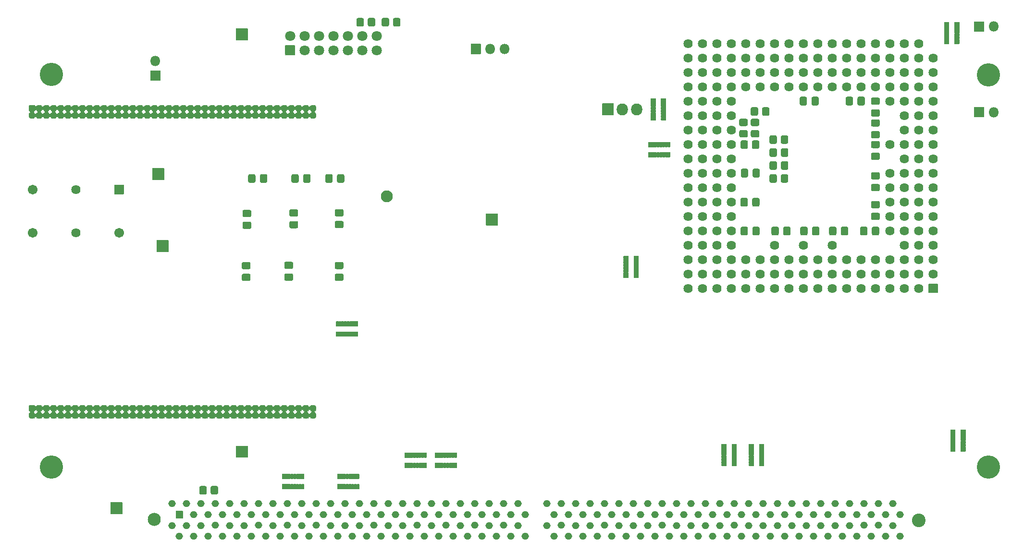
<source format=gbr>
G04 #@! TF.GenerationSoftware,KiCad,Pcbnew,(5.1.10-1-10_14)*
G04 #@! TF.CreationDate,2021-08-09T19:17:04+02:00*
G04 #@! TF.ProjectId,A3660_shanshe_mod2,41333636-305f-4736-9861-6e7368655f6d,rev?*
G04 #@! TF.SameCoordinates,Original*
G04 #@! TF.FileFunction,Soldermask,Bot*
G04 #@! TF.FilePolarity,Negative*
%FSLAX46Y46*%
G04 Gerber Fmt 4.6, Leading zero omitted, Abs format (unit mm)*
G04 Created by KiCad (PCBNEW (5.1.10-1-10_14)) date 2021-08-09 19:17:04*
%MOMM*%
%LPD*%
G01*
G04 APERTURE LIST*
%ADD10C,2.102000*%
%ADD11C,1.626000*%
%ADD12C,2.402000*%
%ADD13C,2.302000*%
%ADD14C,1.802000*%
%ADD15O,2.007000X2.102000*%
%ADD16O,1.802000X1.802000*%
%ADD17O,1.302000X1.302000*%
%ADD18C,1.702000*%
%ADD19C,4.102000*%
%ADD20C,0.100000*%
G04 APERTURE END LIST*
D10*
X143764000Y-60769500D03*
G36*
G01*
X240868000Y-76288900D02*
X240868000Y-77812900D01*
G75*
G02*
X240817000Y-77863900I-51000J0D01*
G01*
X239293000Y-77863900D01*
G75*
G02*
X239242000Y-77812900I0J51000D01*
G01*
X239242000Y-76288900D01*
G75*
G02*
X239293000Y-76237900I51000J0D01*
G01*
X240817000Y-76237900D01*
G75*
G02*
X240868000Y-76288900I0J-51000D01*
G01*
G37*
D11*
X237515000Y-77050900D03*
X234975000Y-77050900D03*
X232435000Y-77050900D03*
X229895000Y-77050900D03*
X227355000Y-77050900D03*
X224815000Y-77050900D03*
X222275000Y-77050900D03*
X219735000Y-77050900D03*
X217195000Y-77050900D03*
X214655000Y-77050900D03*
X212115000Y-77050900D03*
X209575000Y-77050900D03*
X207035000Y-77050900D03*
X204495000Y-77050900D03*
X201955000Y-77050900D03*
X199415000Y-77050900D03*
X196875000Y-77050900D03*
X240055000Y-74510900D03*
X237515000Y-74510900D03*
X234975000Y-74510900D03*
X232435000Y-74510900D03*
X229895000Y-74510900D03*
X227355000Y-74510900D03*
X224815000Y-74510900D03*
X222275000Y-74510900D03*
X219735000Y-74510900D03*
X217195000Y-74510900D03*
X214655000Y-74510900D03*
X212115000Y-74510900D03*
X209575000Y-74510900D03*
X207035000Y-74510900D03*
X204495000Y-74510900D03*
X201955000Y-74510900D03*
X199415000Y-74510900D03*
X196875000Y-74510900D03*
X240055000Y-71970900D03*
X237515000Y-71970900D03*
X234975000Y-71970900D03*
X232435000Y-71970900D03*
X229895000Y-71970900D03*
X227355000Y-71970900D03*
X224815000Y-71970900D03*
X222275000Y-71970900D03*
X219735000Y-71970900D03*
X217195000Y-71970900D03*
X214655000Y-71970900D03*
X212115000Y-71970900D03*
X209575000Y-71970900D03*
X207035000Y-71970900D03*
X204495000Y-71970900D03*
X201955000Y-71970900D03*
X199415000Y-71970900D03*
X196875000Y-71970900D03*
X240055000Y-69430900D03*
X237515000Y-69430900D03*
X234975000Y-69430900D03*
X201955000Y-69430900D03*
X199415000Y-69430900D03*
X196875000Y-69430900D03*
X240055000Y-66890900D03*
X237515000Y-66890900D03*
X234975000Y-66890900D03*
X201955000Y-66890900D03*
X199415000Y-66890900D03*
X196875000Y-66890900D03*
X240055000Y-64350900D03*
X237515000Y-64350900D03*
X234975000Y-64350900D03*
X201955000Y-64350900D03*
X199415000Y-64350900D03*
X196875000Y-64350900D03*
X240055000Y-61810900D03*
X237515000Y-61810900D03*
X234975000Y-61810900D03*
X201955000Y-61810900D03*
X199415000Y-61810900D03*
X196875000Y-61810900D03*
X240055000Y-59270900D03*
X237515000Y-59270900D03*
X234975000Y-59270900D03*
X201955000Y-59270900D03*
X199415000Y-59270900D03*
X196875000Y-59270900D03*
X240055000Y-56730900D03*
X237515000Y-56730900D03*
X234975000Y-56730900D03*
X201955000Y-56730900D03*
X199415000Y-56730900D03*
X196875000Y-56730900D03*
X240055000Y-54190900D03*
X237515000Y-54190900D03*
X234975000Y-54190900D03*
X201955000Y-54190900D03*
X199415000Y-54190900D03*
X196875000Y-54190900D03*
X240055000Y-51650900D03*
X237515000Y-51650900D03*
X234975000Y-51650900D03*
X201955000Y-51650900D03*
X199415000Y-51650900D03*
X196875000Y-51650900D03*
X240055000Y-49110900D03*
X237515000Y-49110900D03*
X234975000Y-49110900D03*
X201955000Y-49110900D03*
X199415000Y-49110900D03*
X196875000Y-49110900D03*
X240055000Y-46570900D03*
X237515000Y-46570900D03*
X234975000Y-46570900D03*
X201955000Y-46570900D03*
X199415000Y-46570900D03*
X196875000Y-46570900D03*
X240055000Y-44030900D03*
X237515000Y-44030900D03*
X234975000Y-44030900D03*
X201955000Y-44030900D03*
X199415000Y-44030900D03*
X196875000Y-44030900D03*
X240055000Y-41490900D03*
X237515000Y-41490900D03*
X234975000Y-41490900D03*
X201955000Y-41490900D03*
X199415000Y-41490900D03*
X196875000Y-41490900D03*
X240055000Y-38950900D03*
X237515000Y-38950900D03*
X234975000Y-38950900D03*
X232435000Y-38950900D03*
X229895000Y-38950900D03*
X227355000Y-38950900D03*
X224815000Y-38950900D03*
X222275000Y-38950900D03*
X219735000Y-38950900D03*
X217195000Y-38950900D03*
X214655000Y-38950900D03*
X212115000Y-38950900D03*
X209575000Y-38950900D03*
X207035000Y-38950900D03*
X204495000Y-38950900D03*
X201955000Y-38950900D03*
X199415000Y-38950900D03*
X196875000Y-38950900D03*
X240055000Y-36410900D03*
X237515000Y-36410900D03*
X234975000Y-36410900D03*
X232435000Y-36410900D03*
X229895000Y-36410900D03*
X227355000Y-36410900D03*
X224815000Y-36410900D03*
X222275000Y-36410900D03*
X219735000Y-36410900D03*
X217195000Y-36410900D03*
X214655000Y-36410900D03*
X212115000Y-36410900D03*
X209575000Y-36410900D03*
X207035000Y-36410900D03*
X204495000Y-36410900D03*
X201955000Y-36410900D03*
X199415000Y-36410900D03*
X196875000Y-36410900D03*
X237515000Y-33870900D03*
X234975000Y-33870900D03*
X232435000Y-33870900D03*
X229895000Y-33870900D03*
X227355000Y-33870900D03*
X224815000Y-33870900D03*
X222275000Y-33870900D03*
X219735000Y-33870900D03*
X217195000Y-33870900D03*
X214655000Y-33870900D03*
X212115000Y-33870900D03*
X209575000Y-33870900D03*
X207035000Y-33870900D03*
X204495000Y-33870900D03*
X201955000Y-33870900D03*
X199415000Y-33870900D03*
X196875000Y-33870900D03*
X222275000Y-69430900D03*
X217195000Y-69430900D03*
X212115000Y-69430900D03*
X204495000Y-69430900D03*
X232435000Y-66890900D03*
X204495000Y-66890900D03*
X232435000Y-64350900D03*
X204495000Y-64350900D03*
X232435000Y-61810900D03*
X204495000Y-61810900D03*
X232435000Y-59270900D03*
X204495000Y-59270900D03*
X232435000Y-56730900D03*
X204495000Y-56730900D03*
X204495000Y-54190900D03*
X232435000Y-51650900D03*
X204495000Y-51650900D03*
X204495000Y-49110900D03*
X204495000Y-46570900D03*
X232435000Y-44030900D03*
X204495000Y-44030900D03*
X232435000Y-41490900D03*
X229895000Y-41490900D03*
X227355000Y-41490900D03*
X224815000Y-41490900D03*
X222275000Y-41490900D03*
X219735000Y-41490900D03*
X217195000Y-41490900D03*
X214655000Y-41490900D03*
X212115000Y-41490900D03*
X209575000Y-41490900D03*
X207035000Y-41490900D03*
X204495000Y-41490900D03*
G36*
G01*
X229365702Y-56553500D02*
X230374298Y-56553500D01*
G75*
G02*
X230646000Y-56825202I0J-271702D01*
G01*
X230646000Y-57558798D01*
G75*
G02*
X230374298Y-57830500I-271702J0D01*
G01*
X229365702Y-57830500D01*
G75*
G02*
X229094000Y-57558798I0J271702D01*
G01*
X229094000Y-56825202D01*
G75*
G02*
X229365702Y-56553500I271702J0D01*
G01*
G37*
G36*
G01*
X229365702Y-58628500D02*
X230374298Y-58628500D01*
G75*
G02*
X230646000Y-58900202I0J-271702D01*
G01*
X230646000Y-59633798D01*
G75*
G02*
X230374298Y-59905500I-271702J0D01*
G01*
X229365702Y-59905500D01*
G75*
G02*
X229094000Y-59633798I0J271702D01*
G01*
X229094000Y-58900202D01*
G75*
G02*
X229365702Y-58628500I271702J0D01*
G01*
G37*
G36*
G01*
X130530000Y-46000500D02*
X131056000Y-46000500D01*
G75*
G02*
X131319000Y-46263500I0J-263000D01*
G01*
X131319000Y-46789500D01*
G75*
G02*
X131056000Y-47052500I-263000J0D01*
G01*
X130530000Y-47052500D01*
G75*
G02*
X130267000Y-46789500I0J263000D01*
G01*
X130267000Y-46263500D01*
G75*
G02*
X130530000Y-46000500I263000J0D01*
G01*
G37*
G36*
G01*
X130530000Y-44730500D02*
X131056000Y-44730500D01*
G75*
G02*
X131319000Y-44993500I0J-263000D01*
G01*
X131319000Y-45519500D01*
G75*
G02*
X131056000Y-45782500I-263000J0D01*
G01*
X130530000Y-45782500D01*
G75*
G02*
X130267000Y-45519500I0J263000D01*
G01*
X130267000Y-44993500D01*
G75*
G02*
X130530000Y-44730500I263000J0D01*
G01*
G37*
G36*
G01*
X129260000Y-46000500D02*
X129786000Y-46000500D01*
G75*
G02*
X130049000Y-46263500I0J-263000D01*
G01*
X130049000Y-46789500D01*
G75*
G02*
X129786000Y-47052500I-263000J0D01*
G01*
X129260000Y-47052500D01*
G75*
G02*
X128997000Y-46789500I0J263000D01*
G01*
X128997000Y-46263500D01*
G75*
G02*
X129260000Y-46000500I263000J0D01*
G01*
G37*
G36*
G01*
X129260000Y-44730500D02*
X129786000Y-44730500D01*
G75*
G02*
X130049000Y-44993500I0J-263000D01*
G01*
X130049000Y-45519500D01*
G75*
G02*
X129786000Y-45782500I-263000J0D01*
G01*
X129260000Y-45782500D01*
G75*
G02*
X128997000Y-45519500I0J263000D01*
G01*
X128997000Y-44993500D01*
G75*
G02*
X129260000Y-44730500I263000J0D01*
G01*
G37*
G36*
G01*
X127990000Y-46000500D02*
X128516000Y-46000500D01*
G75*
G02*
X128779000Y-46263500I0J-263000D01*
G01*
X128779000Y-46789500D01*
G75*
G02*
X128516000Y-47052500I-263000J0D01*
G01*
X127990000Y-47052500D01*
G75*
G02*
X127727000Y-46789500I0J263000D01*
G01*
X127727000Y-46263500D01*
G75*
G02*
X127990000Y-46000500I263000J0D01*
G01*
G37*
G36*
G01*
X127990000Y-44730500D02*
X128516000Y-44730500D01*
G75*
G02*
X128779000Y-44993500I0J-263000D01*
G01*
X128779000Y-45519500D01*
G75*
G02*
X128516000Y-45782500I-263000J0D01*
G01*
X127990000Y-45782500D01*
G75*
G02*
X127727000Y-45519500I0J263000D01*
G01*
X127727000Y-44993500D01*
G75*
G02*
X127990000Y-44730500I263000J0D01*
G01*
G37*
G36*
G01*
X126720000Y-46000500D02*
X127246000Y-46000500D01*
G75*
G02*
X127509000Y-46263500I0J-263000D01*
G01*
X127509000Y-46789500D01*
G75*
G02*
X127246000Y-47052500I-263000J0D01*
G01*
X126720000Y-47052500D01*
G75*
G02*
X126457000Y-46789500I0J263000D01*
G01*
X126457000Y-46263500D01*
G75*
G02*
X126720000Y-46000500I263000J0D01*
G01*
G37*
G36*
G01*
X126720000Y-44730500D02*
X127246000Y-44730500D01*
G75*
G02*
X127509000Y-44993500I0J-263000D01*
G01*
X127509000Y-45519500D01*
G75*
G02*
X127246000Y-45782500I-263000J0D01*
G01*
X126720000Y-45782500D01*
G75*
G02*
X126457000Y-45519500I0J263000D01*
G01*
X126457000Y-44993500D01*
G75*
G02*
X126720000Y-44730500I263000J0D01*
G01*
G37*
G36*
G01*
X125450000Y-46000500D02*
X125976000Y-46000500D01*
G75*
G02*
X126239000Y-46263500I0J-263000D01*
G01*
X126239000Y-46789500D01*
G75*
G02*
X125976000Y-47052500I-263000J0D01*
G01*
X125450000Y-47052500D01*
G75*
G02*
X125187000Y-46789500I0J263000D01*
G01*
X125187000Y-46263500D01*
G75*
G02*
X125450000Y-46000500I263000J0D01*
G01*
G37*
G36*
G01*
X125450000Y-44730500D02*
X125976000Y-44730500D01*
G75*
G02*
X126239000Y-44993500I0J-263000D01*
G01*
X126239000Y-45519500D01*
G75*
G02*
X125976000Y-45782500I-263000J0D01*
G01*
X125450000Y-45782500D01*
G75*
G02*
X125187000Y-45519500I0J263000D01*
G01*
X125187000Y-44993500D01*
G75*
G02*
X125450000Y-44730500I263000J0D01*
G01*
G37*
G36*
G01*
X124180000Y-46000500D02*
X124706000Y-46000500D01*
G75*
G02*
X124969000Y-46263500I0J-263000D01*
G01*
X124969000Y-46789500D01*
G75*
G02*
X124706000Y-47052500I-263000J0D01*
G01*
X124180000Y-47052500D01*
G75*
G02*
X123917000Y-46789500I0J263000D01*
G01*
X123917000Y-46263500D01*
G75*
G02*
X124180000Y-46000500I263000J0D01*
G01*
G37*
G36*
G01*
X124180000Y-44730500D02*
X124706000Y-44730500D01*
G75*
G02*
X124969000Y-44993500I0J-263000D01*
G01*
X124969000Y-45519500D01*
G75*
G02*
X124706000Y-45782500I-263000J0D01*
G01*
X124180000Y-45782500D01*
G75*
G02*
X123917000Y-45519500I0J263000D01*
G01*
X123917000Y-44993500D01*
G75*
G02*
X124180000Y-44730500I263000J0D01*
G01*
G37*
G36*
G01*
X122910000Y-46000500D02*
X123436000Y-46000500D01*
G75*
G02*
X123699000Y-46263500I0J-263000D01*
G01*
X123699000Y-46789500D01*
G75*
G02*
X123436000Y-47052500I-263000J0D01*
G01*
X122910000Y-47052500D01*
G75*
G02*
X122647000Y-46789500I0J263000D01*
G01*
X122647000Y-46263500D01*
G75*
G02*
X122910000Y-46000500I263000J0D01*
G01*
G37*
G36*
G01*
X122910000Y-44730500D02*
X123436000Y-44730500D01*
G75*
G02*
X123699000Y-44993500I0J-263000D01*
G01*
X123699000Y-45519500D01*
G75*
G02*
X123436000Y-45782500I-263000J0D01*
G01*
X122910000Y-45782500D01*
G75*
G02*
X122647000Y-45519500I0J263000D01*
G01*
X122647000Y-44993500D01*
G75*
G02*
X122910000Y-44730500I263000J0D01*
G01*
G37*
G36*
G01*
X121640000Y-46000500D02*
X122166000Y-46000500D01*
G75*
G02*
X122429000Y-46263500I0J-263000D01*
G01*
X122429000Y-46789500D01*
G75*
G02*
X122166000Y-47052500I-263000J0D01*
G01*
X121640000Y-47052500D01*
G75*
G02*
X121377000Y-46789500I0J263000D01*
G01*
X121377000Y-46263500D01*
G75*
G02*
X121640000Y-46000500I263000J0D01*
G01*
G37*
G36*
G01*
X121640000Y-44730500D02*
X122166000Y-44730500D01*
G75*
G02*
X122429000Y-44993500I0J-263000D01*
G01*
X122429000Y-45519500D01*
G75*
G02*
X122166000Y-45782500I-263000J0D01*
G01*
X121640000Y-45782500D01*
G75*
G02*
X121377000Y-45519500I0J263000D01*
G01*
X121377000Y-44993500D01*
G75*
G02*
X121640000Y-44730500I263000J0D01*
G01*
G37*
G36*
G01*
X120370000Y-46000500D02*
X120896000Y-46000500D01*
G75*
G02*
X121159000Y-46263500I0J-263000D01*
G01*
X121159000Y-46789500D01*
G75*
G02*
X120896000Y-47052500I-263000J0D01*
G01*
X120370000Y-47052500D01*
G75*
G02*
X120107000Y-46789500I0J263000D01*
G01*
X120107000Y-46263500D01*
G75*
G02*
X120370000Y-46000500I263000J0D01*
G01*
G37*
G36*
G01*
X120370000Y-44730500D02*
X120896000Y-44730500D01*
G75*
G02*
X121159000Y-44993500I0J-263000D01*
G01*
X121159000Y-45519500D01*
G75*
G02*
X120896000Y-45782500I-263000J0D01*
G01*
X120370000Y-45782500D01*
G75*
G02*
X120107000Y-45519500I0J263000D01*
G01*
X120107000Y-44993500D01*
G75*
G02*
X120370000Y-44730500I263000J0D01*
G01*
G37*
G36*
G01*
X119100000Y-46000500D02*
X119626000Y-46000500D01*
G75*
G02*
X119889000Y-46263500I0J-263000D01*
G01*
X119889000Y-46789500D01*
G75*
G02*
X119626000Y-47052500I-263000J0D01*
G01*
X119100000Y-47052500D01*
G75*
G02*
X118837000Y-46789500I0J263000D01*
G01*
X118837000Y-46263500D01*
G75*
G02*
X119100000Y-46000500I263000J0D01*
G01*
G37*
G36*
G01*
X119100000Y-44730500D02*
X119626000Y-44730500D01*
G75*
G02*
X119889000Y-44993500I0J-263000D01*
G01*
X119889000Y-45519500D01*
G75*
G02*
X119626000Y-45782500I-263000J0D01*
G01*
X119100000Y-45782500D01*
G75*
G02*
X118837000Y-45519500I0J263000D01*
G01*
X118837000Y-44993500D01*
G75*
G02*
X119100000Y-44730500I263000J0D01*
G01*
G37*
G36*
G01*
X117830000Y-46000500D02*
X118356000Y-46000500D01*
G75*
G02*
X118619000Y-46263500I0J-263000D01*
G01*
X118619000Y-46789500D01*
G75*
G02*
X118356000Y-47052500I-263000J0D01*
G01*
X117830000Y-47052500D01*
G75*
G02*
X117567000Y-46789500I0J263000D01*
G01*
X117567000Y-46263500D01*
G75*
G02*
X117830000Y-46000500I263000J0D01*
G01*
G37*
G36*
G01*
X117830000Y-44730500D02*
X118356000Y-44730500D01*
G75*
G02*
X118619000Y-44993500I0J-263000D01*
G01*
X118619000Y-45519500D01*
G75*
G02*
X118356000Y-45782500I-263000J0D01*
G01*
X117830000Y-45782500D01*
G75*
G02*
X117567000Y-45519500I0J263000D01*
G01*
X117567000Y-44993500D01*
G75*
G02*
X117830000Y-44730500I263000J0D01*
G01*
G37*
G36*
G01*
X116560000Y-46000500D02*
X117086000Y-46000500D01*
G75*
G02*
X117349000Y-46263500I0J-263000D01*
G01*
X117349000Y-46789500D01*
G75*
G02*
X117086000Y-47052500I-263000J0D01*
G01*
X116560000Y-47052500D01*
G75*
G02*
X116297000Y-46789500I0J263000D01*
G01*
X116297000Y-46263500D01*
G75*
G02*
X116560000Y-46000500I263000J0D01*
G01*
G37*
G36*
G01*
X116560000Y-44730500D02*
X117086000Y-44730500D01*
G75*
G02*
X117349000Y-44993500I0J-263000D01*
G01*
X117349000Y-45519500D01*
G75*
G02*
X117086000Y-45782500I-263000J0D01*
G01*
X116560000Y-45782500D01*
G75*
G02*
X116297000Y-45519500I0J263000D01*
G01*
X116297000Y-44993500D01*
G75*
G02*
X116560000Y-44730500I263000J0D01*
G01*
G37*
G36*
G01*
X115290000Y-46000500D02*
X115816000Y-46000500D01*
G75*
G02*
X116079000Y-46263500I0J-263000D01*
G01*
X116079000Y-46789500D01*
G75*
G02*
X115816000Y-47052500I-263000J0D01*
G01*
X115290000Y-47052500D01*
G75*
G02*
X115027000Y-46789500I0J263000D01*
G01*
X115027000Y-46263500D01*
G75*
G02*
X115290000Y-46000500I263000J0D01*
G01*
G37*
G36*
G01*
X115290000Y-44730500D02*
X115816000Y-44730500D01*
G75*
G02*
X116079000Y-44993500I0J-263000D01*
G01*
X116079000Y-45519500D01*
G75*
G02*
X115816000Y-45782500I-263000J0D01*
G01*
X115290000Y-45782500D01*
G75*
G02*
X115027000Y-45519500I0J263000D01*
G01*
X115027000Y-44993500D01*
G75*
G02*
X115290000Y-44730500I263000J0D01*
G01*
G37*
G36*
G01*
X114020000Y-46000500D02*
X114546000Y-46000500D01*
G75*
G02*
X114809000Y-46263500I0J-263000D01*
G01*
X114809000Y-46789500D01*
G75*
G02*
X114546000Y-47052500I-263000J0D01*
G01*
X114020000Y-47052500D01*
G75*
G02*
X113757000Y-46789500I0J263000D01*
G01*
X113757000Y-46263500D01*
G75*
G02*
X114020000Y-46000500I263000J0D01*
G01*
G37*
G36*
G01*
X114020000Y-44730500D02*
X114546000Y-44730500D01*
G75*
G02*
X114809000Y-44993500I0J-263000D01*
G01*
X114809000Y-45519500D01*
G75*
G02*
X114546000Y-45782500I-263000J0D01*
G01*
X114020000Y-45782500D01*
G75*
G02*
X113757000Y-45519500I0J263000D01*
G01*
X113757000Y-44993500D01*
G75*
G02*
X114020000Y-44730500I263000J0D01*
G01*
G37*
G36*
G01*
X112750000Y-46000500D02*
X113276000Y-46000500D01*
G75*
G02*
X113539000Y-46263500I0J-263000D01*
G01*
X113539000Y-46789500D01*
G75*
G02*
X113276000Y-47052500I-263000J0D01*
G01*
X112750000Y-47052500D01*
G75*
G02*
X112487000Y-46789500I0J263000D01*
G01*
X112487000Y-46263500D01*
G75*
G02*
X112750000Y-46000500I263000J0D01*
G01*
G37*
G36*
G01*
X112750000Y-44730500D02*
X113276000Y-44730500D01*
G75*
G02*
X113539000Y-44993500I0J-263000D01*
G01*
X113539000Y-45519500D01*
G75*
G02*
X113276000Y-45782500I-263000J0D01*
G01*
X112750000Y-45782500D01*
G75*
G02*
X112487000Y-45519500I0J263000D01*
G01*
X112487000Y-44993500D01*
G75*
G02*
X112750000Y-44730500I263000J0D01*
G01*
G37*
G36*
G01*
X111480000Y-46000500D02*
X112006000Y-46000500D01*
G75*
G02*
X112269000Y-46263500I0J-263000D01*
G01*
X112269000Y-46789500D01*
G75*
G02*
X112006000Y-47052500I-263000J0D01*
G01*
X111480000Y-47052500D01*
G75*
G02*
X111217000Y-46789500I0J263000D01*
G01*
X111217000Y-46263500D01*
G75*
G02*
X111480000Y-46000500I263000J0D01*
G01*
G37*
G36*
G01*
X111480000Y-44730500D02*
X112006000Y-44730500D01*
G75*
G02*
X112269000Y-44993500I0J-263000D01*
G01*
X112269000Y-45519500D01*
G75*
G02*
X112006000Y-45782500I-263000J0D01*
G01*
X111480000Y-45782500D01*
G75*
G02*
X111217000Y-45519500I0J263000D01*
G01*
X111217000Y-44993500D01*
G75*
G02*
X111480000Y-44730500I263000J0D01*
G01*
G37*
G36*
G01*
X110210000Y-46000500D02*
X110736000Y-46000500D01*
G75*
G02*
X110999000Y-46263500I0J-263000D01*
G01*
X110999000Y-46789500D01*
G75*
G02*
X110736000Y-47052500I-263000J0D01*
G01*
X110210000Y-47052500D01*
G75*
G02*
X109947000Y-46789500I0J263000D01*
G01*
X109947000Y-46263500D01*
G75*
G02*
X110210000Y-46000500I263000J0D01*
G01*
G37*
G36*
G01*
X110210000Y-44730500D02*
X110736000Y-44730500D01*
G75*
G02*
X110999000Y-44993500I0J-263000D01*
G01*
X110999000Y-45519500D01*
G75*
G02*
X110736000Y-45782500I-263000J0D01*
G01*
X110210000Y-45782500D01*
G75*
G02*
X109947000Y-45519500I0J263000D01*
G01*
X109947000Y-44993500D01*
G75*
G02*
X110210000Y-44730500I263000J0D01*
G01*
G37*
G36*
G01*
X108940000Y-46000500D02*
X109466000Y-46000500D01*
G75*
G02*
X109729000Y-46263500I0J-263000D01*
G01*
X109729000Y-46789500D01*
G75*
G02*
X109466000Y-47052500I-263000J0D01*
G01*
X108940000Y-47052500D01*
G75*
G02*
X108677000Y-46789500I0J263000D01*
G01*
X108677000Y-46263500D01*
G75*
G02*
X108940000Y-46000500I263000J0D01*
G01*
G37*
G36*
G01*
X108940000Y-44730500D02*
X109466000Y-44730500D01*
G75*
G02*
X109729000Y-44993500I0J-263000D01*
G01*
X109729000Y-45519500D01*
G75*
G02*
X109466000Y-45782500I-263000J0D01*
G01*
X108940000Y-45782500D01*
G75*
G02*
X108677000Y-45519500I0J263000D01*
G01*
X108677000Y-44993500D01*
G75*
G02*
X108940000Y-44730500I263000J0D01*
G01*
G37*
G36*
G01*
X107670000Y-46000500D02*
X108196000Y-46000500D01*
G75*
G02*
X108459000Y-46263500I0J-263000D01*
G01*
X108459000Y-46789500D01*
G75*
G02*
X108196000Y-47052500I-263000J0D01*
G01*
X107670000Y-47052500D01*
G75*
G02*
X107407000Y-46789500I0J263000D01*
G01*
X107407000Y-46263500D01*
G75*
G02*
X107670000Y-46000500I263000J0D01*
G01*
G37*
G36*
G01*
X107670000Y-44730500D02*
X108196000Y-44730500D01*
G75*
G02*
X108459000Y-44993500I0J-263000D01*
G01*
X108459000Y-45519500D01*
G75*
G02*
X108196000Y-45782500I-263000J0D01*
G01*
X107670000Y-45782500D01*
G75*
G02*
X107407000Y-45519500I0J263000D01*
G01*
X107407000Y-44993500D01*
G75*
G02*
X107670000Y-44730500I263000J0D01*
G01*
G37*
G36*
G01*
X106400000Y-46000500D02*
X106926000Y-46000500D01*
G75*
G02*
X107189000Y-46263500I0J-263000D01*
G01*
X107189000Y-46789500D01*
G75*
G02*
X106926000Y-47052500I-263000J0D01*
G01*
X106400000Y-47052500D01*
G75*
G02*
X106137000Y-46789500I0J263000D01*
G01*
X106137000Y-46263500D01*
G75*
G02*
X106400000Y-46000500I263000J0D01*
G01*
G37*
G36*
G01*
X106400000Y-44730500D02*
X106926000Y-44730500D01*
G75*
G02*
X107189000Y-44993500I0J-263000D01*
G01*
X107189000Y-45519500D01*
G75*
G02*
X106926000Y-45782500I-263000J0D01*
G01*
X106400000Y-45782500D01*
G75*
G02*
X106137000Y-45519500I0J263000D01*
G01*
X106137000Y-44993500D01*
G75*
G02*
X106400000Y-44730500I263000J0D01*
G01*
G37*
G36*
G01*
X105130000Y-46000500D02*
X105656000Y-46000500D01*
G75*
G02*
X105919000Y-46263500I0J-263000D01*
G01*
X105919000Y-46789500D01*
G75*
G02*
X105656000Y-47052500I-263000J0D01*
G01*
X105130000Y-47052500D01*
G75*
G02*
X104867000Y-46789500I0J263000D01*
G01*
X104867000Y-46263500D01*
G75*
G02*
X105130000Y-46000500I263000J0D01*
G01*
G37*
G36*
G01*
X105130000Y-44730500D02*
X105656000Y-44730500D01*
G75*
G02*
X105919000Y-44993500I0J-263000D01*
G01*
X105919000Y-45519500D01*
G75*
G02*
X105656000Y-45782500I-263000J0D01*
G01*
X105130000Y-45782500D01*
G75*
G02*
X104867000Y-45519500I0J263000D01*
G01*
X104867000Y-44993500D01*
G75*
G02*
X105130000Y-44730500I263000J0D01*
G01*
G37*
G36*
G01*
X103860000Y-46000500D02*
X104386000Y-46000500D01*
G75*
G02*
X104649000Y-46263500I0J-263000D01*
G01*
X104649000Y-46789500D01*
G75*
G02*
X104386000Y-47052500I-263000J0D01*
G01*
X103860000Y-47052500D01*
G75*
G02*
X103597000Y-46789500I0J263000D01*
G01*
X103597000Y-46263500D01*
G75*
G02*
X103860000Y-46000500I263000J0D01*
G01*
G37*
G36*
G01*
X103860000Y-44730500D02*
X104386000Y-44730500D01*
G75*
G02*
X104649000Y-44993500I0J-263000D01*
G01*
X104649000Y-45519500D01*
G75*
G02*
X104386000Y-45782500I-263000J0D01*
G01*
X103860000Y-45782500D01*
G75*
G02*
X103597000Y-45519500I0J263000D01*
G01*
X103597000Y-44993500D01*
G75*
G02*
X103860000Y-44730500I263000J0D01*
G01*
G37*
G36*
G01*
X102590000Y-46000500D02*
X103116000Y-46000500D01*
G75*
G02*
X103379000Y-46263500I0J-263000D01*
G01*
X103379000Y-46789500D01*
G75*
G02*
X103116000Y-47052500I-263000J0D01*
G01*
X102590000Y-47052500D01*
G75*
G02*
X102327000Y-46789500I0J263000D01*
G01*
X102327000Y-46263500D01*
G75*
G02*
X102590000Y-46000500I263000J0D01*
G01*
G37*
G36*
G01*
X102590000Y-44730500D02*
X103116000Y-44730500D01*
G75*
G02*
X103379000Y-44993500I0J-263000D01*
G01*
X103379000Y-45519500D01*
G75*
G02*
X103116000Y-45782500I-263000J0D01*
G01*
X102590000Y-45782500D01*
G75*
G02*
X102327000Y-45519500I0J263000D01*
G01*
X102327000Y-44993500D01*
G75*
G02*
X102590000Y-44730500I263000J0D01*
G01*
G37*
G36*
G01*
X101320000Y-46000500D02*
X101846000Y-46000500D01*
G75*
G02*
X102109000Y-46263500I0J-263000D01*
G01*
X102109000Y-46789500D01*
G75*
G02*
X101846000Y-47052500I-263000J0D01*
G01*
X101320000Y-47052500D01*
G75*
G02*
X101057000Y-46789500I0J263000D01*
G01*
X101057000Y-46263500D01*
G75*
G02*
X101320000Y-46000500I263000J0D01*
G01*
G37*
G36*
G01*
X101320000Y-44730500D02*
X101846000Y-44730500D01*
G75*
G02*
X102109000Y-44993500I0J-263000D01*
G01*
X102109000Y-45519500D01*
G75*
G02*
X101846000Y-45782500I-263000J0D01*
G01*
X101320000Y-45782500D01*
G75*
G02*
X101057000Y-45519500I0J263000D01*
G01*
X101057000Y-44993500D01*
G75*
G02*
X101320000Y-44730500I263000J0D01*
G01*
G37*
G36*
G01*
X100050000Y-46000500D02*
X100576000Y-46000500D01*
G75*
G02*
X100839000Y-46263500I0J-263000D01*
G01*
X100839000Y-46789500D01*
G75*
G02*
X100576000Y-47052500I-263000J0D01*
G01*
X100050000Y-47052500D01*
G75*
G02*
X99787000Y-46789500I0J263000D01*
G01*
X99787000Y-46263500D01*
G75*
G02*
X100050000Y-46000500I263000J0D01*
G01*
G37*
G36*
G01*
X100050000Y-44730500D02*
X100576000Y-44730500D01*
G75*
G02*
X100839000Y-44993500I0J-263000D01*
G01*
X100839000Y-45519500D01*
G75*
G02*
X100576000Y-45782500I-263000J0D01*
G01*
X100050000Y-45782500D01*
G75*
G02*
X99787000Y-45519500I0J263000D01*
G01*
X99787000Y-44993500D01*
G75*
G02*
X100050000Y-44730500I263000J0D01*
G01*
G37*
G36*
G01*
X98780000Y-46000500D02*
X99306000Y-46000500D01*
G75*
G02*
X99569000Y-46263500I0J-263000D01*
G01*
X99569000Y-46789500D01*
G75*
G02*
X99306000Y-47052500I-263000J0D01*
G01*
X98780000Y-47052500D01*
G75*
G02*
X98517000Y-46789500I0J263000D01*
G01*
X98517000Y-46263500D01*
G75*
G02*
X98780000Y-46000500I263000J0D01*
G01*
G37*
G36*
G01*
X98780000Y-44730500D02*
X99306000Y-44730500D01*
G75*
G02*
X99569000Y-44993500I0J-263000D01*
G01*
X99569000Y-45519500D01*
G75*
G02*
X99306000Y-45782500I-263000J0D01*
G01*
X98780000Y-45782500D01*
G75*
G02*
X98517000Y-45519500I0J263000D01*
G01*
X98517000Y-44993500D01*
G75*
G02*
X98780000Y-44730500I263000J0D01*
G01*
G37*
G36*
G01*
X97510000Y-46000500D02*
X98036000Y-46000500D01*
G75*
G02*
X98299000Y-46263500I0J-263000D01*
G01*
X98299000Y-46789500D01*
G75*
G02*
X98036000Y-47052500I-263000J0D01*
G01*
X97510000Y-47052500D01*
G75*
G02*
X97247000Y-46789500I0J263000D01*
G01*
X97247000Y-46263500D01*
G75*
G02*
X97510000Y-46000500I263000J0D01*
G01*
G37*
G36*
G01*
X97510000Y-44730500D02*
X98036000Y-44730500D01*
G75*
G02*
X98299000Y-44993500I0J-263000D01*
G01*
X98299000Y-45519500D01*
G75*
G02*
X98036000Y-45782500I-263000J0D01*
G01*
X97510000Y-45782500D01*
G75*
G02*
X97247000Y-45519500I0J263000D01*
G01*
X97247000Y-44993500D01*
G75*
G02*
X97510000Y-44730500I263000J0D01*
G01*
G37*
G36*
G01*
X96240000Y-46000500D02*
X96766000Y-46000500D01*
G75*
G02*
X97029000Y-46263500I0J-263000D01*
G01*
X97029000Y-46789500D01*
G75*
G02*
X96766000Y-47052500I-263000J0D01*
G01*
X96240000Y-47052500D01*
G75*
G02*
X95977000Y-46789500I0J263000D01*
G01*
X95977000Y-46263500D01*
G75*
G02*
X96240000Y-46000500I263000J0D01*
G01*
G37*
G36*
G01*
X96240000Y-44730500D02*
X96766000Y-44730500D01*
G75*
G02*
X97029000Y-44993500I0J-263000D01*
G01*
X97029000Y-45519500D01*
G75*
G02*
X96766000Y-45782500I-263000J0D01*
G01*
X96240000Y-45782500D01*
G75*
G02*
X95977000Y-45519500I0J263000D01*
G01*
X95977000Y-44993500D01*
G75*
G02*
X96240000Y-44730500I263000J0D01*
G01*
G37*
G36*
G01*
X94970000Y-46000500D02*
X95496000Y-46000500D01*
G75*
G02*
X95759000Y-46263500I0J-263000D01*
G01*
X95759000Y-46789500D01*
G75*
G02*
X95496000Y-47052500I-263000J0D01*
G01*
X94970000Y-47052500D01*
G75*
G02*
X94707000Y-46789500I0J263000D01*
G01*
X94707000Y-46263500D01*
G75*
G02*
X94970000Y-46000500I263000J0D01*
G01*
G37*
G36*
G01*
X94970000Y-44730500D02*
X95496000Y-44730500D01*
G75*
G02*
X95759000Y-44993500I0J-263000D01*
G01*
X95759000Y-45519500D01*
G75*
G02*
X95496000Y-45782500I-263000J0D01*
G01*
X94970000Y-45782500D01*
G75*
G02*
X94707000Y-45519500I0J263000D01*
G01*
X94707000Y-44993500D01*
G75*
G02*
X94970000Y-44730500I263000J0D01*
G01*
G37*
G36*
G01*
X93700000Y-46000500D02*
X94226000Y-46000500D01*
G75*
G02*
X94489000Y-46263500I0J-263000D01*
G01*
X94489000Y-46789500D01*
G75*
G02*
X94226000Y-47052500I-263000J0D01*
G01*
X93700000Y-47052500D01*
G75*
G02*
X93437000Y-46789500I0J263000D01*
G01*
X93437000Y-46263500D01*
G75*
G02*
X93700000Y-46000500I263000J0D01*
G01*
G37*
G36*
G01*
X93700000Y-44730500D02*
X94226000Y-44730500D01*
G75*
G02*
X94489000Y-44993500I0J-263000D01*
G01*
X94489000Y-45519500D01*
G75*
G02*
X94226000Y-45782500I-263000J0D01*
G01*
X93700000Y-45782500D01*
G75*
G02*
X93437000Y-45519500I0J263000D01*
G01*
X93437000Y-44993500D01*
G75*
G02*
X93700000Y-44730500I263000J0D01*
G01*
G37*
G36*
G01*
X92430000Y-46000500D02*
X92956000Y-46000500D01*
G75*
G02*
X93219000Y-46263500I0J-263000D01*
G01*
X93219000Y-46789500D01*
G75*
G02*
X92956000Y-47052500I-263000J0D01*
G01*
X92430000Y-47052500D01*
G75*
G02*
X92167000Y-46789500I0J263000D01*
G01*
X92167000Y-46263500D01*
G75*
G02*
X92430000Y-46000500I263000J0D01*
G01*
G37*
G36*
G01*
X92430000Y-44730500D02*
X92956000Y-44730500D01*
G75*
G02*
X93219000Y-44993500I0J-263000D01*
G01*
X93219000Y-45519500D01*
G75*
G02*
X92956000Y-45782500I-263000J0D01*
G01*
X92430000Y-45782500D01*
G75*
G02*
X92167000Y-45519500I0J263000D01*
G01*
X92167000Y-44993500D01*
G75*
G02*
X92430000Y-44730500I263000J0D01*
G01*
G37*
G36*
G01*
X91160000Y-46000500D02*
X91686000Y-46000500D01*
G75*
G02*
X91949000Y-46263500I0J-263000D01*
G01*
X91949000Y-46789500D01*
G75*
G02*
X91686000Y-47052500I-263000J0D01*
G01*
X91160000Y-47052500D01*
G75*
G02*
X90897000Y-46789500I0J263000D01*
G01*
X90897000Y-46263500D01*
G75*
G02*
X91160000Y-46000500I263000J0D01*
G01*
G37*
G36*
G01*
X91160000Y-44730500D02*
X91686000Y-44730500D01*
G75*
G02*
X91949000Y-44993500I0J-263000D01*
G01*
X91949000Y-45519500D01*
G75*
G02*
X91686000Y-45782500I-263000J0D01*
G01*
X91160000Y-45782500D01*
G75*
G02*
X90897000Y-45519500I0J263000D01*
G01*
X90897000Y-44993500D01*
G75*
G02*
X91160000Y-44730500I263000J0D01*
G01*
G37*
G36*
G01*
X89890000Y-46000500D02*
X90416000Y-46000500D01*
G75*
G02*
X90679000Y-46263500I0J-263000D01*
G01*
X90679000Y-46789500D01*
G75*
G02*
X90416000Y-47052500I-263000J0D01*
G01*
X89890000Y-47052500D01*
G75*
G02*
X89627000Y-46789500I0J263000D01*
G01*
X89627000Y-46263500D01*
G75*
G02*
X89890000Y-46000500I263000J0D01*
G01*
G37*
G36*
G01*
X89890000Y-44730500D02*
X90416000Y-44730500D01*
G75*
G02*
X90679000Y-44993500I0J-263000D01*
G01*
X90679000Y-45519500D01*
G75*
G02*
X90416000Y-45782500I-263000J0D01*
G01*
X89890000Y-45782500D01*
G75*
G02*
X89627000Y-45519500I0J263000D01*
G01*
X89627000Y-44993500D01*
G75*
G02*
X89890000Y-44730500I263000J0D01*
G01*
G37*
G36*
G01*
X88620000Y-46000500D02*
X89146000Y-46000500D01*
G75*
G02*
X89409000Y-46263500I0J-263000D01*
G01*
X89409000Y-46789500D01*
G75*
G02*
X89146000Y-47052500I-263000J0D01*
G01*
X88620000Y-47052500D01*
G75*
G02*
X88357000Y-46789500I0J263000D01*
G01*
X88357000Y-46263500D01*
G75*
G02*
X88620000Y-46000500I263000J0D01*
G01*
G37*
G36*
G01*
X88620000Y-44730500D02*
X89146000Y-44730500D01*
G75*
G02*
X89409000Y-44993500I0J-263000D01*
G01*
X89409000Y-45519500D01*
G75*
G02*
X89146000Y-45782500I-263000J0D01*
G01*
X88620000Y-45782500D01*
G75*
G02*
X88357000Y-45519500I0J263000D01*
G01*
X88357000Y-44993500D01*
G75*
G02*
X88620000Y-44730500I263000J0D01*
G01*
G37*
G36*
G01*
X87350000Y-46000500D02*
X87876000Y-46000500D01*
G75*
G02*
X88139000Y-46263500I0J-263000D01*
G01*
X88139000Y-46789500D01*
G75*
G02*
X87876000Y-47052500I-263000J0D01*
G01*
X87350000Y-47052500D01*
G75*
G02*
X87087000Y-46789500I0J263000D01*
G01*
X87087000Y-46263500D01*
G75*
G02*
X87350000Y-46000500I263000J0D01*
G01*
G37*
G36*
G01*
X87350000Y-44730500D02*
X87876000Y-44730500D01*
G75*
G02*
X88139000Y-44993500I0J-263000D01*
G01*
X88139000Y-45519500D01*
G75*
G02*
X87876000Y-45782500I-263000J0D01*
G01*
X87350000Y-45782500D01*
G75*
G02*
X87087000Y-45519500I0J263000D01*
G01*
X87087000Y-44993500D01*
G75*
G02*
X87350000Y-44730500I263000J0D01*
G01*
G37*
G36*
G01*
X86080000Y-46000500D02*
X86606000Y-46000500D01*
G75*
G02*
X86869000Y-46263500I0J-263000D01*
G01*
X86869000Y-46789500D01*
G75*
G02*
X86606000Y-47052500I-263000J0D01*
G01*
X86080000Y-47052500D01*
G75*
G02*
X85817000Y-46789500I0J263000D01*
G01*
X85817000Y-46263500D01*
G75*
G02*
X86080000Y-46000500I263000J0D01*
G01*
G37*
G36*
G01*
X86080000Y-44730500D02*
X86606000Y-44730500D01*
G75*
G02*
X86869000Y-44993500I0J-263000D01*
G01*
X86869000Y-45519500D01*
G75*
G02*
X86606000Y-45782500I-263000J0D01*
G01*
X86080000Y-45782500D01*
G75*
G02*
X85817000Y-45519500I0J263000D01*
G01*
X85817000Y-44993500D01*
G75*
G02*
X86080000Y-44730500I263000J0D01*
G01*
G37*
G36*
G01*
X84810000Y-46000500D02*
X85336000Y-46000500D01*
G75*
G02*
X85599000Y-46263500I0J-263000D01*
G01*
X85599000Y-46789500D01*
G75*
G02*
X85336000Y-47052500I-263000J0D01*
G01*
X84810000Y-47052500D01*
G75*
G02*
X84547000Y-46789500I0J263000D01*
G01*
X84547000Y-46263500D01*
G75*
G02*
X84810000Y-46000500I263000J0D01*
G01*
G37*
G36*
G01*
X84810000Y-44730500D02*
X85336000Y-44730500D01*
G75*
G02*
X85599000Y-44993500I0J-263000D01*
G01*
X85599000Y-45519500D01*
G75*
G02*
X85336000Y-45782500I-263000J0D01*
G01*
X84810000Y-45782500D01*
G75*
G02*
X84547000Y-45519500I0J263000D01*
G01*
X84547000Y-44993500D01*
G75*
G02*
X84810000Y-44730500I263000J0D01*
G01*
G37*
G36*
G01*
X83540000Y-46000500D02*
X84066000Y-46000500D01*
G75*
G02*
X84329000Y-46263500I0J-263000D01*
G01*
X84329000Y-46789500D01*
G75*
G02*
X84066000Y-47052500I-263000J0D01*
G01*
X83540000Y-47052500D01*
G75*
G02*
X83277000Y-46789500I0J263000D01*
G01*
X83277000Y-46263500D01*
G75*
G02*
X83540000Y-46000500I263000J0D01*
G01*
G37*
G36*
G01*
X83540000Y-44730500D02*
X84066000Y-44730500D01*
G75*
G02*
X84329000Y-44993500I0J-263000D01*
G01*
X84329000Y-45519500D01*
G75*
G02*
X84066000Y-45782500I-263000J0D01*
G01*
X83540000Y-45782500D01*
G75*
G02*
X83277000Y-45519500I0J263000D01*
G01*
X83277000Y-44993500D01*
G75*
G02*
X83540000Y-44730500I263000J0D01*
G01*
G37*
G36*
G01*
X82270000Y-46000500D02*
X82796000Y-46000500D01*
G75*
G02*
X83059000Y-46263500I0J-263000D01*
G01*
X83059000Y-46789500D01*
G75*
G02*
X82796000Y-47052500I-263000J0D01*
G01*
X82270000Y-47052500D01*
G75*
G02*
X82007000Y-46789500I0J263000D01*
G01*
X82007000Y-46263500D01*
G75*
G02*
X82270000Y-46000500I263000J0D01*
G01*
G37*
G36*
G01*
X82270000Y-44730500D02*
X82796000Y-44730500D01*
G75*
G02*
X83059000Y-44993500I0J-263000D01*
G01*
X83059000Y-45519500D01*
G75*
G02*
X82796000Y-45782500I-263000J0D01*
G01*
X82270000Y-45782500D01*
G75*
G02*
X82007000Y-45519500I0J263000D01*
G01*
X82007000Y-44993500D01*
G75*
G02*
X82270000Y-44730500I263000J0D01*
G01*
G37*
G36*
G01*
X81000000Y-46000500D02*
X81526000Y-46000500D01*
G75*
G02*
X81789000Y-46263500I0J-263000D01*
G01*
X81789000Y-46789500D01*
G75*
G02*
X81526000Y-47052500I-263000J0D01*
G01*
X81000000Y-47052500D01*
G75*
G02*
X80737000Y-46789500I0J263000D01*
G01*
X80737000Y-46263500D01*
G75*
G02*
X81000000Y-46000500I263000J0D01*
G01*
G37*
G36*
G01*
X80788000Y-44730500D02*
X81738000Y-44730500D01*
G75*
G02*
X81789000Y-44781500I0J-51000D01*
G01*
X81789000Y-45731500D01*
G75*
G02*
X81738000Y-45782500I-51000J0D01*
G01*
X80788000Y-45782500D01*
G75*
G02*
X80737000Y-45731500I0J51000D01*
G01*
X80737000Y-44781500D01*
G75*
G02*
X80788000Y-44730500I51000J0D01*
G01*
G37*
G36*
G01*
X130530000Y-98937000D02*
X131056000Y-98937000D01*
G75*
G02*
X131319000Y-99200000I0J-263000D01*
G01*
X131319000Y-99726000D01*
G75*
G02*
X131056000Y-99989000I-263000J0D01*
G01*
X130530000Y-99989000D01*
G75*
G02*
X130267000Y-99726000I0J263000D01*
G01*
X130267000Y-99200000D01*
G75*
G02*
X130530000Y-98937000I263000J0D01*
G01*
G37*
G36*
G01*
X130530000Y-97667000D02*
X131056000Y-97667000D01*
G75*
G02*
X131319000Y-97930000I0J-263000D01*
G01*
X131319000Y-98456000D01*
G75*
G02*
X131056000Y-98719000I-263000J0D01*
G01*
X130530000Y-98719000D01*
G75*
G02*
X130267000Y-98456000I0J263000D01*
G01*
X130267000Y-97930000D01*
G75*
G02*
X130530000Y-97667000I263000J0D01*
G01*
G37*
G36*
G01*
X129260000Y-98937000D02*
X129786000Y-98937000D01*
G75*
G02*
X130049000Y-99200000I0J-263000D01*
G01*
X130049000Y-99726000D01*
G75*
G02*
X129786000Y-99989000I-263000J0D01*
G01*
X129260000Y-99989000D01*
G75*
G02*
X128997000Y-99726000I0J263000D01*
G01*
X128997000Y-99200000D01*
G75*
G02*
X129260000Y-98937000I263000J0D01*
G01*
G37*
G36*
G01*
X129260000Y-97667000D02*
X129786000Y-97667000D01*
G75*
G02*
X130049000Y-97930000I0J-263000D01*
G01*
X130049000Y-98456000D01*
G75*
G02*
X129786000Y-98719000I-263000J0D01*
G01*
X129260000Y-98719000D01*
G75*
G02*
X128997000Y-98456000I0J263000D01*
G01*
X128997000Y-97930000D01*
G75*
G02*
X129260000Y-97667000I263000J0D01*
G01*
G37*
G36*
G01*
X127990000Y-98937000D02*
X128516000Y-98937000D01*
G75*
G02*
X128779000Y-99200000I0J-263000D01*
G01*
X128779000Y-99726000D01*
G75*
G02*
X128516000Y-99989000I-263000J0D01*
G01*
X127990000Y-99989000D01*
G75*
G02*
X127727000Y-99726000I0J263000D01*
G01*
X127727000Y-99200000D01*
G75*
G02*
X127990000Y-98937000I263000J0D01*
G01*
G37*
G36*
G01*
X127990000Y-97667000D02*
X128516000Y-97667000D01*
G75*
G02*
X128779000Y-97930000I0J-263000D01*
G01*
X128779000Y-98456000D01*
G75*
G02*
X128516000Y-98719000I-263000J0D01*
G01*
X127990000Y-98719000D01*
G75*
G02*
X127727000Y-98456000I0J263000D01*
G01*
X127727000Y-97930000D01*
G75*
G02*
X127990000Y-97667000I263000J0D01*
G01*
G37*
G36*
G01*
X126720000Y-98937000D02*
X127246000Y-98937000D01*
G75*
G02*
X127509000Y-99200000I0J-263000D01*
G01*
X127509000Y-99726000D01*
G75*
G02*
X127246000Y-99989000I-263000J0D01*
G01*
X126720000Y-99989000D01*
G75*
G02*
X126457000Y-99726000I0J263000D01*
G01*
X126457000Y-99200000D01*
G75*
G02*
X126720000Y-98937000I263000J0D01*
G01*
G37*
G36*
G01*
X126720000Y-97667000D02*
X127246000Y-97667000D01*
G75*
G02*
X127509000Y-97930000I0J-263000D01*
G01*
X127509000Y-98456000D01*
G75*
G02*
X127246000Y-98719000I-263000J0D01*
G01*
X126720000Y-98719000D01*
G75*
G02*
X126457000Y-98456000I0J263000D01*
G01*
X126457000Y-97930000D01*
G75*
G02*
X126720000Y-97667000I263000J0D01*
G01*
G37*
G36*
G01*
X125450000Y-98937000D02*
X125976000Y-98937000D01*
G75*
G02*
X126239000Y-99200000I0J-263000D01*
G01*
X126239000Y-99726000D01*
G75*
G02*
X125976000Y-99989000I-263000J0D01*
G01*
X125450000Y-99989000D01*
G75*
G02*
X125187000Y-99726000I0J263000D01*
G01*
X125187000Y-99200000D01*
G75*
G02*
X125450000Y-98937000I263000J0D01*
G01*
G37*
G36*
G01*
X125450000Y-97667000D02*
X125976000Y-97667000D01*
G75*
G02*
X126239000Y-97930000I0J-263000D01*
G01*
X126239000Y-98456000D01*
G75*
G02*
X125976000Y-98719000I-263000J0D01*
G01*
X125450000Y-98719000D01*
G75*
G02*
X125187000Y-98456000I0J263000D01*
G01*
X125187000Y-97930000D01*
G75*
G02*
X125450000Y-97667000I263000J0D01*
G01*
G37*
G36*
G01*
X124180000Y-98937000D02*
X124706000Y-98937000D01*
G75*
G02*
X124969000Y-99200000I0J-263000D01*
G01*
X124969000Y-99726000D01*
G75*
G02*
X124706000Y-99989000I-263000J0D01*
G01*
X124180000Y-99989000D01*
G75*
G02*
X123917000Y-99726000I0J263000D01*
G01*
X123917000Y-99200000D01*
G75*
G02*
X124180000Y-98937000I263000J0D01*
G01*
G37*
G36*
G01*
X124180000Y-97667000D02*
X124706000Y-97667000D01*
G75*
G02*
X124969000Y-97930000I0J-263000D01*
G01*
X124969000Y-98456000D01*
G75*
G02*
X124706000Y-98719000I-263000J0D01*
G01*
X124180000Y-98719000D01*
G75*
G02*
X123917000Y-98456000I0J263000D01*
G01*
X123917000Y-97930000D01*
G75*
G02*
X124180000Y-97667000I263000J0D01*
G01*
G37*
G36*
G01*
X122910000Y-98937000D02*
X123436000Y-98937000D01*
G75*
G02*
X123699000Y-99200000I0J-263000D01*
G01*
X123699000Y-99726000D01*
G75*
G02*
X123436000Y-99989000I-263000J0D01*
G01*
X122910000Y-99989000D01*
G75*
G02*
X122647000Y-99726000I0J263000D01*
G01*
X122647000Y-99200000D01*
G75*
G02*
X122910000Y-98937000I263000J0D01*
G01*
G37*
G36*
G01*
X122910000Y-97667000D02*
X123436000Y-97667000D01*
G75*
G02*
X123699000Y-97930000I0J-263000D01*
G01*
X123699000Y-98456000D01*
G75*
G02*
X123436000Y-98719000I-263000J0D01*
G01*
X122910000Y-98719000D01*
G75*
G02*
X122647000Y-98456000I0J263000D01*
G01*
X122647000Y-97930000D01*
G75*
G02*
X122910000Y-97667000I263000J0D01*
G01*
G37*
G36*
G01*
X121640000Y-98937000D02*
X122166000Y-98937000D01*
G75*
G02*
X122429000Y-99200000I0J-263000D01*
G01*
X122429000Y-99726000D01*
G75*
G02*
X122166000Y-99989000I-263000J0D01*
G01*
X121640000Y-99989000D01*
G75*
G02*
X121377000Y-99726000I0J263000D01*
G01*
X121377000Y-99200000D01*
G75*
G02*
X121640000Y-98937000I263000J0D01*
G01*
G37*
G36*
G01*
X121640000Y-97667000D02*
X122166000Y-97667000D01*
G75*
G02*
X122429000Y-97930000I0J-263000D01*
G01*
X122429000Y-98456000D01*
G75*
G02*
X122166000Y-98719000I-263000J0D01*
G01*
X121640000Y-98719000D01*
G75*
G02*
X121377000Y-98456000I0J263000D01*
G01*
X121377000Y-97930000D01*
G75*
G02*
X121640000Y-97667000I263000J0D01*
G01*
G37*
G36*
G01*
X120370000Y-98937000D02*
X120896000Y-98937000D01*
G75*
G02*
X121159000Y-99200000I0J-263000D01*
G01*
X121159000Y-99726000D01*
G75*
G02*
X120896000Y-99989000I-263000J0D01*
G01*
X120370000Y-99989000D01*
G75*
G02*
X120107000Y-99726000I0J263000D01*
G01*
X120107000Y-99200000D01*
G75*
G02*
X120370000Y-98937000I263000J0D01*
G01*
G37*
G36*
G01*
X120370000Y-97667000D02*
X120896000Y-97667000D01*
G75*
G02*
X121159000Y-97930000I0J-263000D01*
G01*
X121159000Y-98456000D01*
G75*
G02*
X120896000Y-98719000I-263000J0D01*
G01*
X120370000Y-98719000D01*
G75*
G02*
X120107000Y-98456000I0J263000D01*
G01*
X120107000Y-97930000D01*
G75*
G02*
X120370000Y-97667000I263000J0D01*
G01*
G37*
G36*
G01*
X119100000Y-98937000D02*
X119626000Y-98937000D01*
G75*
G02*
X119889000Y-99200000I0J-263000D01*
G01*
X119889000Y-99726000D01*
G75*
G02*
X119626000Y-99989000I-263000J0D01*
G01*
X119100000Y-99989000D01*
G75*
G02*
X118837000Y-99726000I0J263000D01*
G01*
X118837000Y-99200000D01*
G75*
G02*
X119100000Y-98937000I263000J0D01*
G01*
G37*
G36*
G01*
X119100000Y-97667000D02*
X119626000Y-97667000D01*
G75*
G02*
X119889000Y-97930000I0J-263000D01*
G01*
X119889000Y-98456000D01*
G75*
G02*
X119626000Y-98719000I-263000J0D01*
G01*
X119100000Y-98719000D01*
G75*
G02*
X118837000Y-98456000I0J263000D01*
G01*
X118837000Y-97930000D01*
G75*
G02*
X119100000Y-97667000I263000J0D01*
G01*
G37*
G36*
G01*
X117830000Y-98937000D02*
X118356000Y-98937000D01*
G75*
G02*
X118619000Y-99200000I0J-263000D01*
G01*
X118619000Y-99726000D01*
G75*
G02*
X118356000Y-99989000I-263000J0D01*
G01*
X117830000Y-99989000D01*
G75*
G02*
X117567000Y-99726000I0J263000D01*
G01*
X117567000Y-99200000D01*
G75*
G02*
X117830000Y-98937000I263000J0D01*
G01*
G37*
G36*
G01*
X117830000Y-97667000D02*
X118356000Y-97667000D01*
G75*
G02*
X118619000Y-97930000I0J-263000D01*
G01*
X118619000Y-98456000D01*
G75*
G02*
X118356000Y-98719000I-263000J0D01*
G01*
X117830000Y-98719000D01*
G75*
G02*
X117567000Y-98456000I0J263000D01*
G01*
X117567000Y-97930000D01*
G75*
G02*
X117830000Y-97667000I263000J0D01*
G01*
G37*
G36*
G01*
X116560000Y-98937000D02*
X117086000Y-98937000D01*
G75*
G02*
X117349000Y-99200000I0J-263000D01*
G01*
X117349000Y-99726000D01*
G75*
G02*
X117086000Y-99989000I-263000J0D01*
G01*
X116560000Y-99989000D01*
G75*
G02*
X116297000Y-99726000I0J263000D01*
G01*
X116297000Y-99200000D01*
G75*
G02*
X116560000Y-98937000I263000J0D01*
G01*
G37*
G36*
G01*
X116560000Y-97667000D02*
X117086000Y-97667000D01*
G75*
G02*
X117349000Y-97930000I0J-263000D01*
G01*
X117349000Y-98456000D01*
G75*
G02*
X117086000Y-98719000I-263000J0D01*
G01*
X116560000Y-98719000D01*
G75*
G02*
X116297000Y-98456000I0J263000D01*
G01*
X116297000Y-97930000D01*
G75*
G02*
X116560000Y-97667000I263000J0D01*
G01*
G37*
G36*
G01*
X115290000Y-98937000D02*
X115816000Y-98937000D01*
G75*
G02*
X116079000Y-99200000I0J-263000D01*
G01*
X116079000Y-99726000D01*
G75*
G02*
X115816000Y-99989000I-263000J0D01*
G01*
X115290000Y-99989000D01*
G75*
G02*
X115027000Y-99726000I0J263000D01*
G01*
X115027000Y-99200000D01*
G75*
G02*
X115290000Y-98937000I263000J0D01*
G01*
G37*
G36*
G01*
X115290000Y-97667000D02*
X115816000Y-97667000D01*
G75*
G02*
X116079000Y-97930000I0J-263000D01*
G01*
X116079000Y-98456000D01*
G75*
G02*
X115816000Y-98719000I-263000J0D01*
G01*
X115290000Y-98719000D01*
G75*
G02*
X115027000Y-98456000I0J263000D01*
G01*
X115027000Y-97930000D01*
G75*
G02*
X115290000Y-97667000I263000J0D01*
G01*
G37*
G36*
G01*
X114020000Y-98937000D02*
X114546000Y-98937000D01*
G75*
G02*
X114809000Y-99200000I0J-263000D01*
G01*
X114809000Y-99726000D01*
G75*
G02*
X114546000Y-99989000I-263000J0D01*
G01*
X114020000Y-99989000D01*
G75*
G02*
X113757000Y-99726000I0J263000D01*
G01*
X113757000Y-99200000D01*
G75*
G02*
X114020000Y-98937000I263000J0D01*
G01*
G37*
G36*
G01*
X114020000Y-97667000D02*
X114546000Y-97667000D01*
G75*
G02*
X114809000Y-97930000I0J-263000D01*
G01*
X114809000Y-98456000D01*
G75*
G02*
X114546000Y-98719000I-263000J0D01*
G01*
X114020000Y-98719000D01*
G75*
G02*
X113757000Y-98456000I0J263000D01*
G01*
X113757000Y-97930000D01*
G75*
G02*
X114020000Y-97667000I263000J0D01*
G01*
G37*
G36*
G01*
X112750000Y-98937000D02*
X113276000Y-98937000D01*
G75*
G02*
X113539000Y-99200000I0J-263000D01*
G01*
X113539000Y-99726000D01*
G75*
G02*
X113276000Y-99989000I-263000J0D01*
G01*
X112750000Y-99989000D01*
G75*
G02*
X112487000Y-99726000I0J263000D01*
G01*
X112487000Y-99200000D01*
G75*
G02*
X112750000Y-98937000I263000J0D01*
G01*
G37*
G36*
G01*
X112750000Y-97667000D02*
X113276000Y-97667000D01*
G75*
G02*
X113539000Y-97930000I0J-263000D01*
G01*
X113539000Y-98456000D01*
G75*
G02*
X113276000Y-98719000I-263000J0D01*
G01*
X112750000Y-98719000D01*
G75*
G02*
X112487000Y-98456000I0J263000D01*
G01*
X112487000Y-97930000D01*
G75*
G02*
X112750000Y-97667000I263000J0D01*
G01*
G37*
G36*
G01*
X111480000Y-98937000D02*
X112006000Y-98937000D01*
G75*
G02*
X112269000Y-99200000I0J-263000D01*
G01*
X112269000Y-99726000D01*
G75*
G02*
X112006000Y-99989000I-263000J0D01*
G01*
X111480000Y-99989000D01*
G75*
G02*
X111217000Y-99726000I0J263000D01*
G01*
X111217000Y-99200000D01*
G75*
G02*
X111480000Y-98937000I263000J0D01*
G01*
G37*
G36*
G01*
X111480000Y-97667000D02*
X112006000Y-97667000D01*
G75*
G02*
X112269000Y-97930000I0J-263000D01*
G01*
X112269000Y-98456000D01*
G75*
G02*
X112006000Y-98719000I-263000J0D01*
G01*
X111480000Y-98719000D01*
G75*
G02*
X111217000Y-98456000I0J263000D01*
G01*
X111217000Y-97930000D01*
G75*
G02*
X111480000Y-97667000I263000J0D01*
G01*
G37*
G36*
G01*
X110210000Y-98937000D02*
X110736000Y-98937000D01*
G75*
G02*
X110999000Y-99200000I0J-263000D01*
G01*
X110999000Y-99726000D01*
G75*
G02*
X110736000Y-99989000I-263000J0D01*
G01*
X110210000Y-99989000D01*
G75*
G02*
X109947000Y-99726000I0J263000D01*
G01*
X109947000Y-99200000D01*
G75*
G02*
X110210000Y-98937000I263000J0D01*
G01*
G37*
G36*
G01*
X110210000Y-97667000D02*
X110736000Y-97667000D01*
G75*
G02*
X110999000Y-97930000I0J-263000D01*
G01*
X110999000Y-98456000D01*
G75*
G02*
X110736000Y-98719000I-263000J0D01*
G01*
X110210000Y-98719000D01*
G75*
G02*
X109947000Y-98456000I0J263000D01*
G01*
X109947000Y-97930000D01*
G75*
G02*
X110210000Y-97667000I263000J0D01*
G01*
G37*
G36*
G01*
X108940000Y-98937000D02*
X109466000Y-98937000D01*
G75*
G02*
X109729000Y-99200000I0J-263000D01*
G01*
X109729000Y-99726000D01*
G75*
G02*
X109466000Y-99989000I-263000J0D01*
G01*
X108940000Y-99989000D01*
G75*
G02*
X108677000Y-99726000I0J263000D01*
G01*
X108677000Y-99200000D01*
G75*
G02*
X108940000Y-98937000I263000J0D01*
G01*
G37*
G36*
G01*
X108940000Y-97667000D02*
X109466000Y-97667000D01*
G75*
G02*
X109729000Y-97930000I0J-263000D01*
G01*
X109729000Y-98456000D01*
G75*
G02*
X109466000Y-98719000I-263000J0D01*
G01*
X108940000Y-98719000D01*
G75*
G02*
X108677000Y-98456000I0J263000D01*
G01*
X108677000Y-97930000D01*
G75*
G02*
X108940000Y-97667000I263000J0D01*
G01*
G37*
G36*
G01*
X107670000Y-98937000D02*
X108196000Y-98937000D01*
G75*
G02*
X108459000Y-99200000I0J-263000D01*
G01*
X108459000Y-99726000D01*
G75*
G02*
X108196000Y-99989000I-263000J0D01*
G01*
X107670000Y-99989000D01*
G75*
G02*
X107407000Y-99726000I0J263000D01*
G01*
X107407000Y-99200000D01*
G75*
G02*
X107670000Y-98937000I263000J0D01*
G01*
G37*
G36*
G01*
X107670000Y-97667000D02*
X108196000Y-97667000D01*
G75*
G02*
X108459000Y-97930000I0J-263000D01*
G01*
X108459000Y-98456000D01*
G75*
G02*
X108196000Y-98719000I-263000J0D01*
G01*
X107670000Y-98719000D01*
G75*
G02*
X107407000Y-98456000I0J263000D01*
G01*
X107407000Y-97930000D01*
G75*
G02*
X107670000Y-97667000I263000J0D01*
G01*
G37*
G36*
G01*
X106400000Y-98937000D02*
X106926000Y-98937000D01*
G75*
G02*
X107189000Y-99200000I0J-263000D01*
G01*
X107189000Y-99726000D01*
G75*
G02*
X106926000Y-99989000I-263000J0D01*
G01*
X106400000Y-99989000D01*
G75*
G02*
X106137000Y-99726000I0J263000D01*
G01*
X106137000Y-99200000D01*
G75*
G02*
X106400000Y-98937000I263000J0D01*
G01*
G37*
G36*
G01*
X106400000Y-97667000D02*
X106926000Y-97667000D01*
G75*
G02*
X107189000Y-97930000I0J-263000D01*
G01*
X107189000Y-98456000D01*
G75*
G02*
X106926000Y-98719000I-263000J0D01*
G01*
X106400000Y-98719000D01*
G75*
G02*
X106137000Y-98456000I0J263000D01*
G01*
X106137000Y-97930000D01*
G75*
G02*
X106400000Y-97667000I263000J0D01*
G01*
G37*
G36*
G01*
X105130000Y-98937000D02*
X105656000Y-98937000D01*
G75*
G02*
X105919000Y-99200000I0J-263000D01*
G01*
X105919000Y-99726000D01*
G75*
G02*
X105656000Y-99989000I-263000J0D01*
G01*
X105130000Y-99989000D01*
G75*
G02*
X104867000Y-99726000I0J263000D01*
G01*
X104867000Y-99200000D01*
G75*
G02*
X105130000Y-98937000I263000J0D01*
G01*
G37*
G36*
G01*
X105130000Y-97667000D02*
X105656000Y-97667000D01*
G75*
G02*
X105919000Y-97930000I0J-263000D01*
G01*
X105919000Y-98456000D01*
G75*
G02*
X105656000Y-98719000I-263000J0D01*
G01*
X105130000Y-98719000D01*
G75*
G02*
X104867000Y-98456000I0J263000D01*
G01*
X104867000Y-97930000D01*
G75*
G02*
X105130000Y-97667000I263000J0D01*
G01*
G37*
G36*
G01*
X103860000Y-98937000D02*
X104386000Y-98937000D01*
G75*
G02*
X104649000Y-99200000I0J-263000D01*
G01*
X104649000Y-99726000D01*
G75*
G02*
X104386000Y-99989000I-263000J0D01*
G01*
X103860000Y-99989000D01*
G75*
G02*
X103597000Y-99726000I0J263000D01*
G01*
X103597000Y-99200000D01*
G75*
G02*
X103860000Y-98937000I263000J0D01*
G01*
G37*
G36*
G01*
X103860000Y-97667000D02*
X104386000Y-97667000D01*
G75*
G02*
X104649000Y-97930000I0J-263000D01*
G01*
X104649000Y-98456000D01*
G75*
G02*
X104386000Y-98719000I-263000J0D01*
G01*
X103860000Y-98719000D01*
G75*
G02*
X103597000Y-98456000I0J263000D01*
G01*
X103597000Y-97930000D01*
G75*
G02*
X103860000Y-97667000I263000J0D01*
G01*
G37*
G36*
G01*
X102590000Y-98937000D02*
X103116000Y-98937000D01*
G75*
G02*
X103379000Y-99200000I0J-263000D01*
G01*
X103379000Y-99726000D01*
G75*
G02*
X103116000Y-99989000I-263000J0D01*
G01*
X102590000Y-99989000D01*
G75*
G02*
X102327000Y-99726000I0J263000D01*
G01*
X102327000Y-99200000D01*
G75*
G02*
X102590000Y-98937000I263000J0D01*
G01*
G37*
G36*
G01*
X102590000Y-97667000D02*
X103116000Y-97667000D01*
G75*
G02*
X103379000Y-97930000I0J-263000D01*
G01*
X103379000Y-98456000D01*
G75*
G02*
X103116000Y-98719000I-263000J0D01*
G01*
X102590000Y-98719000D01*
G75*
G02*
X102327000Y-98456000I0J263000D01*
G01*
X102327000Y-97930000D01*
G75*
G02*
X102590000Y-97667000I263000J0D01*
G01*
G37*
G36*
G01*
X101320000Y-98937000D02*
X101846000Y-98937000D01*
G75*
G02*
X102109000Y-99200000I0J-263000D01*
G01*
X102109000Y-99726000D01*
G75*
G02*
X101846000Y-99989000I-263000J0D01*
G01*
X101320000Y-99989000D01*
G75*
G02*
X101057000Y-99726000I0J263000D01*
G01*
X101057000Y-99200000D01*
G75*
G02*
X101320000Y-98937000I263000J0D01*
G01*
G37*
G36*
G01*
X101320000Y-97667000D02*
X101846000Y-97667000D01*
G75*
G02*
X102109000Y-97930000I0J-263000D01*
G01*
X102109000Y-98456000D01*
G75*
G02*
X101846000Y-98719000I-263000J0D01*
G01*
X101320000Y-98719000D01*
G75*
G02*
X101057000Y-98456000I0J263000D01*
G01*
X101057000Y-97930000D01*
G75*
G02*
X101320000Y-97667000I263000J0D01*
G01*
G37*
G36*
G01*
X100050000Y-98937000D02*
X100576000Y-98937000D01*
G75*
G02*
X100839000Y-99200000I0J-263000D01*
G01*
X100839000Y-99726000D01*
G75*
G02*
X100576000Y-99989000I-263000J0D01*
G01*
X100050000Y-99989000D01*
G75*
G02*
X99787000Y-99726000I0J263000D01*
G01*
X99787000Y-99200000D01*
G75*
G02*
X100050000Y-98937000I263000J0D01*
G01*
G37*
G36*
G01*
X100050000Y-97667000D02*
X100576000Y-97667000D01*
G75*
G02*
X100839000Y-97930000I0J-263000D01*
G01*
X100839000Y-98456000D01*
G75*
G02*
X100576000Y-98719000I-263000J0D01*
G01*
X100050000Y-98719000D01*
G75*
G02*
X99787000Y-98456000I0J263000D01*
G01*
X99787000Y-97930000D01*
G75*
G02*
X100050000Y-97667000I263000J0D01*
G01*
G37*
G36*
G01*
X98780000Y-98937000D02*
X99306000Y-98937000D01*
G75*
G02*
X99569000Y-99200000I0J-263000D01*
G01*
X99569000Y-99726000D01*
G75*
G02*
X99306000Y-99989000I-263000J0D01*
G01*
X98780000Y-99989000D01*
G75*
G02*
X98517000Y-99726000I0J263000D01*
G01*
X98517000Y-99200000D01*
G75*
G02*
X98780000Y-98937000I263000J0D01*
G01*
G37*
G36*
G01*
X98780000Y-97667000D02*
X99306000Y-97667000D01*
G75*
G02*
X99569000Y-97930000I0J-263000D01*
G01*
X99569000Y-98456000D01*
G75*
G02*
X99306000Y-98719000I-263000J0D01*
G01*
X98780000Y-98719000D01*
G75*
G02*
X98517000Y-98456000I0J263000D01*
G01*
X98517000Y-97930000D01*
G75*
G02*
X98780000Y-97667000I263000J0D01*
G01*
G37*
G36*
G01*
X97510000Y-98937000D02*
X98036000Y-98937000D01*
G75*
G02*
X98299000Y-99200000I0J-263000D01*
G01*
X98299000Y-99726000D01*
G75*
G02*
X98036000Y-99989000I-263000J0D01*
G01*
X97510000Y-99989000D01*
G75*
G02*
X97247000Y-99726000I0J263000D01*
G01*
X97247000Y-99200000D01*
G75*
G02*
X97510000Y-98937000I263000J0D01*
G01*
G37*
G36*
G01*
X97510000Y-97667000D02*
X98036000Y-97667000D01*
G75*
G02*
X98299000Y-97930000I0J-263000D01*
G01*
X98299000Y-98456000D01*
G75*
G02*
X98036000Y-98719000I-263000J0D01*
G01*
X97510000Y-98719000D01*
G75*
G02*
X97247000Y-98456000I0J263000D01*
G01*
X97247000Y-97930000D01*
G75*
G02*
X97510000Y-97667000I263000J0D01*
G01*
G37*
G36*
G01*
X96240000Y-98937000D02*
X96766000Y-98937000D01*
G75*
G02*
X97029000Y-99200000I0J-263000D01*
G01*
X97029000Y-99726000D01*
G75*
G02*
X96766000Y-99989000I-263000J0D01*
G01*
X96240000Y-99989000D01*
G75*
G02*
X95977000Y-99726000I0J263000D01*
G01*
X95977000Y-99200000D01*
G75*
G02*
X96240000Y-98937000I263000J0D01*
G01*
G37*
G36*
G01*
X96240000Y-97667000D02*
X96766000Y-97667000D01*
G75*
G02*
X97029000Y-97930000I0J-263000D01*
G01*
X97029000Y-98456000D01*
G75*
G02*
X96766000Y-98719000I-263000J0D01*
G01*
X96240000Y-98719000D01*
G75*
G02*
X95977000Y-98456000I0J263000D01*
G01*
X95977000Y-97930000D01*
G75*
G02*
X96240000Y-97667000I263000J0D01*
G01*
G37*
G36*
G01*
X94970000Y-98937000D02*
X95496000Y-98937000D01*
G75*
G02*
X95759000Y-99200000I0J-263000D01*
G01*
X95759000Y-99726000D01*
G75*
G02*
X95496000Y-99989000I-263000J0D01*
G01*
X94970000Y-99989000D01*
G75*
G02*
X94707000Y-99726000I0J263000D01*
G01*
X94707000Y-99200000D01*
G75*
G02*
X94970000Y-98937000I263000J0D01*
G01*
G37*
G36*
G01*
X94970000Y-97667000D02*
X95496000Y-97667000D01*
G75*
G02*
X95759000Y-97930000I0J-263000D01*
G01*
X95759000Y-98456000D01*
G75*
G02*
X95496000Y-98719000I-263000J0D01*
G01*
X94970000Y-98719000D01*
G75*
G02*
X94707000Y-98456000I0J263000D01*
G01*
X94707000Y-97930000D01*
G75*
G02*
X94970000Y-97667000I263000J0D01*
G01*
G37*
G36*
G01*
X93700000Y-98937000D02*
X94226000Y-98937000D01*
G75*
G02*
X94489000Y-99200000I0J-263000D01*
G01*
X94489000Y-99726000D01*
G75*
G02*
X94226000Y-99989000I-263000J0D01*
G01*
X93700000Y-99989000D01*
G75*
G02*
X93437000Y-99726000I0J263000D01*
G01*
X93437000Y-99200000D01*
G75*
G02*
X93700000Y-98937000I263000J0D01*
G01*
G37*
G36*
G01*
X93700000Y-97667000D02*
X94226000Y-97667000D01*
G75*
G02*
X94489000Y-97930000I0J-263000D01*
G01*
X94489000Y-98456000D01*
G75*
G02*
X94226000Y-98719000I-263000J0D01*
G01*
X93700000Y-98719000D01*
G75*
G02*
X93437000Y-98456000I0J263000D01*
G01*
X93437000Y-97930000D01*
G75*
G02*
X93700000Y-97667000I263000J0D01*
G01*
G37*
G36*
G01*
X92430000Y-98937000D02*
X92956000Y-98937000D01*
G75*
G02*
X93219000Y-99200000I0J-263000D01*
G01*
X93219000Y-99726000D01*
G75*
G02*
X92956000Y-99989000I-263000J0D01*
G01*
X92430000Y-99989000D01*
G75*
G02*
X92167000Y-99726000I0J263000D01*
G01*
X92167000Y-99200000D01*
G75*
G02*
X92430000Y-98937000I263000J0D01*
G01*
G37*
G36*
G01*
X92430000Y-97667000D02*
X92956000Y-97667000D01*
G75*
G02*
X93219000Y-97930000I0J-263000D01*
G01*
X93219000Y-98456000D01*
G75*
G02*
X92956000Y-98719000I-263000J0D01*
G01*
X92430000Y-98719000D01*
G75*
G02*
X92167000Y-98456000I0J263000D01*
G01*
X92167000Y-97930000D01*
G75*
G02*
X92430000Y-97667000I263000J0D01*
G01*
G37*
G36*
G01*
X91160000Y-98937000D02*
X91686000Y-98937000D01*
G75*
G02*
X91949000Y-99200000I0J-263000D01*
G01*
X91949000Y-99726000D01*
G75*
G02*
X91686000Y-99989000I-263000J0D01*
G01*
X91160000Y-99989000D01*
G75*
G02*
X90897000Y-99726000I0J263000D01*
G01*
X90897000Y-99200000D01*
G75*
G02*
X91160000Y-98937000I263000J0D01*
G01*
G37*
G36*
G01*
X91160000Y-97667000D02*
X91686000Y-97667000D01*
G75*
G02*
X91949000Y-97930000I0J-263000D01*
G01*
X91949000Y-98456000D01*
G75*
G02*
X91686000Y-98719000I-263000J0D01*
G01*
X91160000Y-98719000D01*
G75*
G02*
X90897000Y-98456000I0J263000D01*
G01*
X90897000Y-97930000D01*
G75*
G02*
X91160000Y-97667000I263000J0D01*
G01*
G37*
G36*
G01*
X89890000Y-98937000D02*
X90416000Y-98937000D01*
G75*
G02*
X90679000Y-99200000I0J-263000D01*
G01*
X90679000Y-99726000D01*
G75*
G02*
X90416000Y-99989000I-263000J0D01*
G01*
X89890000Y-99989000D01*
G75*
G02*
X89627000Y-99726000I0J263000D01*
G01*
X89627000Y-99200000D01*
G75*
G02*
X89890000Y-98937000I263000J0D01*
G01*
G37*
G36*
G01*
X89890000Y-97667000D02*
X90416000Y-97667000D01*
G75*
G02*
X90679000Y-97930000I0J-263000D01*
G01*
X90679000Y-98456000D01*
G75*
G02*
X90416000Y-98719000I-263000J0D01*
G01*
X89890000Y-98719000D01*
G75*
G02*
X89627000Y-98456000I0J263000D01*
G01*
X89627000Y-97930000D01*
G75*
G02*
X89890000Y-97667000I263000J0D01*
G01*
G37*
G36*
G01*
X88620000Y-98937000D02*
X89146000Y-98937000D01*
G75*
G02*
X89409000Y-99200000I0J-263000D01*
G01*
X89409000Y-99726000D01*
G75*
G02*
X89146000Y-99989000I-263000J0D01*
G01*
X88620000Y-99989000D01*
G75*
G02*
X88357000Y-99726000I0J263000D01*
G01*
X88357000Y-99200000D01*
G75*
G02*
X88620000Y-98937000I263000J0D01*
G01*
G37*
G36*
G01*
X88620000Y-97667000D02*
X89146000Y-97667000D01*
G75*
G02*
X89409000Y-97930000I0J-263000D01*
G01*
X89409000Y-98456000D01*
G75*
G02*
X89146000Y-98719000I-263000J0D01*
G01*
X88620000Y-98719000D01*
G75*
G02*
X88357000Y-98456000I0J263000D01*
G01*
X88357000Y-97930000D01*
G75*
G02*
X88620000Y-97667000I263000J0D01*
G01*
G37*
G36*
G01*
X87350000Y-98937000D02*
X87876000Y-98937000D01*
G75*
G02*
X88139000Y-99200000I0J-263000D01*
G01*
X88139000Y-99726000D01*
G75*
G02*
X87876000Y-99989000I-263000J0D01*
G01*
X87350000Y-99989000D01*
G75*
G02*
X87087000Y-99726000I0J263000D01*
G01*
X87087000Y-99200000D01*
G75*
G02*
X87350000Y-98937000I263000J0D01*
G01*
G37*
G36*
G01*
X87350000Y-97667000D02*
X87876000Y-97667000D01*
G75*
G02*
X88139000Y-97930000I0J-263000D01*
G01*
X88139000Y-98456000D01*
G75*
G02*
X87876000Y-98719000I-263000J0D01*
G01*
X87350000Y-98719000D01*
G75*
G02*
X87087000Y-98456000I0J263000D01*
G01*
X87087000Y-97930000D01*
G75*
G02*
X87350000Y-97667000I263000J0D01*
G01*
G37*
G36*
G01*
X86080000Y-98937000D02*
X86606000Y-98937000D01*
G75*
G02*
X86869000Y-99200000I0J-263000D01*
G01*
X86869000Y-99726000D01*
G75*
G02*
X86606000Y-99989000I-263000J0D01*
G01*
X86080000Y-99989000D01*
G75*
G02*
X85817000Y-99726000I0J263000D01*
G01*
X85817000Y-99200000D01*
G75*
G02*
X86080000Y-98937000I263000J0D01*
G01*
G37*
G36*
G01*
X86080000Y-97667000D02*
X86606000Y-97667000D01*
G75*
G02*
X86869000Y-97930000I0J-263000D01*
G01*
X86869000Y-98456000D01*
G75*
G02*
X86606000Y-98719000I-263000J0D01*
G01*
X86080000Y-98719000D01*
G75*
G02*
X85817000Y-98456000I0J263000D01*
G01*
X85817000Y-97930000D01*
G75*
G02*
X86080000Y-97667000I263000J0D01*
G01*
G37*
G36*
G01*
X84810000Y-98937000D02*
X85336000Y-98937000D01*
G75*
G02*
X85599000Y-99200000I0J-263000D01*
G01*
X85599000Y-99726000D01*
G75*
G02*
X85336000Y-99989000I-263000J0D01*
G01*
X84810000Y-99989000D01*
G75*
G02*
X84547000Y-99726000I0J263000D01*
G01*
X84547000Y-99200000D01*
G75*
G02*
X84810000Y-98937000I263000J0D01*
G01*
G37*
G36*
G01*
X84810000Y-97667000D02*
X85336000Y-97667000D01*
G75*
G02*
X85599000Y-97930000I0J-263000D01*
G01*
X85599000Y-98456000D01*
G75*
G02*
X85336000Y-98719000I-263000J0D01*
G01*
X84810000Y-98719000D01*
G75*
G02*
X84547000Y-98456000I0J263000D01*
G01*
X84547000Y-97930000D01*
G75*
G02*
X84810000Y-97667000I263000J0D01*
G01*
G37*
G36*
G01*
X83540000Y-98937000D02*
X84066000Y-98937000D01*
G75*
G02*
X84329000Y-99200000I0J-263000D01*
G01*
X84329000Y-99726000D01*
G75*
G02*
X84066000Y-99989000I-263000J0D01*
G01*
X83540000Y-99989000D01*
G75*
G02*
X83277000Y-99726000I0J263000D01*
G01*
X83277000Y-99200000D01*
G75*
G02*
X83540000Y-98937000I263000J0D01*
G01*
G37*
G36*
G01*
X83540000Y-97667000D02*
X84066000Y-97667000D01*
G75*
G02*
X84329000Y-97930000I0J-263000D01*
G01*
X84329000Y-98456000D01*
G75*
G02*
X84066000Y-98719000I-263000J0D01*
G01*
X83540000Y-98719000D01*
G75*
G02*
X83277000Y-98456000I0J263000D01*
G01*
X83277000Y-97930000D01*
G75*
G02*
X83540000Y-97667000I263000J0D01*
G01*
G37*
G36*
G01*
X82270000Y-98937000D02*
X82796000Y-98937000D01*
G75*
G02*
X83059000Y-99200000I0J-263000D01*
G01*
X83059000Y-99726000D01*
G75*
G02*
X82796000Y-99989000I-263000J0D01*
G01*
X82270000Y-99989000D01*
G75*
G02*
X82007000Y-99726000I0J263000D01*
G01*
X82007000Y-99200000D01*
G75*
G02*
X82270000Y-98937000I263000J0D01*
G01*
G37*
G36*
G01*
X82270000Y-97667000D02*
X82796000Y-97667000D01*
G75*
G02*
X83059000Y-97930000I0J-263000D01*
G01*
X83059000Y-98456000D01*
G75*
G02*
X82796000Y-98719000I-263000J0D01*
G01*
X82270000Y-98719000D01*
G75*
G02*
X82007000Y-98456000I0J263000D01*
G01*
X82007000Y-97930000D01*
G75*
G02*
X82270000Y-97667000I263000J0D01*
G01*
G37*
G36*
G01*
X81000000Y-98937000D02*
X81526000Y-98937000D01*
G75*
G02*
X81789000Y-99200000I0J-263000D01*
G01*
X81789000Y-99726000D01*
G75*
G02*
X81526000Y-99989000I-263000J0D01*
G01*
X81000000Y-99989000D01*
G75*
G02*
X80737000Y-99726000I0J263000D01*
G01*
X80737000Y-99200000D01*
G75*
G02*
X81000000Y-98937000I263000J0D01*
G01*
G37*
G36*
G01*
X80788000Y-97667000D02*
X81738000Y-97667000D01*
G75*
G02*
X81789000Y-97718000I0J-51000D01*
G01*
X81789000Y-98668000D01*
G75*
G02*
X81738000Y-98719000I-51000J0D01*
G01*
X80788000Y-98719000D01*
G75*
G02*
X80737000Y-98668000I0J51000D01*
G01*
X80737000Y-97718000D01*
G75*
G02*
X80788000Y-97667000I51000J0D01*
G01*
G37*
D12*
X237497400Y-117957700D03*
D13*
X102798000Y-117808300D03*
G36*
G01*
X207564000Y-108326000D02*
X207564000Y-108026000D01*
G75*
G02*
X207615000Y-107975000I51000J0D01*
G01*
X208415000Y-107975000D01*
G75*
G02*
X208466000Y-108026000I0J-51000D01*
G01*
X208466000Y-108326000D01*
G75*
G02*
X208415000Y-108377000I-51000J0D01*
G01*
X207615000Y-108377000D01*
G75*
G02*
X207564000Y-108326000I0J51000D01*
G01*
G37*
G36*
G01*
X209364000Y-108326000D02*
X209364000Y-108026000D01*
G75*
G02*
X209415000Y-107975000I51000J0D01*
G01*
X210215000Y-107975000D01*
G75*
G02*
X210266000Y-108026000I0J-51000D01*
G01*
X210266000Y-108326000D01*
G75*
G02*
X210215000Y-108377000I-51000J0D01*
G01*
X209415000Y-108377000D01*
G75*
G02*
X209364000Y-108326000I0J51000D01*
G01*
G37*
G36*
G01*
X207564000Y-104826000D02*
X207564000Y-104526000D01*
G75*
G02*
X207615000Y-104475000I51000J0D01*
G01*
X208415000Y-104475000D01*
G75*
G02*
X208466000Y-104526000I0J-51000D01*
G01*
X208466000Y-104826000D01*
G75*
G02*
X208415000Y-104877000I-51000J0D01*
G01*
X207615000Y-104877000D01*
G75*
G02*
X207564000Y-104826000I0J51000D01*
G01*
G37*
G36*
G01*
X209364000Y-104826000D02*
X209364000Y-104526000D01*
G75*
G02*
X209415000Y-104475000I51000J0D01*
G01*
X210215000Y-104475000D01*
G75*
G02*
X210266000Y-104526000I0J-51000D01*
G01*
X210266000Y-104826000D01*
G75*
G02*
X210215000Y-104877000I-51000J0D01*
G01*
X209415000Y-104877000D01*
G75*
G02*
X209364000Y-104826000I0J51000D01*
G01*
G37*
G36*
G01*
X207564000Y-107826000D02*
X207564000Y-107526000D01*
G75*
G02*
X207615000Y-107475000I51000J0D01*
G01*
X208415000Y-107475000D01*
G75*
G02*
X208466000Y-107526000I0J-51000D01*
G01*
X208466000Y-107826000D01*
G75*
G02*
X208415000Y-107877000I-51000J0D01*
G01*
X207615000Y-107877000D01*
G75*
G02*
X207564000Y-107826000I0J51000D01*
G01*
G37*
G36*
G01*
X207564000Y-107326000D02*
X207564000Y-107026000D01*
G75*
G02*
X207615000Y-106975000I51000J0D01*
G01*
X208415000Y-106975000D01*
G75*
G02*
X208466000Y-107026000I0J-51000D01*
G01*
X208466000Y-107326000D01*
G75*
G02*
X208415000Y-107377000I-51000J0D01*
G01*
X207615000Y-107377000D01*
G75*
G02*
X207564000Y-107326000I0J51000D01*
G01*
G37*
G36*
G01*
X207564000Y-106826000D02*
X207564000Y-106526000D01*
G75*
G02*
X207615000Y-106475000I51000J0D01*
G01*
X208415000Y-106475000D01*
G75*
G02*
X208466000Y-106526000I0J-51000D01*
G01*
X208466000Y-106826000D01*
G75*
G02*
X208415000Y-106877000I-51000J0D01*
G01*
X207615000Y-106877000D01*
G75*
G02*
X207564000Y-106826000I0J51000D01*
G01*
G37*
G36*
G01*
X207564000Y-106326000D02*
X207564000Y-106026000D01*
G75*
G02*
X207615000Y-105975000I51000J0D01*
G01*
X208415000Y-105975000D01*
G75*
G02*
X208466000Y-106026000I0J-51000D01*
G01*
X208466000Y-106326000D01*
G75*
G02*
X208415000Y-106377000I-51000J0D01*
G01*
X207615000Y-106377000D01*
G75*
G02*
X207564000Y-106326000I0J51000D01*
G01*
G37*
G36*
G01*
X207564000Y-105826000D02*
X207564000Y-105526000D01*
G75*
G02*
X207615000Y-105475000I51000J0D01*
G01*
X208415000Y-105475000D01*
G75*
G02*
X208466000Y-105526000I0J-51000D01*
G01*
X208466000Y-105826000D01*
G75*
G02*
X208415000Y-105877000I-51000J0D01*
G01*
X207615000Y-105877000D01*
G75*
G02*
X207564000Y-105826000I0J51000D01*
G01*
G37*
G36*
G01*
X207564000Y-105326000D02*
X207564000Y-105026000D01*
G75*
G02*
X207615000Y-104975000I51000J0D01*
G01*
X208415000Y-104975000D01*
G75*
G02*
X208466000Y-105026000I0J-51000D01*
G01*
X208466000Y-105326000D01*
G75*
G02*
X208415000Y-105377000I-51000J0D01*
G01*
X207615000Y-105377000D01*
G75*
G02*
X207564000Y-105326000I0J51000D01*
G01*
G37*
G36*
G01*
X209364000Y-107826000D02*
X209364000Y-107526000D01*
G75*
G02*
X209415000Y-107475000I51000J0D01*
G01*
X210215000Y-107475000D01*
G75*
G02*
X210266000Y-107526000I0J-51000D01*
G01*
X210266000Y-107826000D01*
G75*
G02*
X210215000Y-107877000I-51000J0D01*
G01*
X209415000Y-107877000D01*
G75*
G02*
X209364000Y-107826000I0J51000D01*
G01*
G37*
G36*
G01*
X209364000Y-107326000D02*
X209364000Y-107026000D01*
G75*
G02*
X209415000Y-106975000I51000J0D01*
G01*
X210215000Y-106975000D01*
G75*
G02*
X210266000Y-107026000I0J-51000D01*
G01*
X210266000Y-107326000D01*
G75*
G02*
X210215000Y-107377000I-51000J0D01*
G01*
X209415000Y-107377000D01*
G75*
G02*
X209364000Y-107326000I0J51000D01*
G01*
G37*
G36*
G01*
X209364000Y-106826000D02*
X209364000Y-106526000D01*
G75*
G02*
X209415000Y-106475000I51000J0D01*
G01*
X210215000Y-106475000D01*
G75*
G02*
X210266000Y-106526000I0J-51000D01*
G01*
X210266000Y-106826000D01*
G75*
G02*
X210215000Y-106877000I-51000J0D01*
G01*
X209415000Y-106877000D01*
G75*
G02*
X209364000Y-106826000I0J51000D01*
G01*
G37*
G36*
G01*
X209364000Y-105826000D02*
X209364000Y-105526000D01*
G75*
G02*
X209415000Y-105475000I51000J0D01*
G01*
X210215000Y-105475000D01*
G75*
G02*
X210266000Y-105526000I0J-51000D01*
G01*
X210266000Y-105826000D01*
G75*
G02*
X210215000Y-105877000I-51000J0D01*
G01*
X209415000Y-105877000D01*
G75*
G02*
X209364000Y-105826000I0J51000D01*
G01*
G37*
G36*
G01*
X209364000Y-106326000D02*
X209364000Y-106026000D01*
G75*
G02*
X209415000Y-105975000I51000J0D01*
G01*
X210215000Y-105975000D01*
G75*
G02*
X210266000Y-106026000I0J-51000D01*
G01*
X210266000Y-106326000D01*
G75*
G02*
X210215000Y-106377000I-51000J0D01*
G01*
X209415000Y-106377000D01*
G75*
G02*
X209364000Y-106326000I0J51000D01*
G01*
G37*
G36*
G01*
X209364000Y-105326000D02*
X209364000Y-105026000D01*
G75*
G02*
X209415000Y-104975000I51000J0D01*
G01*
X210215000Y-104975000D01*
G75*
G02*
X210266000Y-105026000I0J-51000D01*
G01*
X210266000Y-105326000D01*
G75*
G02*
X210215000Y-105377000I-51000J0D01*
G01*
X209415000Y-105377000D01*
G75*
G02*
X209364000Y-105326000I0J51000D01*
G01*
G37*
G36*
G01*
X127382000Y-35953000D02*
X126110000Y-35953000D01*
G75*
G02*
X125845000Y-35688000I0J265000D01*
G01*
X125845000Y-34416000D01*
G75*
G02*
X126110000Y-34151000I265000J0D01*
G01*
X127382000Y-34151000D01*
G75*
G02*
X127647000Y-34416000I0J-265000D01*
G01*
X127647000Y-35688000D01*
G75*
G02*
X127382000Y-35953000I-265000J0D01*
G01*
G37*
D14*
X129286000Y-35052000D03*
X131826000Y-35052000D03*
X134366000Y-35052000D03*
X136906000Y-35052000D03*
X139446000Y-35052000D03*
X141986000Y-35052000D03*
X126746000Y-32512000D03*
X129286000Y-32512000D03*
X131826000Y-32512000D03*
X134366000Y-32512000D03*
X136906000Y-32512000D03*
X139446000Y-32512000D03*
X141986000Y-32512000D03*
G36*
G01*
X181749500Y-46466000D02*
X181749500Y-44466000D01*
G75*
G02*
X181800500Y-44415000I51000J0D01*
G01*
X183705500Y-44415000D01*
G75*
G02*
X183756500Y-44466000I0J-51000D01*
G01*
X183756500Y-46466000D01*
G75*
G02*
X183705500Y-46517000I-51000J0D01*
G01*
X181800500Y-46517000D01*
G75*
G02*
X181749500Y-46466000I0J51000D01*
G01*
G37*
D15*
X185293000Y-45466000D03*
X187833000Y-45466000D03*
G36*
G01*
X119503298Y-73663500D02*
X118494702Y-73663500D01*
G75*
G02*
X118223000Y-73391798I0J271702D01*
G01*
X118223000Y-72658202D01*
G75*
G02*
X118494702Y-72386500I271702J0D01*
G01*
X119503298Y-72386500D01*
G75*
G02*
X119775000Y-72658202I0J-271702D01*
G01*
X119775000Y-73391798D01*
G75*
G02*
X119503298Y-73663500I-271702J0D01*
G01*
G37*
G36*
G01*
X119503298Y-75738500D02*
X118494702Y-75738500D01*
G75*
G02*
X118223000Y-75466798I0J271702D01*
G01*
X118223000Y-74733202D01*
G75*
G02*
X118494702Y-74461500I271702J0D01*
G01*
X119503298Y-74461500D01*
G75*
G02*
X119775000Y-74733202I0J-271702D01*
G01*
X119775000Y-75466798D01*
G75*
G02*
X119503298Y-75738500I-271702J0D01*
G01*
G37*
G36*
G01*
X135885000Y-110660000D02*
X135585000Y-110660000D01*
G75*
G02*
X135534000Y-110609000I0J51000D01*
G01*
X135534000Y-109809000D01*
G75*
G02*
X135585000Y-109758000I51000J0D01*
G01*
X135885000Y-109758000D01*
G75*
G02*
X135936000Y-109809000I0J-51000D01*
G01*
X135936000Y-110609000D01*
G75*
G02*
X135885000Y-110660000I-51000J0D01*
G01*
G37*
G36*
G01*
X136885000Y-110660000D02*
X136585000Y-110660000D01*
G75*
G02*
X136534000Y-110609000I0J51000D01*
G01*
X136534000Y-109809000D01*
G75*
G02*
X136585000Y-109758000I51000J0D01*
G01*
X136885000Y-109758000D01*
G75*
G02*
X136936000Y-109809000I0J-51000D01*
G01*
X136936000Y-110609000D01*
G75*
G02*
X136885000Y-110660000I-51000J0D01*
G01*
G37*
G36*
G01*
X136385000Y-110660000D02*
X136085000Y-110660000D01*
G75*
G02*
X136034000Y-110609000I0J51000D01*
G01*
X136034000Y-109809000D01*
G75*
G02*
X136085000Y-109758000I51000J0D01*
G01*
X136385000Y-109758000D01*
G75*
G02*
X136436000Y-109809000I0J-51000D01*
G01*
X136436000Y-110609000D01*
G75*
G02*
X136385000Y-110660000I-51000J0D01*
G01*
G37*
G36*
G01*
X137385000Y-110660000D02*
X137085000Y-110660000D01*
G75*
G02*
X137034000Y-110609000I0J51000D01*
G01*
X137034000Y-109809000D01*
G75*
G02*
X137085000Y-109758000I51000J0D01*
G01*
X137385000Y-109758000D01*
G75*
G02*
X137436000Y-109809000I0J-51000D01*
G01*
X137436000Y-110609000D01*
G75*
G02*
X137385000Y-110660000I-51000J0D01*
G01*
G37*
G36*
G01*
X137885000Y-110660000D02*
X137585000Y-110660000D01*
G75*
G02*
X137534000Y-110609000I0J51000D01*
G01*
X137534000Y-109809000D01*
G75*
G02*
X137585000Y-109758000I51000J0D01*
G01*
X137885000Y-109758000D01*
G75*
G02*
X137936000Y-109809000I0J-51000D01*
G01*
X137936000Y-110609000D01*
G75*
G02*
X137885000Y-110660000I-51000J0D01*
G01*
G37*
G36*
G01*
X138385000Y-110660000D02*
X138085000Y-110660000D01*
G75*
G02*
X138034000Y-110609000I0J51000D01*
G01*
X138034000Y-109809000D01*
G75*
G02*
X138085000Y-109758000I51000J0D01*
G01*
X138385000Y-109758000D01*
G75*
G02*
X138436000Y-109809000I0J-51000D01*
G01*
X138436000Y-110609000D01*
G75*
G02*
X138385000Y-110660000I-51000J0D01*
G01*
G37*
G36*
G01*
X135885000Y-112460000D02*
X135585000Y-112460000D01*
G75*
G02*
X135534000Y-112409000I0J51000D01*
G01*
X135534000Y-111609000D01*
G75*
G02*
X135585000Y-111558000I51000J0D01*
G01*
X135885000Y-111558000D01*
G75*
G02*
X135936000Y-111609000I0J-51000D01*
G01*
X135936000Y-112409000D01*
G75*
G02*
X135885000Y-112460000I-51000J0D01*
G01*
G37*
G36*
G01*
X136385000Y-112460000D02*
X136085000Y-112460000D01*
G75*
G02*
X136034000Y-112409000I0J51000D01*
G01*
X136034000Y-111609000D01*
G75*
G02*
X136085000Y-111558000I51000J0D01*
G01*
X136385000Y-111558000D01*
G75*
G02*
X136436000Y-111609000I0J-51000D01*
G01*
X136436000Y-112409000D01*
G75*
G02*
X136385000Y-112460000I-51000J0D01*
G01*
G37*
G36*
G01*
X136885000Y-112460000D02*
X136585000Y-112460000D01*
G75*
G02*
X136534000Y-112409000I0J51000D01*
G01*
X136534000Y-111609000D01*
G75*
G02*
X136585000Y-111558000I51000J0D01*
G01*
X136885000Y-111558000D01*
G75*
G02*
X136936000Y-111609000I0J-51000D01*
G01*
X136936000Y-112409000D01*
G75*
G02*
X136885000Y-112460000I-51000J0D01*
G01*
G37*
G36*
G01*
X137385000Y-112460000D02*
X137085000Y-112460000D01*
G75*
G02*
X137034000Y-112409000I0J51000D01*
G01*
X137034000Y-111609000D01*
G75*
G02*
X137085000Y-111558000I51000J0D01*
G01*
X137385000Y-111558000D01*
G75*
G02*
X137436000Y-111609000I0J-51000D01*
G01*
X137436000Y-112409000D01*
G75*
G02*
X137385000Y-112460000I-51000J0D01*
G01*
G37*
G36*
G01*
X137885000Y-112460000D02*
X137585000Y-112460000D01*
G75*
G02*
X137534000Y-112409000I0J51000D01*
G01*
X137534000Y-111609000D01*
G75*
G02*
X137585000Y-111558000I51000J0D01*
G01*
X137885000Y-111558000D01*
G75*
G02*
X137936000Y-111609000I0J-51000D01*
G01*
X137936000Y-112409000D01*
G75*
G02*
X137885000Y-112460000I-51000J0D01*
G01*
G37*
G36*
G01*
X138385000Y-112460000D02*
X138085000Y-112460000D01*
G75*
G02*
X138034000Y-112409000I0J51000D01*
G01*
X138034000Y-111609000D01*
G75*
G02*
X138085000Y-111558000I51000J0D01*
G01*
X138385000Y-111558000D01*
G75*
G02*
X138436000Y-111609000I0J-51000D01*
G01*
X138436000Y-112409000D01*
G75*
G02*
X138385000Y-112460000I-51000J0D01*
G01*
G37*
G36*
G01*
X135385000Y-110660000D02*
X135085000Y-110660000D01*
G75*
G02*
X135034000Y-110609000I0J51000D01*
G01*
X135034000Y-109809000D01*
G75*
G02*
X135085000Y-109758000I51000J0D01*
G01*
X135385000Y-109758000D01*
G75*
G02*
X135436000Y-109809000I0J-51000D01*
G01*
X135436000Y-110609000D01*
G75*
G02*
X135385000Y-110660000I-51000J0D01*
G01*
G37*
G36*
G01*
X135385000Y-112460000D02*
X135085000Y-112460000D01*
G75*
G02*
X135034000Y-112409000I0J51000D01*
G01*
X135034000Y-111609000D01*
G75*
G02*
X135085000Y-111558000I51000J0D01*
G01*
X135385000Y-111558000D01*
G75*
G02*
X135436000Y-111609000I0J-51000D01*
G01*
X135436000Y-112409000D01*
G75*
G02*
X135385000Y-112460000I-51000J0D01*
G01*
G37*
G36*
G01*
X138885000Y-110660000D02*
X138585000Y-110660000D01*
G75*
G02*
X138534000Y-110609000I0J51000D01*
G01*
X138534000Y-109809000D01*
G75*
G02*
X138585000Y-109758000I51000J0D01*
G01*
X138885000Y-109758000D01*
G75*
G02*
X138936000Y-109809000I0J-51000D01*
G01*
X138936000Y-110609000D01*
G75*
G02*
X138885000Y-110660000I-51000J0D01*
G01*
G37*
G36*
G01*
X138885000Y-112460000D02*
X138585000Y-112460000D01*
G75*
G02*
X138534000Y-112409000I0J51000D01*
G01*
X138534000Y-111609000D01*
G75*
G02*
X138585000Y-111558000I51000J0D01*
G01*
X138885000Y-111558000D01*
G75*
G02*
X138936000Y-111609000I0J-51000D01*
G01*
X138936000Y-112409000D01*
G75*
G02*
X138885000Y-112460000I-51000J0D01*
G01*
G37*
G36*
G01*
X160311000Y-35724400D02*
X158611000Y-35724400D01*
G75*
G02*
X158560000Y-35673400I0J51000D01*
G01*
X158560000Y-33973400D01*
G75*
G02*
X158611000Y-33922400I51000J0D01*
G01*
X160311000Y-33922400D01*
G75*
G02*
X160362000Y-33973400I0J-51000D01*
G01*
X160362000Y-35673400D01*
G75*
G02*
X160311000Y-35724400I-51000J0D01*
G01*
G37*
D16*
X162001000Y-34823400D03*
X164541000Y-34823400D03*
G36*
G01*
X129154000Y-112460000D02*
X128854000Y-112460000D01*
G75*
G02*
X128803000Y-112409000I0J51000D01*
G01*
X128803000Y-111609000D01*
G75*
G02*
X128854000Y-111558000I51000J0D01*
G01*
X129154000Y-111558000D01*
G75*
G02*
X129205000Y-111609000I0J-51000D01*
G01*
X129205000Y-112409000D01*
G75*
G02*
X129154000Y-112460000I-51000J0D01*
G01*
G37*
G36*
G01*
X129154000Y-110660000D02*
X128854000Y-110660000D01*
G75*
G02*
X128803000Y-110609000I0J51000D01*
G01*
X128803000Y-109809000D01*
G75*
G02*
X128854000Y-109758000I51000J0D01*
G01*
X129154000Y-109758000D01*
G75*
G02*
X129205000Y-109809000I0J-51000D01*
G01*
X129205000Y-110609000D01*
G75*
G02*
X129154000Y-110660000I-51000J0D01*
G01*
G37*
G36*
G01*
X125654000Y-112460000D02*
X125354000Y-112460000D01*
G75*
G02*
X125303000Y-112409000I0J51000D01*
G01*
X125303000Y-111609000D01*
G75*
G02*
X125354000Y-111558000I51000J0D01*
G01*
X125654000Y-111558000D01*
G75*
G02*
X125705000Y-111609000I0J-51000D01*
G01*
X125705000Y-112409000D01*
G75*
G02*
X125654000Y-112460000I-51000J0D01*
G01*
G37*
G36*
G01*
X125654000Y-110660000D02*
X125354000Y-110660000D01*
G75*
G02*
X125303000Y-110609000I0J51000D01*
G01*
X125303000Y-109809000D01*
G75*
G02*
X125354000Y-109758000I51000J0D01*
G01*
X125654000Y-109758000D01*
G75*
G02*
X125705000Y-109809000I0J-51000D01*
G01*
X125705000Y-110609000D01*
G75*
G02*
X125654000Y-110660000I-51000J0D01*
G01*
G37*
G36*
G01*
X128654000Y-112460000D02*
X128354000Y-112460000D01*
G75*
G02*
X128303000Y-112409000I0J51000D01*
G01*
X128303000Y-111609000D01*
G75*
G02*
X128354000Y-111558000I51000J0D01*
G01*
X128654000Y-111558000D01*
G75*
G02*
X128705000Y-111609000I0J-51000D01*
G01*
X128705000Y-112409000D01*
G75*
G02*
X128654000Y-112460000I-51000J0D01*
G01*
G37*
G36*
G01*
X128154000Y-112460000D02*
X127854000Y-112460000D01*
G75*
G02*
X127803000Y-112409000I0J51000D01*
G01*
X127803000Y-111609000D01*
G75*
G02*
X127854000Y-111558000I51000J0D01*
G01*
X128154000Y-111558000D01*
G75*
G02*
X128205000Y-111609000I0J-51000D01*
G01*
X128205000Y-112409000D01*
G75*
G02*
X128154000Y-112460000I-51000J0D01*
G01*
G37*
G36*
G01*
X127654000Y-112460000D02*
X127354000Y-112460000D01*
G75*
G02*
X127303000Y-112409000I0J51000D01*
G01*
X127303000Y-111609000D01*
G75*
G02*
X127354000Y-111558000I51000J0D01*
G01*
X127654000Y-111558000D01*
G75*
G02*
X127705000Y-111609000I0J-51000D01*
G01*
X127705000Y-112409000D01*
G75*
G02*
X127654000Y-112460000I-51000J0D01*
G01*
G37*
G36*
G01*
X127154000Y-112460000D02*
X126854000Y-112460000D01*
G75*
G02*
X126803000Y-112409000I0J51000D01*
G01*
X126803000Y-111609000D01*
G75*
G02*
X126854000Y-111558000I51000J0D01*
G01*
X127154000Y-111558000D01*
G75*
G02*
X127205000Y-111609000I0J-51000D01*
G01*
X127205000Y-112409000D01*
G75*
G02*
X127154000Y-112460000I-51000J0D01*
G01*
G37*
G36*
G01*
X126654000Y-112460000D02*
X126354000Y-112460000D01*
G75*
G02*
X126303000Y-112409000I0J51000D01*
G01*
X126303000Y-111609000D01*
G75*
G02*
X126354000Y-111558000I51000J0D01*
G01*
X126654000Y-111558000D01*
G75*
G02*
X126705000Y-111609000I0J-51000D01*
G01*
X126705000Y-112409000D01*
G75*
G02*
X126654000Y-112460000I-51000J0D01*
G01*
G37*
G36*
G01*
X126154000Y-112460000D02*
X125854000Y-112460000D01*
G75*
G02*
X125803000Y-112409000I0J51000D01*
G01*
X125803000Y-111609000D01*
G75*
G02*
X125854000Y-111558000I51000J0D01*
G01*
X126154000Y-111558000D01*
G75*
G02*
X126205000Y-111609000I0J-51000D01*
G01*
X126205000Y-112409000D01*
G75*
G02*
X126154000Y-112460000I-51000J0D01*
G01*
G37*
G36*
G01*
X128654000Y-110660000D02*
X128354000Y-110660000D01*
G75*
G02*
X128303000Y-110609000I0J51000D01*
G01*
X128303000Y-109809000D01*
G75*
G02*
X128354000Y-109758000I51000J0D01*
G01*
X128654000Y-109758000D01*
G75*
G02*
X128705000Y-109809000I0J-51000D01*
G01*
X128705000Y-110609000D01*
G75*
G02*
X128654000Y-110660000I-51000J0D01*
G01*
G37*
G36*
G01*
X128154000Y-110660000D02*
X127854000Y-110660000D01*
G75*
G02*
X127803000Y-110609000I0J51000D01*
G01*
X127803000Y-109809000D01*
G75*
G02*
X127854000Y-109758000I51000J0D01*
G01*
X128154000Y-109758000D01*
G75*
G02*
X128205000Y-109809000I0J-51000D01*
G01*
X128205000Y-110609000D01*
G75*
G02*
X128154000Y-110660000I-51000J0D01*
G01*
G37*
G36*
G01*
X127654000Y-110660000D02*
X127354000Y-110660000D01*
G75*
G02*
X127303000Y-110609000I0J51000D01*
G01*
X127303000Y-109809000D01*
G75*
G02*
X127354000Y-109758000I51000J0D01*
G01*
X127654000Y-109758000D01*
G75*
G02*
X127705000Y-109809000I0J-51000D01*
G01*
X127705000Y-110609000D01*
G75*
G02*
X127654000Y-110660000I-51000J0D01*
G01*
G37*
G36*
G01*
X126654000Y-110660000D02*
X126354000Y-110660000D01*
G75*
G02*
X126303000Y-110609000I0J51000D01*
G01*
X126303000Y-109809000D01*
G75*
G02*
X126354000Y-109758000I51000J0D01*
G01*
X126654000Y-109758000D01*
G75*
G02*
X126705000Y-109809000I0J-51000D01*
G01*
X126705000Y-110609000D01*
G75*
G02*
X126654000Y-110660000I-51000J0D01*
G01*
G37*
G36*
G01*
X127154000Y-110660000D02*
X126854000Y-110660000D01*
G75*
G02*
X126803000Y-110609000I0J51000D01*
G01*
X126803000Y-109809000D01*
G75*
G02*
X126854000Y-109758000I51000J0D01*
G01*
X127154000Y-109758000D01*
G75*
G02*
X127205000Y-109809000I0J-51000D01*
G01*
X127205000Y-110609000D01*
G75*
G02*
X127154000Y-110660000I-51000J0D01*
G01*
G37*
G36*
G01*
X126154000Y-110660000D02*
X125854000Y-110660000D01*
G75*
G02*
X125803000Y-110609000I0J51000D01*
G01*
X125803000Y-109809000D01*
G75*
G02*
X125854000Y-109758000I51000J0D01*
G01*
X126154000Y-109758000D01*
G75*
G02*
X126205000Y-109809000I0J-51000D01*
G01*
X126205000Y-110609000D01*
G75*
G02*
X126154000Y-110660000I-51000J0D01*
G01*
G37*
D17*
X232964986Y-118859500D03*
X234234986Y-120739415D03*
X232964986Y-115024415D03*
X234234986Y-116954500D03*
X230424986Y-118834415D03*
X231694986Y-120739415D03*
X230424986Y-115024415D03*
X231694986Y-116954500D03*
X227884986Y-118834415D03*
X229154986Y-120739415D03*
X227884986Y-115024415D03*
X229154986Y-116954500D03*
X225344986Y-118859500D03*
X226614986Y-120739415D03*
X225344986Y-115024415D03*
X226614986Y-116954500D03*
X222804986Y-118859500D03*
X224074986Y-120739415D03*
X222804986Y-115024415D03*
X224074986Y-116954500D03*
X220264986Y-118859500D03*
X221534986Y-120739415D03*
X220264986Y-115024415D03*
X221534986Y-116954500D03*
X217724986Y-118859500D03*
X218994986Y-120739415D03*
X217724986Y-115024415D03*
X218994986Y-116954500D03*
X215184986Y-118859500D03*
X216454986Y-120739415D03*
X215184986Y-115024415D03*
X216454986Y-116954500D03*
X212644986Y-118859500D03*
X213914986Y-120739415D03*
X212644986Y-115024415D03*
X213919000Y-116954500D03*
X210104986Y-118859500D03*
X211374986Y-120739415D03*
X210104986Y-115024415D03*
X211379000Y-116954500D03*
X207564986Y-118859500D03*
X208834986Y-120739415D03*
X207564986Y-115024415D03*
X208834986Y-116954500D03*
X205024986Y-118834415D03*
X206294986Y-120739415D03*
X205024986Y-115024415D03*
X206294986Y-116954500D03*
X202484986Y-118859500D03*
X203754986Y-120739415D03*
X202484986Y-115024415D03*
X203754986Y-116929415D03*
X199944986Y-118859500D03*
X201214986Y-120739415D03*
X199944986Y-115024415D03*
X201219000Y-116954500D03*
X197404986Y-118859500D03*
X198674986Y-120739415D03*
X197404986Y-115024415D03*
X198674986Y-116954500D03*
X194864986Y-118859500D03*
X196134986Y-120739415D03*
X194864986Y-115024415D03*
X196134986Y-116929415D03*
X192324986Y-118834415D03*
X193594986Y-120739415D03*
X192324986Y-115024415D03*
X193594986Y-116929415D03*
X189784986Y-118859500D03*
X191054986Y-120739415D03*
X189784986Y-115024415D03*
X191054986Y-116929415D03*
X187244986Y-118859500D03*
X188514986Y-120739415D03*
X187244986Y-115024415D03*
X188514986Y-116954500D03*
X184704986Y-118859500D03*
X185974986Y-120739415D03*
X184704986Y-115024415D03*
X185974986Y-116929415D03*
X182164986Y-118834415D03*
X183434986Y-120739415D03*
X182164986Y-115024415D03*
X183434986Y-116954500D03*
X179624986Y-118859500D03*
X180894986Y-120739415D03*
X179624986Y-115024415D03*
X180894986Y-116954500D03*
X177084986Y-118859500D03*
X178354986Y-120739415D03*
X177084986Y-115024415D03*
X178354986Y-116929415D03*
X174544986Y-118834415D03*
X175814986Y-120739415D03*
X174544986Y-115024415D03*
X175814986Y-116929415D03*
X172004986Y-118859500D03*
X173274986Y-120739415D03*
X172004986Y-115024415D03*
X173274986Y-116929415D03*
X166924986Y-118859500D03*
X168194986Y-120739415D03*
X166924986Y-115024415D03*
X168194986Y-116929415D03*
X164384986Y-118834415D03*
X165654986Y-120739415D03*
X164384986Y-115024415D03*
X165654986Y-116954500D03*
X161844986Y-118859500D03*
X163114986Y-120739415D03*
X161844986Y-115024415D03*
X163114986Y-116954500D03*
X159304986Y-118834415D03*
X160574986Y-120739415D03*
X159304986Y-115024415D03*
X160574986Y-116954500D03*
X156764986Y-118859500D03*
X158034986Y-120739415D03*
X156764986Y-115024415D03*
X158034986Y-116954500D03*
X154224986Y-118834415D03*
X155494986Y-120739415D03*
X154224986Y-115024415D03*
X155494986Y-116954500D03*
X151684986Y-118859500D03*
X152954986Y-120739415D03*
X151684986Y-115024415D03*
X152954986Y-116954500D03*
X149144986Y-118834415D03*
X150414986Y-120739415D03*
X149144986Y-115024415D03*
X150414986Y-116954500D03*
X146604986Y-118859500D03*
X147874986Y-120739415D03*
X146604986Y-115024415D03*
X147874986Y-116954500D03*
X144064986Y-118859500D03*
X145334986Y-120739415D03*
X144064986Y-115024415D03*
X145334986Y-116954500D03*
X141524986Y-118834415D03*
X142794986Y-120739415D03*
X141524986Y-115024415D03*
X142794986Y-116954500D03*
X138984986Y-118859500D03*
X140254986Y-120739415D03*
X138984986Y-115024415D03*
X140254986Y-116954500D03*
X136444986Y-118859500D03*
X137714986Y-120739415D03*
X136444986Y-115024415D03*
X137714986Y-116929415D03*
X133904986Y-118859500D03*
X135174986Y-120739415D03*
X133904986Y-115024415D03*
X135174986Y-116954500D03*
X131364986Y-118834415D03*
X132634986Y-120739415D03*
X131364986Y-115024415D03*
X132634986Y-116929415D03*
X128824986Y-118859500D03*
X130094986Y-120739415D03*
X128824986Y-115024415D03*
X130094986Y-116954500D03*
X126284986Y-118834415D03*
X127554986Y-120739415D03*
X126284986Y-115024415D03*
X127554986Y-116954500D03*
X123744986Y-118859500D03*
X125014986Y-120739415D03*
X123744986Y-115024415D03*
X125014986Y-116954500D03*
X121204986Y-118834415D03*
X122474986Y-120739415D03*
X121204986Y-115024415D03*
X122474986Y-116954500D03*
X118664986Y-118859500D03*
X119934986Y-120739415D03*
X118664986Y-115024415D03*
X119934986Y-116954500D03*
X116124986Y-118859500D03*
X117394986Y-120739415D03*
X116124986Y-115024415D03*
X117394986Y-116954500D03*
X113584986Y-118834415D03*
X114854986Y-120739415D03*
X113584986Y-115024415D03*
X114854986Y-116954500D03*
X111044986Y-118859500D03*
X112314986Y-120739415D03*
X111044986Y-115024415D03*
X112314986Y-116929415D03*
X108504986Y-118859500D03*
X109774986Y-120739415D03*
X108504986Y-115024415D03*
X109774986Y-116954500D03*
X105964986Y-118859500D03*
X107234986Y-120739415D03*
X105964986Y-115024415D03*
G36*
G01*
X106588000Y-117554501D02*
X106588000Y-116354499D01*
G75*
G02*
X106638999Y-116303500I50999J0D01*
G01*
X107839001Y-116303500D01*
G75*
G02*
X107890000Y-116354499I0J-50999D01*
G01*
X107890000Y-117554501D01*
G75*
G02*
X107839001Y-117605500I-50999J0D01*
G01*
X106638999Y-117605500D01*
G75*
G02*
X106588000Y-117554501I0J50999D01*
G01*
G37*
G36*
G01*
X243080000Y-105786000D02*
X243080000Y-105486000D01*
G75*
G02*
X243131000Y-105435000I51000J0D01*
G01*
X243931000Y-105435000D01*
G75*
G02*
X243982000Y-105486000I0J-51000D01*
G01*
X243982000Y-105786000D01*
G75*
G02*
X243931000Y-105837000I-51000J0D01*
G01*
X243131000Y-105837000D01*
G75*
G02*
X243080000Y-105786000I0J51000D01*
G01*
G37*
G36*
G01*
X244880000Y-105786000D02*
X244880000Y-105486000D01*
G75*
G02*
X244931000Y-105435000I51000J0D01*
G01*
X245731000Y-105435000D01*
G75*
G02*
X245782000Y-105486000I0J-51000D01*
G01*
X245782000Y-105786000D01*
G75*
G02*
X245731000Y-105837000I-51000J0D01*
G01*
X244931000Y-105837000D01*
G75*
G02*
X244880000Y-105786000I0J51000D01*
G01*
G37*
G36*
G01*
X243080000Y-102286000D02*
X243080000Y-101986000D01*
G75*
G02*
X243131000Y-101935000I51000J0D01*
G01*
X243931000Y-101935000D01*
G75*
G02*
X243982000Y-101986000I0J-51000D01*
G01*
X243982000Y-102286000D01*
G75*
G02*
X243931000Y-102337000I-51000J0D01*
G01*
X243131000Y-102337000D01*
G75*
G02*
X243080000Y-102286000I0J51000D01*
G01*
G37*
G36*
G01*
X244880000Y-102286000D02*
X244880000Y-101986000D01*
G75*
G02*
X244931000Y-101935000I51000J0D01*
G01*
X245731000Y-101935000D01*
G75*
G02*
X245782000Y-101986000I0J-51000D01*
G01*
X245782000Y-102286000D01*
G75*
G02*
X245731000Y-102337000I-51000J0D01*
G01*
X244931000Y-102337000D01*
G75*
G02*
X244880000Y-102286000I0J51000D01*
G01*
G37*
G36*
G01*
X243080000Y-105286000D02*
X243080000Y-104986000D01*
G75*
G02*
X243131000Y-104935000I51000J0D01*
G01*
X243931000Y-104935000D01*
G75*
G02*
X243982000Y-104986000I0J-51000D01*
G01*
X243982000Y-105286000D01*
G75*
G02*
X243931000Y-105337000I-51000J0D01*
G01*
X243131000Y-105337000D01*
G75*
G02*
X243080000Y-105286000I0J51000D01*
G01*
G37*
G36*
G01*
X243080000Y-104786000D02*
X243080000Y-104486000D01*
G75*
G02*
X243131000Y-104435000I51000J0D01*
G01*
X243931000Y-104435000D01*
G75*
G02*
X243982000Y-104486000I0J-51000D01*
G01*
X243982000Y-104786000D01*
G75*
G02*
X243931000Y-104837000I-51000J0D01*
G01*
X243131000Y-104837000D01*
G75*
G02*
X243080000Y-104786000I0J51000D01*
G01*
G37*
G36*
G01*
X243080000Y-104286000D02*
X243080000Y-103986000D01*
G75*
G02*
X243131000Y-103935000I51000J0D01*
G01*
X243931000Y-103935000D01*
G75*
G02*
X243982000Y-103986000I0J-51000D01*
G01*
X243982000Y-104286000D01*
G75*
G02*
X243931000Y-104337000I-51000J0D01*
G01*
X243131000Y-104337000D01*
G75*
G02*
X243080000Y-104286000I0J51000D01*
G01*
G37*
G36*
G01*
X243080000Y-103786000D02*
X243080000Y-103486000D01*
G75*
G02*
X243131000Y-103435000I51000J0D01*
G01*
X243931000Y-103435000D01*
G75*
G02*
X243982000Y-103486000I0J-51000D01*
G01*
X243982000Y-103786000D01*
G75*
G02*
X243931000Y-103837000I-51000J0D01*
G01*
X243131000Y-103837000D01*
G75*
G02*
X243080000Y-103786000I0J51000D01*
G01*
G37*
G36*
G01*
X243080000Y-103286000D02*
X243080000Y-102986000D01*
G75*
G02*
X243131000Y-102935000I51000J0D01*
G01*
X243931000Y-102935000D01*
G75*
G02*
X243982000Y-102986000I0J-51000D01*
G01*
X243982000Y-103286000D01*
G75*
G02*
X243931000Y-103337000I-51000J0D01*
G01*
X243131000Y-103337000D01*
G75*
G02*
X243080000Y-103286000I0J51000D01*
G01*
G37*
G36*
G01*
X243080000Y-102786000D02*
X243080000Y-102486000D01*
G75*
G02*
X243131000Y-102435000I51000J0D01*
G01*
X243931000Y-102435000D01*
G75*
G02*
X243982000Y-102486000I0J-51000D01*
G01*
X243982000Y-102786000D01*
G75*
G02*
X243931000Y-102837000I-51000J0D01*
G01*
X243131000Y-102837000D01*
G75*
G02*
X243080000Y-102786000I0J51000D01*
G01*
G37*
G36*
G01*
X244880000Y-105286000D02*
X244880000Y-104986000D01*
G75*
G02*
X244931000Y-104935000I51000J0D01*
G01*
X245731000Y-104935000D01*
G75*
G02*
X245782000Y-104986000I0J-51000D01*
G01*
X245782000Y-105286000D01*
G75*
G02*
X245731000Y-105337000I-51000J0D01*
G01*
X244931000Y-105337000D01*
G75*
G02*
X244880000Y-105286000I0J51000D01*
G01*
G37*
G36*
G01*
X244880000Y-104786000D02*
X244880000Y-104486000D01*
G75*
G02*
X244931000Y-104435000I51000J0D01*
G01*
X245731000Y-104435000D01*
G75*
G02*
X245782000Y-104486000I0J-51000D01*
G01*
X245782000Y-104786000D01*
G75*
G02*
X245731000Y-104837000I-51000J0D01*
G01*
X244931000Y-104837000D01*
G75*
G02*
X244880000Y-104786000I0J51000D01*
G01*
G37*
G36*
G01*
X244880000Y-104286000D02*
X244880000Y-103986000D01*
G75*
G02*
X244931000Y-103935000I51000J0D01*
G01*
X245731000Y-103935000D01*
G75*
G02*
X245782000Y-103986000I0J-51000D01*
G01*
X245782000Y-104286000D01*
G75*
G02*
X245731000Y-104337000I-51000J0D01*
G01*
X244931000Y-104337000D01*
G75*
G02*
X244880000Y-104286000I0J51000D01*
G01*
G37*
G36*
G01*
X244880000Y-103286000D02*
X244880000Y-102986000D01*
G75*
G02*
X244931000Y-102935000I51000J0D01*
G01*
X245731000Y-102935000D01*
G75*
G02*
X245782000Y-102986000I0J-51000D01*
G01*
X245782000Y-103286000D01*
G75*
G02*
X245731000Y-103337000I-51000J0D01*
G01*
X244931000Y-103337000D01*
G75*
G02*
X244880000Y-103286000I0J51000D01*
G01*
G37*
G36*
G01*
X244880000Y-103786000D02*
X244880000Y-103486000D01*
G75*
G02*
X244931000Y-103435000I51000J0D01*
G01*
X245731000Y-103435000D01*
G75*
G02*
X245782000Y-103486000I0J-51000D01*
G01*
X245782000Y-103786000D01*
G75*
G02*
X245731000Y-103837000I-51000J0D01*
G01*
X244931000Y-103837000D01*
G75*
G02*
X244880000Y-103786000I0J51000D01*
G01*
G37*
G36*
G01*
X244880000Y-102786000D02*
X244880000Y-102486000D01*
G75*
G02*
X244931000Y-102435000I51000J0D01*
G01*
X245731000Y-102435000D01*
G75*
G02*
X245782000Y-102486000I0J-51000D01*
G01*
X245782000Y-102786000D01*
G75*
G02*
X245731000Y-102837000I-51000J0D01*
G01*
X244931000Y-102837000D01*
G75*
G02*
X244880000Y-102786000I0J51000D01*
G01*
G37*
G36*
G01*
X203640000Y-107526000D02*
X203640000Y-107826000D01*
G75*
G02*
X203589000Y-107877000I-51000J0D01*
G01*
X202789000Y-107877000D01*
G75*
G02*
X202738000Y-107826000I0J51000D01*
G01*
X202738000Y-107526000D01*
G75*
G02*
X202789000Y-107475000I51000J0D01*
G01*
X203589000Y-107475000D01*
G75*
G02*
X203640000Y-107526000I0J-51000D01*
G01*
G37*
G36*
G01*
X203640000Y-106526000D02*
X203640000Y-106826000D01*
G75*
G02*
X203589000Y-106877000I-51000J0D01*
G01*
X202789000Y-106877000D01*
G75*
G02*
X202738000Y-106826000I0J51000D01*
G01*
X202738000Y-106526000D01*
G75*
G02*
X202789000Y-106475000I51000J0D01*
G01*
X203589000Y-106475000D01*
G75*
G02*
X203640000Y-106526000I0J-51000D01*
G01*
G37*
G36*
G01*
X203640000Y-107026000D02*
X203640000Y-107326000D01*
G75*
G02*
X203589000Y-107377000I-51000J0D01*
G01*
X202789000Y-107377000D01*
G75*
G02*
X202738000Y-107326000I0J51000D01*
G01*
X202738000Y-107026000D01*
G75*
G02*
X202789000Y-106975000I51000J0D01*
G01*
X203589000Y-106975000D01*
G75*
G02*
X203640000Y-107026000I0J-51000D01*
G01*
G37*
G36*
G01*
X203640000Y-106026000D02*
X203640000Y-106326000D01*
G75*
G02*
X203589000Y-106377000I-51000J0D01*
G01*
X202789000Y-106377000D01*
G75*
G02*
X202738000Y-106326000I0J51000D01*
G01*
X202738000Y-106026000D01*
G75*
G02*
X202789000Y-105975000I51000J0D01*
G01*
X203589000Y-105975000D01*
G75*
G02*
X203640000Y-106026000I0J-51000D01*
G01*
G37*
G36*
G01*
X203640000Y-105526000D02*
X203640000Y-105826000D01*
G75*
G02*
X203589000Y-105877000I-51000J0D01*
G01*
X202789000Y-105877000D01*
G75*
G02*
X202738000Y-105826000I0J51000D01*
G01*
X202738000Y-105526000D01*
G75*
G02*
X202789000Y-105475000I51000J0D01*
G01*
X203589000Y-105475000D01*
G75*
G02*
X203640000Y-105526000I0J-51000D01*
G01*
G37*
G36*
G01*
X203640000Y-105026000D02*
X203640000Y-105326000D01*
G75*
G02*
X203589000Y-105377000I-51000J0D01*
G01*
X202789000Y-105377000D01*
G75*
G02*
X202738000Y-105326000I0J51000D01*
G01*
X202738000Y-105026000D01*
G75*
G02*
X202789000Y-104975000I51000J0D01*
G01*
X203589000Y-104975000D01*
G75*
G02*
X203640000Y-105026000I0J-51000D01*
G01*
G37*
G36*
G01*
X205440000Y-107526000D02*
X205440000Y-107826000D01*
G75*
G02*
X205389000Y-107877000I-51000J0D01*
G01*
X204589000Y-107877000D01*
G75*
G02*
X204538000Y-107826000I0J51000D01*
G01*
X204538000Y-107526000D01*
G75*
G02*
X204589000Y-107475000I51000J0D01*
G01*
X205389000Y-107475000D01*
G75*
G02*
X205440000Y-107526000I0J-51000D01*
G01*
G37*
G36*
G01*
X205440000Y-107026000D02*
X205440000Y-107326000D01*
G75*
G02*
X205389000Y-107377000I-51000J0D01*
G01*
X204589000Y-107377000D01*
G75*
G02*
X204538000Y-107326000I0J51000D01*
G01*
X204538000Y-107026000D01*
G75*
G02*
X204589000Y-106975000I51000J0D01*
G01*
X205389000Y-106975000D01*
G75*
G02*
X205440000Y-107026000I0J-51000D01*
G01*
G37*
G36*
G01*
X205440000Y-106526000D02*
X205440000Y-106826000D01*
G75*
G02*
X205389000Y-106877000I-51000J0D01*
G01*
X204589000Y-106877000D01*
G75*
G02*
X204538000Y-106826000I0J51000D01*
G01*
X204538000Y-106526000D01*
G75*
G02*
X204589000Y-106475000I51000J0D01*
G01*
X205389000Y-106475000D01*
G75*
G02*
X205440000Y-106526000I0J-51000D01*
G01*
G37*
G36*
G01*
X205440000Y-106026000D02*
X205440000Y-106326000D01*
G75*
G02*
X205389000Y-106377000I-51000J0D01*
G01*
X204589000Y-106377000D01*
G75*
G02*
X204538000Y-106326000I0J51000D01*
G01*
X204538000Y-106026000D01*
G75*
G02*
X204589000Y-105975000I51000J0D01*
G01*
X205389000Y-105975000D01*
G75*
G02*
X205440000Y-106026000I0J-51000D01*
G01*
G37*
G36*
G01*
X205440000Y-105526000D02*
X205440000Y-105826000D01*
G75*
G02*
X205389000Y-105877000I-51000J0D01*
G01*
X204589000Y-105877000D01*
G75*
G02*
X204538000Y-105826000I0J51000D01*
G01*
X204538000Y-105526000D01*
G75*
G02*
X204589000Y-105475000I51000J0D01*
G01*
X205389000Y-105475000D01*
G75*
G02*
X205440000Y-105526000I0J-51000D01*
G01*
G37*
G36*
G01*
X205440000Y-105026000D02*
X205440000Y-105326000D01*
G75*
G02*
X205389000Y-105377000I-51000J0D01*
G01*
X204589000Y-105377000D01*
G75*
G02*
X204538000Y-105326000I0J51000D01*
G01*
X204538000Y-105026000D01*
G75*
G02*
X204589000Y-104975000I51000J0D01*
G01*
X205389000Y-104975000D01*
G75*
G02*
X205440000Y-105026000I0J-51000D01*
G01*
G37*
G36*
G01*
X203640000Y-108026000D02*
X203640000Y-108326000D01*
G75*
G02*
X203589000Y-108377000I-51000J0D01*
G01*
X202789000Y-108377000D01*
G75*
G02*
X202738000Y-108326000I0J51000D01*
G01*
X202738000Y-108026000D01*
G75*
G02*
X202789000Y-107975000I51000J0D01*
G01*
X203589000Y-107975000D01*
G75*
G02*
X203640000Y-108026000I0J-51000D01*
G01*
G37*
G36*
G01*
X205440000Y-108026000D02*
X205440000Y-108326000D01*
G75*
G02*
X205389000Y-108377000I-51000J0D01*
G01*
X204589000Y-108377000D01*
G75*
G02*
X204538000Y-108326000I0J51000D01*
G01*
X204538000Y-108026000D01*
G75*
G02*
X204589000Y-107975000I51000J0D01*
G01*
X205389000Y-107975000D01*
G75*
G02*
X205440000Y-108026000I0J-51000D01*
G01*
G37*
G36*
G01*
X203640000Y-104526000D02*
X203640000Y-104826000D01*
G75*
G02*
X203589000Y-104877000I-51000J0D01*
G01*
X202789000Y-104877000D01*
G75*
G02*
X202738000Y-104826000I0J51000D01*
G01*
X202738000Y-104526000D01*
G75*
G02*
X202789000Y-104475000I51000J0D01*
G01*
X203589000Y-104475000D01*
G75*
G02*
X203640000Y-104526000I0J-51000D01*
G01*
G37*
G36*
G01*
X205440000Y-104526000D02*
X205440000Y-104826000D01*
G75*
G02*
X205389000Y-104877000I-51000J0D01*
G01*
X204589000Y-104877000D01*
G75*
G02*
X204538000Y-104826000I0J51000D01*
G01*
X204538000Y-104526000D01*
G75*
G02*
X204589000Y-104475000I51000J0D01*
G01*
X205389000Y-104475000D01*
G75*
G02*
X205440000Y-104526000I0J-51000D01*
G01*
G37*
G36*
G01*
X192870000Y-53027000D02*
X193170000Y-53027000D01*
G75*
G02*
X193221000Y-53078000I0J-51000D01*
G01*
X193221000Y-53878000D01*
G75*
G02*
X193170000Y-53929000I-51000J0D01*
G01*
X192870000Y-53929000D01*
G75*
G02*
X192819000Y-53878000I0J51000D01*
G01*
X192819000Y-53078000D01*
G75*
G02*
X192870000Y-53027000I51000J0D01*
G01*
G37*
G36*
G01*
X191870000Y-53027000D02*
X192170000Y-53027000D01*
G75*
G02*
X192221000Y-53078000I0J-51000D01*
G01*
X192221000Y-53878000D01*
G75*
G02*
X192170000Y-53929000I-51000J0D01*
G01*
X191870000Y-53929000D01*
G75*
G02*
X191819000Y-53878000I0J51000D01*
G01*
X191819000Y-53078000D01*
G75*
G02*
X191870000Y-53027000I51000J0D01*
G01*
G37*
G36*
G01*
X192370000Y-53027000D02*
X192670000Y-53027000D01*
G75*
G02*
X192721000Y-53078000I0J-51000D01*
G01*
X192721000Y-53878000D01*
G75*
G02*
X192670000Y-53929000I-51000J0D01*
G01*
X192370000Y-53929000D01*
G75*
G02*
X192319000Y-53878000I0J51000D01*
G01*
X192319000Y-53078000D01*
G75*
G02*
X192370000Y-53027000I51000J0D01*
G01*
G37*
G36*
G01*
X191370000Y-53027000D02*
X191670000Y-53027000D01*
G75*
G02*
X191721000Y-53078000I0J-51000D01*
G01*
X191721000Y-53878000D01*
G75*
G02*
X191670000Y-53929000I-51000J0D01*
G01*
X191370000Y-53929000D01*
G75*
G02*
X191319000Y-53878000I0J51000D01*
G01*
X191319000Y-53078000D01*
G75*
G02*
X191370000Y-53027000I51000J0D01*
G01*
G37*
G36*
G01*
X190870000Y-53027000D02*
X191170000Y-53027000D01*
G75*
G02*
X191221000Y-53078000I0J-51000D01*
G01*
X191221000Y-53878000D01*
G75*
G02*
X191170000Y-53929000I-51000J0D01*
G01*
X190870000Y-53929000D01*
G75*
G02*
X190819000Y-53878000I0J51000D01*
G01*
X190819000Y-53078000D01*
G75*
G02*
X190870000Y-53027000I51000J0D01*
G01*
G37*
G36*
G01*
X190370000Y-53027000D02*
X190670000Y-53027000D01*
G75*
G02*
X190721000Y-53078000I0J-51000D01*
G01*
X190721000Y-53878000D01*
G75*
G02*
X190670000Y-53929000I-51000J0D01*
G01*
X190370000Y-53929000D01*
G75*
G02*
X190319000Y-53878000I0J51000D01*
G01*
X190319000Y-53078000D01*
G75*
G02*
X190370000Y-53027000I51000J0D01*
G01*
G37*
G36*
G01*
X192870000Y-51227000D02*
X193170000Y-51227000D01*
G75*
G02*
X193221000Y-51278000I0J-51000D01*
G01*
X193221000Y-52078000D01*
G75*
G02*
X193170000Y-52129000I-51000J0D01*
G01*
X192870000Y-52129000D01*
G75*
G02*
X192819000Y-52078000I0J51000D01*
G01*
X192819000Y-51278000D01*
G75*
G02*
X192870000Y-51227000I51000J0D01*
G01*
G37*
G36*
G01*
X192370000Y-51227000D02*
X192670000Y-51227000D01*
G75*
G02*
X192721000Y-51278000I0J-51000D01*
G01*
X192721000Y-52078000D01*
G75*
G02*
X192670000Y-52129000I-51000J0D01*
G01*
X192370000Y-52129000D01*
G75*
G02*
X192319000Y-52078000I0J51000D01*
G01*
X192319000Y-51278000D01*
G75*
G02*
X192370000Y-51227000I51000J0D01*
G01*
G37*
G36*
G01*
X191870000Y-51227000D02*
X192170000Y-51227000D01*
G75*
G02*
X192221000Y-51278000I0J-51000D01*
G01*
X192221000Y-52078000D01*
G75*
G02*
X192170000Y-52129000I-51000J0D01*
G01*
X191870000Y-52129000D01*
G75*
G02*
X191819000Y-52078000I0J51000D01*
G01*
X191819000Y-51278000D01*
G75*
G02*
X191870000Y-51227000I51000J0D01*
G01*
G37*
G36*
G01*
X191370000Y-51227000D02*
X191670000Y-51227000D01*
G75*
G02*
X191721000Y-51278000I0J-51000D01*
G01*
X191721000Y-52078000D01*
G75*
G02*
X191670000Y-52129000I-51000J0D01*
G01*
X191370000Y-52129000D01*
G75*
G02*
X191319000Y-52078000I0J51000D01*
G01*
X191319000Y-51278000D01*
G75*
G02*
X191370000Y-51227000I51000J0D01*
G01*
G37*
G36*
G01*
X190870000Y-51227000D02*
X191170000Y-51227000D01*
G75*
G02*
X191221000Y-51278000I0J-51000D01*
G01*
X191221000Y-52078000D01*
G75*
G02*
X191170000Y-52129000I-51000J0D01*
G01*
X190870000Y-52129000D01*
G75*
G02*
X190819000Y-52078000I0J51000D01*
G01*
X190819000Y-51278000D01*
G75*
G02*
X190870000Y-51227000I51000J0D01*
G01*
G37*
G36*
G01*
X190370000Y-51227000D02*
X190670000Y-51227000D01*
G75*
G02*
X190721000Y-51278000I0J-51000D01*
G01*
X190721000Y-52078000D01*
G75*
G02*
X190670000Y-52129000I-51000J0D01*
G01*
X190370000Y-52129000D01*
G75*
G02*
X190319000Y-52078000I0J51000D01*
G01*
X190319000Y-51278000D01*
G75*
G02*
X190370000Y-51227000I51000J0D01*
G01*
G37*
G36*
G01*
X193370000Y-53027000D02*
X193670000Y-53027000D01*
G75*
G02*
X193721000Y-53078000I0J-51000D01*
G01*
X193721000Y-53878000D01*
G75*
G02*
X193670000Y-53929000I-51000J0D01*
G01*
X193370000Y-53929000D01*
G75*
G02*
X193319000Y-53878000I0J51000D01*
G01*
X193319000Y-53078000D01*
G75*
G02*
X193370000Y-53027000I51000J0D01*
G01*
G37*
G36*
G01*
X193370000Y-51227000D02*
X193670000Y-51227000D01*
G75*
G02*
X193721000Y-51278000I0J-51000D01*
G01*
X193721000Y-52078000D01*
G75*
G02*
X193670000Y-52129000I-51000J0D01*
G01*
X193370000Y-52129000D01*
G75*
G02*
X193319000Y-52078000I0J51000D01*
G01*
X193319000Y-51278000D01*
G75*
G02*
X193370000Y-51227000I51000J0D01*
G01*
G37*
G36*
G01*
X189870000Y-53027000D02*
X190170000Y-53027000D01*
G75*
G02*
X190221000Y-53078000I0J-51000D01*
G01*
X190221000Y-53878000D01*
G75*
G02*
X190170000Y-53929000I-51000J0D01*
G01*
X189870000Y-53929000D01*
G75*
G02*
X189819000Y-53878000I0J51000D01*
G01*
X189819000Y-53078000D01*
G75*
G02*
X189870000Y-53027000I51000J0D01*
G01*
G37*
G36*
G01*
X189870000Y-51227000D02*
X190170000Y-51227000D01*
G75*
G02*
X190221000Y-51278000I0J-51000D01*
G01*
X190221000Y-52078000D01*
G75*
G02*
X190170000Y-52129000I-51000J0D01*
G01*
X189870000Y-52129000D01*
G75*
G02*
X189819000Y-52078000I0J51000D01*
G01*
X189819000Y-51278000D01*
G75*
G02*
X189870000Y-51227000I51000J0D01*
G01*
G37*
D18*
X81375000Y-59585000D03*
X81375000Y-67205000D03*
X96615000Y-67205000D03*
G36*
G01*
X97466000Y-58785000D02*
X97466000Y-60385000D01*
G75*
G02*
X97415000Y-60436000I-51000J0D01*
G01*
X95815000Y-60436000D01*
G75*
G02*
X95764000Y-60385000I0J51000D01*
G01*
X95764000Y-58785000D01*
G75*
G02*
X95815000Y-58734000I51000J0D01*
G01*
X97415000Y-58734000D01*
G75*
G02*
X97466000Y-58785000I0J-51000D01*
G01*
G37*
D11*
X88995000Y-59585000D03*
X88995000Y-67205000D03*
G36*
G01*
X103898000Y-38647000D02*
X103898000Y-40347000D01*
G75*
G02*
X103847000Y-40398000I-51000J0D01*
G01*
X102147000Y-40398000D01*
G75*
G02*
X102096000Y-40347000I0J51000D01*
G01*
X102096000Y-38647000D01*
G75*
G02*
X102147000Y-38596000I51000J0D01*
G01*
X103847000Y-38596000D01*
G75*
G02*
X103898000Y-38647000I0J-51000D01*
G01*
G37*
D16*
X102997000Y-36957000D03*
G36*
G01*
X249008000Y-31762000D02*
X247308000Y-31762000D01*
G75*
G02*
X247257000Y-31711000I0J51000D01*
G01*
X247257000Y-30011000D01*
G75*
G02*
X247308000Y-29960000I51000J0D01*
G01*
X249008000Y-29960000D01*
G75*
G02*
X249059000Y-30011000I0J-51000D01*
G01*
X249059000Y-31711000D01*
G75*
G02*
X249008000Y-31762000I-51000J0D01*
G01*
G37*
X250698000Y-30861000D03*
G36*
G01*
X244683000Y-30104000D02*
X244683000Y-30404000D01*
G75*
G02*
X244632000Y-30455000I-51000J0D01*
G01*
X243832000Y-30455000D01*
G75*
G02*
X243781000Y-30404000I0J51000D01*
G01*
X243781000Y-30104000D01*
G75*
G02*
X243832000Y-30053000I51000J0D01*
G01*
X244632000Y-30053000D01*
G75*
G02*
X244683000Y-30104000I0J-51000D01*
G01*
G37*
G36*
G01*
X242883000Y-30104000D02*
X242883000Y-30404000D01*
G75*
G02*
X242832000Y-30455000I-51000J0D01*
G01*
X242032000Y-30455000D01*
G75*
G02*
X241981000Y-30404000I0J51000D01*
G01*
X241981000Y-30104000D01*
G75*
G02*
X242032000Y-30053000I51000J0D01*
G01*
X242832000Y-30053000D01*
G75*
G02*
X242883000Y-30104000I0J-51000D01*
G01*
G37*
G36*
G01*
X244683000Y-33604000D02*
X244683000Y-33904000D01*
G75*
G02*
X244632000Y-33955000I-51000J0D01*
G01*
X243832000Y-33955000D01*
G75*
G02*
X243781000Y-33904000I0J51000D01*
G01*
X243781000Y-33604000D01*
G75*
G02*
X243832000Y-33553000I51000J0D01*
G01*
X244632000Y-33553000D01*
G75*
G02*
X244683000Y-33604000I0J-51000D01*
G01*
G37*
G36*
G01*
X242883000Y-33604000D02*
X242883000Y-33904000D01*
G75*
G02*
X242832000Y-33955000I-51000J0D01*
G01*
X242032000Y-33955000D01*
G75*
G02*
X241981000Y-33904000I0J51000D01*
G01*
X241981000Y-33604000D01*
G75*
G02*
X242032000Y-33553000I51000J0D01*
G01*
X242832000Y-33553000D01*
G75*
G02*
X242883000Y-33604000I0J-51000D01*
G01*
G37*
G36*
G01*
X244683000Y-30604000D02*
X244683000Y-30904000D01*
G75*
G02*
X244632000Y-30955000I-51000J0D01*
G01*
X243832000Y-30955000D01*
G75*
G02*
X243781000Y-30904000I0J51000D01*
G01*
X243781000Y-30604000D01*
G75*
G02*
X243832000Y-30553000I51000J0D01*
G01*
X244632000Y-30553000D01*
G75*
G02*
X244683000Y-30604000I0J-51000D01*
G01*
G37*
G36*
G01*
X244683000Y-31104000D02*
X244683000Y-31404000D01*
G75*
G02*
X244632000Y-31455000I-51000J0D01*
G01*
X243832000Y-31455000D01*
G75*
G02*
X243781000Y-31404000I0J51000D01*
G01*
X243781000Y-31104000D01*
G75*
G02*
X243832000Y-31053000I51000J0D01*
G01*
X244632000Y-31053000D01*
G75*
G02*
X244683000Y-31104000I0J-51000D01*
G01*
G37*
G36*
G01*
X244683000Y-31604000D02*
X244683000Y-31904000D01*
G75*
G02*
X244632000Y-31955000I-51000J0D01*
G01*
X243832000Y-31955000D01*
G75*
G02*
X243781000Y-31904000I0J51000D01*
G01*
X243781000Y-31604000D01*
G75*
G02*
X243832000Y-31553000I51000J0D01*
G01*
X244632000Y-31553000D01*
G75*
G02*
X244683000Y-31604000I0J-51000D01*
G01*
G37*
G36*
G01*
X244683000Y-32104000D02*
X244683000Y-32404000D01*
G75*
G02*
X244632000Y-32455000I-51000J0D01*
G01*
X243832000Y-32455000D01*
G75*
G02*
X243781000Y-32404000I0J51000D01*
G01*
X243781000Y-32104000D01*
G75*
G02*
X243832000Y-32053000I51000J0D01*
G01*
X244632000Y-32053000D01*
G75*
G02*
X244683000Y-32104000I0J-51000D01*
G01*
G37*
G36*
G01*
X244683000Y-32604000D02*
X244683000Y-32904000D01*
G75*
G02*
X244632000Y-32955000I-51000J0D01*
G01*
X243832000Y-32955000D01*
G75*
G02*
X243781000Y-32904000I0J51000D01*
G01*
X243781000Y-32604000D01*
G75*
G02*
X243832000Y-32553000I51000J0D01*
G01*
X244632000Y-32553000D01*
G75*
G02*
X244683000Y-32604000I0J-51000D01*
G01*
G37*
G36*
G01*
X244683000Y-33104000D02*
X244683000Y-33404000D01*
G75*
G02*
X244632000Y-33455000I-51000J0D01*
G01*
X243832000Y-33455000D01*
G75*
G02*
X243781000Y-33404000I0J51000D01*
G01*
X243781000Y-33104000D01*
G75*
G02*
X243832000Y-33053000I51000J0D01*
G01*
X244632000Y-33053000D01*
G75*
G02*
X244683000Y-33104000I0J-51000D01*
G01*
G37*
G36*
G01*
X242883000Y-30604000D02*
X242883000Y-30904000D01*
G75*
G02*
X242832000Y-30955000I-51000J0D01*
G01*
X242032000Y-30955000D01*
G75*
G02*
X241981000Y-30904000I0J51000D01*
G01*
X241981000Y-30604000D01*
G75*
G02*
X242032000Y-30553000I51000J0D01*
G01*
X242832000Y-30553000D01*
G75*
G02*
X242883000Y-30604000I0J-51000D01*
G01*
G37*
G36*
G01*
X242883000Y-31104000D02*
X242883000Y-31404000D01*
G75*
G02*
X242832000Y-31455000I-51000J0D01*
G01*
X242032000Y-31455000D01*
G75*
G02*
X241981000Y-31404000I0J51000D01*
G01*
X241981000Y-31104000D01*
G75*
G02*
X242032000Y-31053000I51000J0D01*
G01*
X242832000Y-31053000D01*
G75*
G02*
X242883000Y-31104000I0J-51000D01*
G01*
G37*
G36*
G01*
X242883000Y-31604000D02*
X242883000Y-31904000D01*
G75*
G02*
X242832000Y-31955000I-51000J0D01*
G01*
X242032000Y-31955000D01*
G75*
G02*
X241981000Y-31904000I0J51000D01*
G01*
X241981000Y-31604000D01*
G75*
G02*
X242032000Y-31553000I51000J0D01*
G01*
X242832000Y-31553000D01*
G75*
G02*
X242883000Y-31604000I0J-51000D01*
G01*
G37*
G36*
G01*
X242883000Y-32604000D02*
X242883000Y-32904000D01*
G75*
G02*
X242832000Y-32955000I-51000J0D01*
G01*
X242032000Y-32955000D01*
G75*
G02*
X241981000Y-32904000I0J51000D01*
G01*
X241981000Y-32604000D01*
G75*
G02*
X242032000Y-32553000I51000J0D01*
G01*
X242832000Y-32553000D01*
G75*
G02*
X242883000Y-32604000I0J-51000D01*
G01*
G37*
G36*
G01*
X242883000Y-32104000D02*
X242883000Y-32404000D01*
G75*
G02*
X242832000Y-32455000I-51000J0D01*
G01*
X242032000Y-32455000D01*
G75*
G02*
X241981000Y-32404000I0J51000D01*
G01*
X241981000Y-32104000D01*
G75*
G02*
X242032000Y-32053000I51000J0D01*
G01*
X242832000Y-32053000D01*
G75*
G02*
X242883000Y-32104000I0J-51000D01*
G01*
G37*
G36*
G01*
X242883000Y-33104000D02*
X242883000Y-33404000D01*
G75*
G02*
X242832000Y-33455000I-51000J0D01*
G01*
X242032000Y-33455000D01*
G75*
G02*
X241981000Y-33404000I0J51000D01*
G01*
X241981000Y-33104000D01*
G75*
G02*
X242032000Y-33053000I51000J0D01*
G01*
X242832000Y-33053000D01*
G75*
G02*
X242883000Y-33104000I0J-51000D01*
G01*
G37*
G36*
G01*
X185466000Y-75179000D02*
X185466000Y-74879000D01*
G75*
G02*
X185517000Y-74828000I51000J0D01*
G01*
X186317000Y-74828000D01*
G75*
G02*
X186368000Y-74879000I0J-51000D01*
G01*
X186368000Y-75179000D01*
G75*
G02*
X186317000Y-75230000I-51000J0D01*
G01*
X185517000Y-75230000D01*
G75*
G02*
X185466000Y-75179000I0J51000D01*
G01*
G37*
G36*
G01*
X187266000Y-75179000D02*
X187266000Y-74879000D01*
G75*
G02*
X187317000Y-74828000I51000J0D01*
G01*
X188117000Y-74828000D01*
G75*
G02*
X188168000Y-74879000I0J-51000D01*
G01*
X188168000Y-75179000D01*
G75*
G02*
X188117000Y-75230000I-51000J0D01*
G01*
X187317000Y-75230000D01*
G75*
G02*
X187266000Y-75179000I0J51000D01*
G01*
G37*
G36*
G01*
X185466000Y-71679000D02*
X185466000Y-71379000D01*
G75*
G02*
X185517000Y-71328000I51000J0D01*
G01*
X186317000Y-71328000D01*
G75*
G02*
X186368000Y-71379000I0J-51000D01*
G01*
X186368000Y-71679000D01*
G75*
G02*
X186317000Y-71730000I-51000J0D01*
G01*
X185517000Y-71730000D01*
G75*
G02*
X185466000Y-71679000I0J51000D01*
G01*
G37*
G36*
G01*
X187266000Y-71679000D02*
X187266000Y-71379000D01*
G75*
G02*
X187317000Y-71328000I51000J0D01*
G01*
X188117000Y-71328000D01*
G75*
G02*
X188168000Y-71379000I0J-51000D01*
G01*
X188168000Y-71679000D01*
G75*
G02*
X188117000Y-71730000I-51000J0D01*
G01*
X187317000Y-71730000D01*
G75*
G02*
X187266000Y-71679000I0J51000D01*
G01*
G37*
G36*
G01*
X185466000Y-74679000D02*
X185466000Y-74379000D01*
G75*
G02*
X185517000Y-74328000I51000J0D01*
G01*
X186317000Y-74328000D01*
G75*
G02*
X186368000Y-74379000I0J-51000D01*
G01*
X186368000Y-74679000D01*
G75*
G02*
X186317000Y-74730000I-51000J0D01*
G01*
X185517000Y-74730000D01*
G75*
G02*
X185466000Y-74679000I0J51000D01*
G01*
G37*
G36*
G01*
X185466000Y-74179000D02*
X185466000Y-73879000D01*
G75*
G02*
X185517000Y-73828000I51000J0D01*
G01*
X186317000Y-73828000D01*
G75*
G02*
X186368000Y-73879000I0J-51000D01*
G01*
X186368000Y-74179000D01*
G75*
G02*
X186317000Y-74230000I-51000J0D01*
G01*
X185517000Y-74230000D01*
G75*
G02*
X185466000Y-74179000I0J51000D01*
G01*
G37*
G36*
G01*
X185466000Y-73679000D02*
X185466000Y-73379000D01*
G75*
G02*
X185517000Y-73328000I51000J0D01*
G01*
X186317000Y-73328000D01*
G75*
G02*
X186368000Y-73379000I0J-51000D01*
G01*
X186368000Y-73679000D01*
G75*
G02*
X186317000Y-73730000I-51000J0D01*
G01*
X185517000Y-73730000D01*
G75*
G02*
X185466000Y-73679000I0J51000D01*
G01*
G37*
G36*
G01*
X185466000Y-73179000D02*
X185466000Y-72879000D01*
G75*
G02*
X185517000Y-72828000I51000J0D01*
G01*
X186317000Y-72828000D01*
G75*
G02*
X186368000Y-72879000I0J-51000D01*
G01*
X186368000Y-73179000D01*
G75*
G02*
X186317000Y-73230000I-51000J0D01*
G01*
X185517000Y-73230000D01*
G75*
G02*
X185466000Y-73179000I0J51000D01*
G01*
G37*
G36*
G01*
X185466000Y-72679000D02*
X185466000Y-72379000D01*
G75*
G02*
X185517000Y-72328000I51000J0D01*
G01*
X186317000Y-72328000D01*
G75*
G02*
X186368000Y-72379000I0J-51000D01*
G01*
X186368000Y-72679000D01*
G75*
G02*
X186317000Y-72730000I-51000J0D01*
G01*
X185517000Y-72730000D01*
G75*
G02*
X185466000Y-72679000I0J51000D01*
G01*
G37*
G36*
G01*
X185466000Y-72179000D02*
X185466000Y-71879000D01*
G75*
G02*
X185517000Y-71828000I51000J0D01*
G01*
X186317000Y-71828000D01*
G75*
G02*
X186368000Y-71879000I0J-51000D01*
G01*
X186368000Y-72179000D01*
G75*
G02*
X186317000Y-72230000I-51000J0D01*
G01*
X185517000Y-72230000D01*
G75*
G02*
X185466000Y-72179000I0J51000D01*
G01*
G37*
G36*
G01*
X187266000Y-74679000D02*
X187266000Y-74379000D01*
G75*
G02*
X187317000Y-74328000I51000J0D01*
G01*
X188117000Y-74328000D01*
G75*
G02*
X188168000Y-74379000I0J-51000D01*
G01*
X188168000Y-74679000D01*
G75*
G02*
X188117000Y-74730000I-51000J0D01*
G01*
X187317000Y-74730000D01*
G75*
G02*
X187266000Y-74679000I0J51000D01*
G01*
G37*
G36*
G01*
X187266000Y-74179000D02*
X187266000Y-73879000D01*
G75*
G02*
X187317000Y-73828000I51000J0D01*
G01*
X188117000Y-73828000D01*
G75*
G02*
X188168000Y-73879000I0J-51000D01*
G01*
X188168000Y-74179000D01*
G75*
G02*
X188117000Y-74230000I-51000J0D01*
G01*
X187317000Y-74230000D01*
G75*
G02*
X187266000Y-74179000I0J51000D01*
G01*
G37*
G36*
G01*
X187266000Y-73679000D02*
X187266000Y-73379000D01*
G75*
G02*
X187317000Y-73328000I51000J0D01*
G01*
X188117000Y-73328000D01*
G75*
G02*
X188168000Y-73379000I0J-51000D01*
G01*
X188168000Y-73679000D01*
G75*
G02*
X188117000Y-73730000I-51000J0D01*
G01*
X187317000Y-73730000D01*
G75*
G02*
X187266000Y-73679000I0J51000D01*
G01*
G37*
G36*
G01*
X187266000Y-72679000D02*
X187266000Y-72379000D01*
G75*
G02*
X187317000Y-72328000I51000J0D01*
G01*
X188117000Y-72328000D01*
G75*
G02*
X188168000Y-72379000I0J-51000D01*
G01*
X188168000Y-72679000D01*
G75*
G02*
X188117000Y-72730000I-51000J0D01*
G01*
X187317000Y-72730000D01*
G75*
G02*
X187266000Y-72679000I0J51000D01*
G01*
G37*
G36*
G01*
X187266000Y-73179000D02*
X187266000Y-72879000D01*
G75*
G02*
X187317000Y-72828000I51000J0D01*
G01*
X188117000Y-72828000D01*
G75*
G02*
X188168000Y-72879000I0J-51000D01*
G01*
X188168000Y-73179000D01*
G75*
G02*
X188117000Y-73230000I-51000J0D01*
G01*
X187317000Y-73230000D01*
G75*
G02*
X187266000Y-73179000I0J51000D01*
G01*
G37*
G36*
G01*
X187266000Y-72179000D02*
X187266000Y-71879000D01*
G75*
G02*
X187317000Y-71828000I51000J0D01*
G01*
X188117000Y-71828000D01*
G75*
G02*
X188168000Y-71879000I0J-51000D01*
G01*
X188168000Y-72179000D01*
G75*
G02*
X188117000Y-72230000I-51000J0D01*
G01*
X187317000Y-72230000D01*
G75*
G02*
X187266000Y-72179000I0J51000D01*
G01*
G37*
G36*
G01*
X229365702Y-43387500D02*
X230374298Y-43387500D01*
G75*
G02*
X230646000Y-43659202I0J-271702D01*
G01*
X230646000Y-44392798D01*
G75*
G02*
X230374298Y-44664500I-271702J0D01*
G01*
X229365702Y-44664500D01*
G75*
G02*
X229094000Y-44392798I0J271702D01*
G01*
X229094000Y-43659202D01*
G75*
G02*
X229365702Y-43387500I271702J0D01*
G01*
G37*
G36*
G01*
X229365702Y-45462500D02*
X230374298Y-45462500D01*
G75*
G02*
X230646000Y-45734202I0J-271702D01*
G01*
X230646000Y-46467798D01*
G75*
G02*
X230374298Y-46739500I-271702J0D01*
G01*
X229365702Y-46739500D01*
G75*
G02*
X229094000Y-46467798I0J271702D01*
G01*
X229094000Y-45734202D01*
G75*
G02*
X229365702Y-45462500I271702J0D01*
G01*
G37*
G36*
G01*
X213201000Y-58137752D02*
X213201000Y-57178248D01*
G75*
G02*
X213472248Y-56907000I271248J0D01*
G01*
X214231752Y-56907000D01*
G75*
G02*
X214503000Y-57178248I0J-271248D01*
G01*
X214503000Y-58137752D01*
G75*
G02*
X214231752Y-58409000I-271248J0D01*
G01*
X213472248Y-58409000D01*
G75*
G02*
X213201000Y-58137752I0J271248D01*
G01*
G37*
G36*
G01*
X211201000Y-58137752D02*
X211201000Y-57178248D01*
G75*
G02*
X211472248Y-56907000I271248J0D01*
G01*
X212231752Y-56907000D01*
G75*
G02*
X212503000Y-57178248I0J-271248D01*
G01*
X212503000Y-58137752D01*
G75*
G02*
X212231752Y-58409000I-271248J0D01*
G01*
X211472248Y-58409000D01*
G75*
G02*
X211201000Y-58137752I0J271248D01*
G01*
G37*
G36*
G01*
X213217000Y-55851752D02*
X213217000Y-54892248D01*
G75*
G02*
X213488248Y-54621000I271248J0D01*
G01*
X214247752Y-54621000D01*
G75*
G02*
X214519000Y-54892248I0J-271248D01*
G01*
X214519000Y-55851752D01*
G75*
G02*
X214247752Y-56123000I-271248J0D01*
G01*
X213488248Y-56123000D01*
G75*
G02*
X213217000Y-55851752I0J271248D01*
G01*
G37*
G36*
G01*
X211217000Y-55851752D02*
X211217000Y-54892248D01*
G75*
G02*
X211488248Y-54621000I271248J0D01*
G01*
X212247752Y-54621000D01*
G75*
G02*
X212519000Y-54892248I0J-271248D01*
G01*
X212519000Y-55851752D01*
G75*
G02*
X212247752Y-56123000I-271248J0D01*
G01*
X211488248Y-56123000D01*
G75*
G02*
X211217000Y-55851752I0J271248D01*
G01*
G37*
G36*
G01*
X211217000Y-53565752D02*
X211217000Y-52606248D01*
G75*
G02*
X211488248Y-52335000I271248J0D01*
G01*
X212247752Y-52335000D01*
G75*
G02*
X212519000Y-52606248I0J-271248D01*
G01*
X212519000Y-53565752D01*
G75*
G02*
X212247752Y-53837000I-271248J0D01*
G01*
X211488248Y-53837000D01*
G75*
G02*
X211217000Y-53565752I0J271248D01*
G01*
G37*
G36*
G01*
X213217000Y-53565752D02*
X213217000Y-52606248D01*
G75*
G02*
X213488248Y-52335000I271248J0D01*
G01*
X214247752Y-52335000D01*
G75*
G02*
X214519000Y-52606248I0J-271248D01*
G01*
X214519000Y-53565752D01*
G75*
G02*
X214247752Y-53837000I-271248J0D01*
G01*
X213488248Y-53837000D01*
G75*
G02*
X213217000Y-53565752I0J271248D01*
G01*
G37*
G36*
G01*
X114046000Y-112169248D02*
X114046000Y-113128752D01*
G75*
G02*
X113774752Y-113400000I-271248J0D01*
G01*
X113015248Y-113400000D01*
G75*
G02*
X112744000Y-113128752I0J271248D01*
G01*
X112744000Y-112169248D01*
G75*
G02*
X113015248Y-111898000I271248J0D01*
G01*
X113774752Y-111898000D01*
G75*
G02*
X114046000Y-112169248I0J-271248D01*
G01*
G37*
G36*
G01*
X112046000Y-112169248D02*
X112046000Y-113128752D01*
G75*
G02*
X111774752Y-113400000I-271248J0D01*
G01*
X111015248Y-113400000D01*
G75*
G02*
X110744000Y-113128752I0J271248D01*
G01*
X110744000Y-112169248D01*
G75*
G02*
X111015248Y-111898000I271248J0D01*
G01*
X111774752Y-111898000D01*
G75*
G02*
X112046000Y-112169248I0J-271248D01*
G01*
G37*
G36*
G01*
X137879000Y-84650000D02*
X138179000Y-84650000D01*
G75*
G02*
X138230000Y-84701000I0J-51000D01*
G01*
X138230000Y-85501000D01*
G75*
G02*
X138179000Y-85552000I-51000J0D01*
G01*
X137879000Y-85552000D01*
G75*
G02*
X137828000Y-85501000I0J51000D01*
G01*
X137828000Y-84701000D01*
G75*
G02*
X137879000Y-84650000I51000J0D01*
G01*
G37*
G36*
G01*
X136879000Y-84650000D02*
X137179000Y-84650000D01*
G75*
G02*
X137230000Y-84701000I0J-51000D01*
G01*
X137230000Y-85501000D01*
G75*
G02*
X137179000Y-85552000I-51000J0D01*
G01*
X136879000Y-85552000D01*
G75*
G02*
X136828000Y-85501000I0J51000D01*
G01*
X136828000Y-84701000D01*
G75*
G02*
X136879000Y-84650000I51000J0D01*
G01*
G37*
G36*
G01*
X137379000Y-84650000D02*
X137679000Y-84650000D01*
G75*
G02*
X137730000Y-84701000I0J-51000D01*
G01*
X137730000Y-85501000D01*
G75*
G02*
X137679000Y-85552000I-51000J0D01*
G01*
X137379000Y-85552000D01*
G75*
G02*
X137328000Y-85501000I0J51000D01*
G01*
X137328000Y-84701000D01*
G75*
G02*
X137379000Y-84650000I51000J0D01*
G01*
G37*
G36*
G01*
X136379000Y-84650000D02*
X136679000Y-84650000D01*
G75*
G02*
X136730000Y-84701000I0J-51000D01*
G01*
X136730000Y-85501000D01*
G75*
G02*
X136679000Y-85552000I-51000J0D01*
G01*
X136379000Y-85552000D01*
G75*
G02*
X136328000Y-85501000I0J51000D01*
G01*
X136328000Y-84701000D01*
G75*
G02*
X136379000Y-84650000I51000J0D01*
G01*
G37*
G36*
G01*
X135879000Y-84650000D02*
X136179000Y-84650000D01*
G75*
G02*
X136230000Y-84701000I0J-51000D01*
G01*
X136230000Y-85501000D01*
G75*
G02*
X136179000Y-85552000I-51000J0D01*
G01*
X135879000Y-85552000D01*
G75*
G02*
X135828000Y-85501000I0J51000D01*
G01*
X135828000Y-84701000D01*
G75*
G02*
X135879000Y-84650000I51000J0D01*
G01*
G37*
G36*
G01*
X135379000Y-84650000D02*
X135679000Y-84650000D01*
G75*
G02*
X135730000Y-84701000I0J-51000D01*
G01*
X135730000Y-85501000D01*
G75*
G02*
X135679000Y-85552000I-51000J0D01*
G01*
X135379000Y-85552000D01*
G75*
G02*
X135328000Y-85501000I0J51000D01*
G01*
X135328000Y-84701000D01*
G75*
G02*
X135379000Y-84650000I51000J0D01*
G01*
G37*
G36*
G01*
X137879000Y-82850000D02*
X138179000Y-82850000D01*
G75*
G02*
X138230000Y-82901000I0J-51000D01*
G01*
X138230000Y-83701000D01*
G75*
G02*
X138179000Y-83752000I-51000J0D01*
G01*
X137879000Y-83752000D01*
G75*
G02*
X137828000Y-83701000I0J51000D01*
G01*
X137828000Y-82901000D01*
G75*
G02*
X137879000Y-82850000I51000J0D01*
G01*
G37*
G36*
G01*
X137379000Y-82850000D02*
X137679000Y-82850000D01*
G75*
G02*
X137730000Y-82901000I0J-51000D01*
G01*
X137730000Y-83701000D01*
G75*
G02*
X137679000Y-83752000I-51000J0D01*
G01*
X137379000Y-83752000D01*
G75*
G02*
X137328000Y-83701000I0J51000D01*
G01*
X137328000Y-82901000D01*
G75*
G02*
X137379000Y-82850000I51000J0D01*
G01*
G37*
G36*
G01*
X136879000Y-82850000D02*
X137179000Y-82850000D01*
G75*
G02*
X137230000Y-82901000I0J-51000D01*
G01*
X137230000Y-83701000D01*
G75*
G02*
X137179000Y-83752000I-51000J0D01*
G01*
X136879000Y-83752000D01*
G75*
G02*
X136828000Y-83701000I0J51000D01*
G01*
X136828000Y-82901000D01*
G75*
G02*
X136879000Y-82850000I51000J0D01*
G01*
G37*
G36*
G01*
X136379000Y-82850000D02*
X136679000Y-82850000D01*
G75*
G02*
X136730000Y-82901000I0J-51000D01*
G01*
X136730000Y-83701000D01*
G75*
G02*
X136679000Y-83752000I-51000J0D01*
G01*
X136379000Y-83752000D01*
G75*
G02*
X136328000Y-83701000I0J51000D01*
G01*
X136328000Y-82901000D01*
G75*
G02*
X136379000Y-82850000I51000J0D01*
G01*
G37*
G36*
G01*
X135879000Y-82850000D02*
X136179000Y-82850000D01*
G75*
G02*
X136230000Y-82901000I0J-51000D01*
G01*
X136230000Y-83701000D01*
G75*
G02*
X136179000Y-83752000I-51000J0D01*
G01*
X135879000Y-83752000D01*
G75*
G02*
X135828000Y-83701000I0J51000D01*
G01*
X135828000Y-82901000D01*
G75*
G02*
X135879000Y-82850000I51000J0D01*
G01*
G37*
G36*
G01*
X135379000Y-82850000D02*
X135679000Y-82850000D01*
G75*
G02*
X135730000Y-82901000I0J-51000D01*
G01*
X135730000Y-83701000D01*
G75*
G02*
X135679000Y-83752000I-51000J0D01*
G01*
X135379000Y-83752000D01*
G75*
G02*
X135328000Y-83701000I0J51000D01*
G01*
X135328000Y-82901000D01*
G75*
G02*
X135379000Y-82850000I51000J0D01*
G01*
G37*
G36*
G01*
X138379000Y-84650000D02*
X138679000Y-84650000D01*
G75*
G02*
X138730000Y-84701000I0J-51000D01*
G01*
X138730000Y-85501000D01*
G75*
G02*
X138679000Y-85552000I-51000J0D01*
G01*
X138379000Y-85552000D01*
G75*
G02*
X138328000Y-85501000I0J51000D01*
G01*
X138328000Y-84701000D01*
G75*
G02*
X138379000Y-84650000I51000J0D01*
G01*
G37*
G36*
G01*
X138379000Y-82850000D02*
X138679000Y-82850000D01*
G75*
G02*
X138730000Y-82901000I0J-51000D01*
G01*
X138730000Y-83701000D01*
G75*
G02*
X138679000Y-83752000I-51000J0D01*
G01*
X138379000Y-83752000D01*
G75*
G02*
X138328000Y-83701000I0J51000D01*
G01*
X138328000Y-82901000D01*
G75*
G02*
X138379000Y-82850000I51000J0D01*
G01*
G37*
G36*
G01*
X134879000Y-84650000D02*
X135179000Y-84650000D01*
G75*
G02*
X135230000Y-84701000I0J-51000D01*
G01*
X135230000Y-85501000D01*
G75*
G02*
X135179000Y-85552000I-51000J0D01*
G01*
X134879000Y-85552000D01*
G75*
G02*
X134828000Y-85501000I0J51000D01*
G01*
X134828000Y-84701000D01*
G75*
G02*
X134879000Y-84650000I51000J0D01*
G01*
G37*
G36*
G01*
X134879000Y-82850000D02*
X135179000Y-82850000D01*
G75*
G02*
X135230000Y-82901000I0J-51000D01*
G01*
X135230000Y-83701000D01*
G75*
G02*
X135179000Y-83752000I-51000J0D01*
G01*
X134879000Y-83752000D01*
G75*
G02*
X134828000Y-83701000I0J51000D01*
G01*
X134828000Y-82901000D01*
G75*
G02*
X134879000Y-82850000I51000J0D01*
G01*
G37*
G36*
G01*
X190281000Y-47362000D02*
X190281000Y-47062000D01*
G75*
G02*
X190332000Y-47011000I51000J0D01*
G01*
X191132000Y-47011000D01*
G75*
G02*
X191183000Y-47062000I0J-51000D01*
G01*
X191183000Y-47362000D01*
G75*
G02*
X191132000Y-47413000I-51000J0D01*
G01*
X190332000Y-47413000D01*
G75*
G02*
X190281000Y-47362000I0J51000D01*
G01*
G37*
G36*
G01*
X192081000Y-47362000D02*
X192081000Y-47062000D01*
G75*
G02*
X192132000Y-47011000I51000J0D01*
G01*
X192932000Y-47011000D01*
G75*
G02*
X192983000Y-47062000I0J-51000D01*
G01*
X192983000Y-47362000D01*
G75*
G02*
X192932000Y-47413000I-51000J0D01*
G01*
X192132000Y-47413000D01*
G75*
G02*
X192081000Y-47362000I0J51000D01*
G01*
G37*
G36*
G01*
X190281000Y-43862000D02*
X190281000Y-43562000D01*
G75*
G02*
X190332000Y-43511000I51000J0D01*
G01*
X191132000Y-43511000D01*
G75*
G02*
X191183000Y-43562000I0J-51000D01*
G01*
X191183000Y-43862000D01*
G75*
G02*
X191132000Y-43913000I-51000J0D01*
G01*
X190332000Y-43913000D01*
G75*
G02*
X190281000Y-43862000I0J51000D01*
G01*
G37*
G36*
G01*
X192081000Y-43862000D02*
X192081000Y-43562000D01*
G75*
G02*
X192132000Y-43511000I51000J0D01*
G01*
X192932000Y-43511000D01*
G75*
G02*
X192983000Y-43562000I0J-51000D01*
G01*
X192983000Y-43862000D01*
G75*
G02*
X192932000Y-43913000I-51000J0D01*
G01*
X192132000Y-43913000D01*
G75*
G02*
X192081000Y-43862000I0J51000D01*
G01*
G37*
G36*
G01*
X190281000Y-46862000D02*
X190281000Y-46562000D01*
G75*
G02*
X190332000Y-46511000I51000J0D01*
G01*
X191132000Y-46511000D01*
G75*
G02*
X191183000Y-46562000I0J-51000D01*
G01*
X191183000Y-46862000D01*
G75*
G02*
X191132000Y-46913000I-51000J0D01*
G01*
X190332000Y-46913000D01*
G75*
G02*
X190281000Y-46862000I0J51000D01*
G01*
G37*
G36*
G01*
X190281000Y-46362000D02*
X190281000Y-46062000D01*
G75*
G02*
X190332000Y-46011000I51000J0D01*
G01*
X191132000Y-46011000D01*
G75*
G02*
X191183000Y-46062000I0J-51000D01*
G01*
X191183000Y-46362000D01*
G75*
G02*
X191132000Y-46413000I-51000J0D01*
G01*
X190332000Y-46413000D01*
G75*
G02*
X190281000Y-46362000I0J51000D01*
G01*
G37*
G36*
G01*
X190281000Y-45862000D02*
X190281000Y-45562000D01*
G75*
G02*
X190332000Y-45511000I51000J0D01*
G01*
X191132000Y-45511000D01*
G75*
G02*
X191183000Y-45562000I0J-51000D01*
G01*
X191183000Y-45862000D01*
G75*
G02*
X191132000Y-45913000I-51000J0D01*
G01*
X190332000Y-45913000D01*
G75*
G02*
X190281000Y-45862000I0J51000D01*
G01*
G37*
G36*
G01*
X190281000Y-45362000D02*
X190281000Y-45062000D01*
G75*
G02*
X190332000Y-45011000I51000J0D01*
G01*
X191132000Y-45011000D01*
G75*
G02*
X191183000Y-45062000I0J-51000D01*
G01*
X191183000Y-45362000D01*
G75*
G02*
X191132000Y-45413000I-51000J0D01*
G01*
X190332000Y-45413000D01*
G75*
G02*
X190281000Y-45362000I0J51000D01*
G01*
G37*
G36*
G01*
X190281000Y-44862000D02*
X190281000Y-44562000D01*
G75*
G02*
X190332000Y-44511000I51000J0D01*
G01*
X191132000Y-44511000D01*
G75*
G02*
X191183000Y-44562000I0J-51000D01*
G01*
X191183000Y-44862000D01*
G75*
G02*
X191132000Y-44913000I-51000J0D01*
G01*
X190332000Y-44913000D01*
G75*
G02*
X190281000Y-44862000I0J51000D01*
G01*
G37*
G36*
G01*
X190281000Y-44362000D02*
X190281000Y-44062000D01*
G75*
G02*
X190332000Y-44011000I51000J0D01*
G01*
X191132000Y-44011000D01*
G75*
G02*
X191183000Y-44062000I0J-51000D01*
G01*
X191183000Y-44362000D01*
G75*
G02*
X191132000Y-44413000I-51000J0D01*
G01*
X190332000Y-44413000D01*
G75*
G02*
X190281000Y-44362000I0J51000D01*
G01*
G37*
G36*
G01*
X192081000Y-46862000D02*
X192081000Y-46562000D01*
G75*
G02*
X192132000Y-46511000I51000J0D01*
G01*
X192932000Y-46511000D01*
G75*
G02*
X192983000Y-46562000I0J-51000D01*
G01*
X192983000Y-46862000D01*
G75*
G02*
X192932000Y-46913000I-51000J0D01*
G01*
X192132000Y-46913000D01*
G75*
G02*
X192081000Y-46862000I0J51000D01*
G01*
G37*
G36*
G01*
X192081000Y-46362000D02*
X192081000Y-46062000D01*
G75*
G02*
X192132000Y-46011000I51000J0D01*
G01*
X192932000Y-46011000D01*
G75*
G02*
X192983000Y-46062000I0J-51000D01*
G01*
X192983000Y-46362000D01*
G75*
G02*
X192932000Y-46413000I-51000J0D01*
G01*
X192132000Y-46413000D01*
G75*
G02*
X192081000Y-46362000I0J51000D01*
G01*
G37*
G36*
G01*
X192081000Y-45862000D02*
X192081000Y-45562000D01*
G75*
G02*
X192132000Y-45511000I51000J0D01*
G01*
X192932000Y-45511000D01*
G75*
G02*
X192983000Y-45562000I0J-51000D01*
G01*
X192983000Y-45862000D01*
G75*
G02*
X192932000Y-45913000I-51000J0D01*
G01*
X192132000Y-45913000D01*
G75*
G02*
X192081000Y-45862000I0J51000D01*
G01*
G37*
G36*
G01*
X192081000Y-44862000D02*
X192081000Y-44562000D01*
G75*
G02*
X192132000Y-44511000I51000J0D01*
G01*
X192932000Y-44511000D01*
G75*
G02*
X192983000Y-44562000I0J-51000D01*
G01*
X192983000Y-44862000D01*
G75*
G02*
X192932000Y-44913000I-51000J0D01*
G01*
X192132000Y-44913000D01*
G75*
G02*
X192081000Y-44862000I0J51000D01*
G01*
G37*
G36*
G01*
X192081000Y-45362000D02*
X192081000Y-45062000D01*
G75*
G02*
X192132000Y-45011000I51000J0D01*
G01*
X192932000Y-45011000D01*
G75*
G02*
X192983000Y-45062000I0J-51000D01*
G01*
X192983000Y-45362000D01*
G75*
G02*
X192932000Y-45413000I-51000J0D01*
G01*
X192132000Y-45413000D01*
G75*
G02*
X192081000Y-45362000I0J51000D01*
G01*
G37*
G36*
G01*
X192081000Y-44362000D02*
X192081000Y-44062000D01*
G75*
G02*
X192132000Y-44011000I51000J0D01*
G01*
X192932000Y-44011000D01*
G75*
G02*
X192983000Y-44062000I0J-51000D01*
G01*
X192983000Y-44362000D01*
G75*
G02*
X192932000Y-44413000I-51000J0D01*
G01*
X192132000Y-44413000D01*
G75*
G02*
X192081000Y-44362000I0J51000D01*
G01*
G37*
G36*
G01*
X153078000Y-106914000D02*
X152778000Y-106914000D01*
G75*
G02*
X152727000Y-106863000I0J51000D01*
G01*
X152727000Y-106063000D01*
G75*
G02*
X152778000Y-106012000I51000J0D01*
G01*
X153078000Y-106012000D01*
G75*
G02*
X153129000Y-106063000I0J-51000D01*
G01*
X153129000Y-106863000D01*
G75*
G02*
X153078000Y-106914000I-51000J0D01*
G01*
G37*
G36*
G01*
X154078000Y-106914000D02*
X153778000Y-106914000D01*
G75*
G02*
X153727000Y-106863000I0J51000D01*
G01*
X153727000Y-106063000D01*
G75*
G02*
X153778000Y-106012000I51000J0D01*
G01*
X154078000Y-106012000D01*
G75*
G02*
X154129000Y-106063000I0J-51000D01*
G01*
X154129000Y-106863000D01*
G75*
G02*
X154078000Y-106914000I-51000J0D01*
G01*
G37*
G36*
G01*
X153578000Y-106914000D02*
X153278000Y-106914000D01*
G75*
G02*
X153227000Y-106863000I0J51000D01*
G01*
X153227000Y-106063000D01*
G75*
G02*
X153278000Y-106012000I51000J0D01*
G01*
X153578000Y-106012000D01*
G75*
G02*
X153629000Y-106063000I0J-51000D01*
G01*
X153629000Y-106863000D01*
G75*
G02*
X153578000Y-106914000I-51000J0D01*
G01*
G37*
G36*
G01*
X154578000Y-106914000D02*
X154278000Y-106914000D01*
G75*
G02*
X154227000Y-106863000I0J51000D01*
G01*
X154227000Y-106063000D01*
G75*
G02*
X154278000Y-106012000I51000J0D01*
G01*
X154578000Y-106012000D01*
G75*
G02*
X154629000Y-106063000I0J-51000D01*
G01*
X154629000Y-106863000D01*
G75*
G02*
X154578000Y-106914000I-51000J0D01*
G01*
G37*
G36*
G01*
X155078000Y-106914000D02*
X154778000Y-106914000D01*
G75*
G02*
X154727000Y-106863000I0J51000D01*
G01*
X154727000Y-106063000D01*
G75*
G02*
X154778000Y-106012000I51000J0D01*
G01*
X155078000Y-106012000D01*
G75*
G02*
X155129000Y-106063000I0J-51000D01*
G01*
X155129000Y-106863000D01*
G75*
G02*
X155078000Y-106914000I-51000J0D01*
G01*
G37*
G36*
G01*
X155578000Y-106914000D02*
X155278000Y-106914000D01*
G75*
G02*
X155227000Y-106863000I0J51000D01*
G01*
X155227000Y-106063000D01*
G75*
G02*
X155278000Y-106012000I51000J0D01*
G01*
X155578000Y-106012000D01*
G75*
G02*
X155629000Y-106063000I0J-51000D01*
G01*
X155629000Y-106863000D01*
G75*
G02*
X155578000Y-106914000I-51000J0D01*
G01*
G37*
G36*
G01*
X153078000Y-108714000D02*
X152778000Y-108714000D01*
G75*
G02*
X152727000Y-108663000I0J51000D01*
G01*
X152727000Y-107863000D01*
G75*
G02*
X152778000Y-107812000I51000J0D01*
G01*
X153078000Y-107812000D01*
G75*
G02*
X153129000Y-107863000I0J-51000D01*
G01*
X153129000Y-108663000D01*
G75*
G02*
X153078000Y-108714000I-51000J0D01*
G01*
G37*
G36*
G01*
X153578000Y-108714000D02*
X153278000Y-108714000D01*
G75*
G02*
X153227000Y-108663000I0J51000D01*
G01*
X153227000Y-107863000D01*
G75*
G02*
X153278000Y-107812000I51000J0D01*
G01*
X153578000Y-107812000D01*
G75*
G02*
X153629000Y-107863000I0J-51000D01*
G01*
X153629000Y-108663000D01*
G75*
G02*
X153578000Y-108714000I-51000J0D01*
G01*
G37*
G36*
G01*
X154078000Y-108714000D02*
X153778000Y-108714000D01*
G75*
G02*
X153727000Y-108663000I0J51000D01*
G01*
X153727000Y-107863000D01*
G75*
G02*
X153778000Y-107812000I51000J0D01*
G01*
X154078000Y-107812000D01*
G75*
G02*
X154129000Y-107863000I0J-51000D01*
G01*
X154129000Y-108663000D01*
G75*
G02*
X154078000Y-108714000I-51000J0D01*
G01*
G37*
G36*
G01*
X154578000Y-108714000D02*
X154278000Y-108714000D01*
G75*
G02*
X154227000Y-108663000I0J51000D01*
G01*
X154227000Y-107863000D01*
G75*
G02*
X154278000Y-107812000I51000J0D01*
G01*
X154578000Y-107812000D01*
G75*
G02*
X154629000Y-107863000I0J-51000D01*
G01*
X154629000Y-108663000D01*
G75*
G02*
X154578000Y-108714000I-51000J0D01*
G01*
G37*
G36*
G01*
X155078000Y-108714000D02*
X154778000Y-108714000D01*
G75*
G02*
X154727000Y-108663000I0J51000D01*
G01*
X154727000Y-107863000D01*
G75*
G02*
X154778000Y-107812000I51000J0D01*
G01*
X155078000Y-107812000D01*
G75*
G02*
X155129000Y-107863000I0J-51000D01*
G01*
X155129000Y-108663000D01*
G75*
G02*
X155078000Y-108714000I-51000J0D01*
G01*
G37*
G36*
G01*
X155578000Y-108714000D02*
X155278000Y-108714000D01*
G75*
G02*
X155227000Y-108663000I0J51000D01*
G01*
X155227000Y-107863000D01*
G75*
G02*
X155278000Y-107812000I51000J0D01*
G01*
X155578000Y-107812000D01*
G75*
G02*
X155629000Y-107863000I0J-51000D01*
G01*
X155629000Y-108663000D01*
G75*
G02*
X155578000Y-108714000I-51000J0D01*
G01*
G37*
G36*
G01*
X152578000Y-106914000D02*
X152278000Y-106914000D01*
G75*
G02*
X152227000Y-106863000I0J51000D01*
G01*
X152227000Y-106063000D01*
G75*
G02*
X152278000Y-106012000I51000J0D01*
G01*
X152578000Y-106012000D01*
G75*
G02*
X152629000Y-106063000I0J-51000D01*
G01*
X152629000Y-106863000D01*
G75*
G02*
X152578000Y-106914000I-51000J0D01*
G01*
G37*
G36*
G01*
X152578000Y-108714000D02*
X152278000Y-108714000D01*
G75*
G02*
X152227000Y-108663000I0J51000D01*
G01*
X152227000Y-107863000D01*
G75*
G02*
X152278000Y-107812000I51000J0D01*
G01*
X152578000Y-107812000D01*
G75*
G02*
X152629000Y-107863000I0J-51000D01*
G01*
X152629000Y-108663000D01*
G75*
G02*
X152578000Y-108714000I-51000J0D01*
G01*
G37*
G36*
G01*
X156078000Y-106914000D02*
X155778000Y-106914000D01*
G75*
G02*
X155727000Y-106863000I0J51000D01*
G01*
X155727000Y-106063000D01*
G75*
G02*
X155778000Y-106012000I51000J0D01*
G01*
X156078000Y-106012000D01*
G75*
G02*
X156129000Y-106063000I0J-51000D01*
G01*
X156129000Y-106863000D01*
G75*
G02*
X156078000Y-106914000I-51000J0D01*
G01*
G37*
G36*
G01*
X156078000Y-108714000D02*
X155778000Y-108714000D01*
G75*
G02*
X155727000Y-108663000I0J51000D01*
G01*
X155727000Y-107863000D01*
G75*
G02*
X155778000Y-107812000I51000J0D01*
G01*
X156078000Y-107812000D01*
G75*
G02*
X156129000Y-107863000I0J-51000D01*
G01*
X156129000Y-108663000D01*
G75*
G02*
X156078000Y-108714000I-51000J0D01*
G01*
G37*
G36*
G01*
X150744000Y-108714000D02*
X150444000Y-108714000D01*
G75*
G02*
X150393000Y-108663000I0J51000D01*
G01*
X150393000Y-107863000D01*
G75*
G02*
X150444000Y-107812000I51000J0D01*
G01*
X150744000Y-107812000D01*
G75*
G02*
X150795000Y-107863000I0J-51000D01*
G01*
X150795000Y-108663000D01*
G75*
G02*
X150744000Y-108714000I-51000J0D01*
G01*
G37*
G36*
G01*
X150744000Y-106914000D02*
X150444000Y-106914000D01*
G75*
G02*
X150393000Y-106863000I0J51000D01*
G01*
X150393000Y-106063000D01*
G75*
G02*
X150444000Y-106012000I51000J0D01*
G01*
X150744000Y-106012000D01*
G75*
G02*
X150795000Y-106063000I0J-51000D01*
G01*
X150795000Y-106863000D01*
G75*
G02*
X150744000Y-106914000I-51000J0D01*
G01*
G37*
G36*
G01*
X147244000Y-108714000D02*
X146944000Y-108714000D01*
G75*
G02*
X146893000Y-108663000I0J51000D01*
G01*
X146893000Y-107863000D01*
G75*
G02*
X146944000Y-107812000I51000J0D01*
G01*
X147244000Y-107812000D01*
G75*
G02*
X147295000Y-107863000I0J-51000D01*
G01*
X147295000Y-108663000D01*
G75*
G02*
X147244000Y-108714000I-51000J0D01*
G01*
G37*
G36*
G01*
X147244000Y-106914000D02*
X146944000Y-106914000D01*
G75*
G02*
X146893000Y-106863000I0J51000D01*
G01*
X146893000Y-106063000D01*
G75*
G02*
X146944000Y-106012000I51000J0D01*
G01*
X147244000Y-106012000D01*
G75*
G02*
X147295000Y-106063000I0J-51000D01*
G01*
X147295000Y-106863000D01*
G75*
G02*
X147244000Y-106914000I-51000J0D01*
G01*
G37*
G36*
G01*
X150244000Y-108714000D02*
X149944000Y-108714000D01*
G75*
G02*
X149893000Y-108663000I0J51000D01*
G01*
X149893000Y-107863000D01*
G75*
G02*
X149944000Y-107812000I51000J0D01*
G01*
X150244000Y-107812000D01*
G75*
G02*
X150295000Y-107863000I0J-51000D01*
G01*
X150295000Y-108663000D01*
G75*
G02*
X150244000Y-108714000I-51000J0D01*
G01*
G37*
G36*
G01*
X149744000Y-108714000D02*
X149444000Y-108714000D01*
G75*
G02*
X149393000Y-108663000I0J51000D01*
G01*
X149393000Y-107863000D01*
G75*
G02*
X149444000Y-107812000I51000J0D01*
G01*
X149744000Y-107812000D01*
G75*
G02*
X149795000Y-107863000I0J-51000D01*
G01*
X149795000Y-108663000D01*
G75*
G02*
X149744000Y-108714000I-51000J0D01*
G01*
G37*
G36*
G01*
X149244000Y-108714000D02*
X148944000Y-108714000D01*
G75*
G02*
X148893000Y-108663000I0J51000D01*
G01*
X148893000Y-107863000D01*
G75*
G02*
X148944000Y-107812000I51000J0D01*
G01*
X149244000Y-107812000D01*
G75*
G02*
X149295000Y-107863000I0J-51000D01*
G01*
X149295000Y-108663000D01*
G75*
G02*
X149244000Y-108714000I-51000J0D01*
G01*
G37*
G36*
G01*
X148744000Y-108714000D02*
X148444000Y-108714000D01*
G75*
G02*
X148393000Y-108663000I0J51000D01*
G01*
X148393000Y-107863000D01*
G75*
G02*
X148444000Y-107812000I51000J0D01*
G01*
X148744000Y-107812000D01*
G75*
G02*
X148795000Y-107863000I0J-51000D01*
G01*
X148795000Y-108663000D01*
G75*
G02*
X148744000Y-108714000I-51000J0D01*
G01*
G37*
G36*
G01*
X148244000Y-108714000D02*
X147944000Y-108714000D01*
G75*
G02*
X147893000Y-108663000I0J51000D01*
G01*
X147893000Y-107863000D01*
G75*
G02*
X147944000Y-107812000I51000J0D01*
G01*
X148244000Y-107812000D01*
G75*
G02*
X148295000Y-107863000I0J-51000D01*
G01*
X148295000Y-108663000D01*
G75*
G02*
X148244000Y-108714000I-51000J0D01*
G01*
G37*
G36*
G01*
X147744000Y-108714000D02*
X147444000Y-108714000D01*
G75*
G02*
X147393000Y-108663000I0J51000D01*
G01*
X147393000Y-107863000D01*
G75*
G02*
X147444000Y-107812000I51000J0D01*
G01*
X147744000Y-107812000D01*
G75*
G02*
X147795000Y-107863000I0J-51000D01*
G01*
X147795000Y-108663000D01*
G75*
G02*
X147744000Y-108714000I-51000J0D01*
G01*
G37*
G36*
G01*
X150244000Y-106914000D02*
X149944000Y-106914000D01*
G75*
G02*
X149893000Y-106863000I0J51000D01*
G01*
X149893000Y-106063000D01*
G75*
G02*
X149944000Y-106012000I51000J0D01*
G01*
X150244000Y-106012000D01*
G75*
G02*
X150295000Y-106063000I0J-51000D01*
G01*
X150295000Y-106863000D01*
G75*
G02*
X150244000Y-106914000I-51000J0D01*
G01*
G37*
G36*
G01*
X149744000Y-106914000D02*
X149444000Y-106914000D01*
G75*
G02*
X149393000Y-106863000I0J51000D01*
G01*
X149393000Y-106063000D01*
G75*
G02*
X149444000Y-106012000I51000J0D01*
G01*
X149744000Y-106012000D01*
G75*
G02*
X149795000Y-106063000I0J-51000D01*
G01*
X149795000Y-106863000D01*
G75*
G02*
X149744000Y-106914000I-51000J0D01*
G01*
G37*
G36*
G01*
X149244000Y-106914000D02*
X148944000Y-106914000D01*
G75*
G02*
X148893000Y-106863000I0J51000D01*
G01*
X148893000Y-106063000D01*
G75*
G02*
X148944000Y-106012000I51000J0D01*
G01*
X149244000Y-106012000D01*
G75*
G02*
X149295000Y-106063000I0J-51000D01*
G01*
X149295000Y-106863000D01*
G75*
G02*
X149244000Y-106914000I-51000J0D01*
G01*
G37*
G36*
G01*
X148244000Y-106914000D02*
X147944000Y-106914000D01*
G75*
G02*
X147893000Y-106863000I0J51000D01*
G01*
X147893000Y-106063000D01*
G75*
G02*
X147944000Y-106012000I51000J0D01*
G01*
X148244000Y-106012000D01*
G75*
G02*
X148295000Y-106063000I0J-51000D01*
G01*
X148295000Y-106863000D01*
G75*
G02*
X148244000Y-106914000I-51000J0D01*
G01*
G37*
G36*
G01*
X148744000Y-106914000D02*
X148444000Y-106914000D01*
G75*
G02*
X148393000Y-106863000I0J51000D01*
G01*
X148393000Y-106063000D01*
G75*
G02*
X148444000Y-106012000I51000J0D01*
G01*
X148744000Y-106012000D01*
G75*
G02*
X148795000Y-106063000I0J-51000D01*
G01*
X148795000Y-106863000D01*
G75*
G02*
X148744000Y-106914000I-51000J0D01*
G01*
G37*
G36*
G01*
X147744000Y-106914000D02*
X147444000Y-106914000D01*
G75*
G02*
X147393000Y-106863000I0J51000D01*
G01*
X147393000Y-106063000D01*
G75*
G02*
X147444000Y-106012000I51000J0D01*
G01*
X147744000Y-106012000D01*
G75*
G02*
X147795000Y-106063000I0J-51000D01*
G01*
X147795000Y-106863000D01*
G75*
G02*
X147744000Y-106914000I-51000J0D01*
G01*
G37*
G36*
G01*
X230374298Y-50571000D02*
X229365702Y-50571000D01*
G75*
G02*
X229094000Y-50299298I0J271702D01*
G01*
X229094000Y-49565702D01*
G75*
G02*
X229365702Y-49294000I271702J0D01*
G01*
X230374298Y-49294000D01*
G75*
G02*
X230646000Y-49565702I0J-271702D01*
G01*
X230646000Y-50299298D01*
G75*
G02*
X230374298Y-50571000I-271702J0D01*
G01*
G37*
G36*
G01*
X230374298Y-48496000D02*
X229365702Y-48496000D01*
G75*
G02*
X229094000Y-48224298I0J271702D01*
G01*
X229094000Y-47490702D01*
G75*
G02*
X229365702Y-47219000I271702J0D01*
G01*
X230374298Y-47219000D01*
G75*
G02*
X230646000Y-47490702I0J-271702D01*
G01*
X230646000Y-48224298D01*
G75*
G02*
X230374298Y-48496000I-271702J0D01*
G01*
G37*
G36*
G01*
X211201000Y-51279752D02*
X211201000Y-50320248D01*
G75*
G02*
X211472248Y-50049000I271248J0D01*
G01*
X212231752Y-50049000D01*
G75*
G02*
X212503000Y-50320248I0J-271248D01*
G01*
X212503000Y-51279752D01*
G75*
G02*
X212231752Y-51551000I-271248J0D01*
G01*
X211472248Y-51551000D01*
G75*
G02*
X211201000Y-51279752I0J271248D01*
G01*
G37*
G36*
G01*
X213201000Y-51279752D02*
X213201000Y-50320248D01*
G75*
G02*
X213472248Y-50049000I271248J0D01*
G01*
X214231752Y-50049000D01*
G75*
G02*
X214503000Y-50320248I0J-271248D01*
G01*
X214503000Y-51279752D01*
G75*
G02*
X214231752Y-51551000I-271248J0D01*
G01*
X213472248Y-51551000D01*
G75*
G02*
X213201000Y-51279752I0J271248D01*
G01*
G37*
G36*
G01*
X129050000Y-58162298D02*
X129050000Y-57153702D01*
G75*
G02*
X129321702Y-56882000I271702J0D01*
G01*
X130055298Y-56882000D01*
G75*
G02*
X130327000Y-57153702I0J-271702D01*
G01*
X130327000Y-58162298D01*
G75*
G02*
X130055298Y-58434000I-271702J0D01*
G01*
X129321702Y-58434000D01*
G75*
G02*
X129050000Y-58162298I0J271702D01*
G01*
G37*
G36*
G01*
X126975000Y-58162298D02*
X126975000Y-57153702D01*
G75*
G02*
X127246702Y-56882000I271702J0D01*
G01*
X127980298Y-56882000D01*
G75*
G02*
X128252000Y-57153702I0J-271702D01*
G01*
X128252000Y-58162298D01*
G75*
G02*
X127980298Y-58434000I-271702J0D01*
G01*
X127246702Y-58434000D01*
G75*
G02*
X126975000Y-58162298I0J271702D01*
G01*
G37*
G36*
G01*
X135019000Y-58162298D02*
X135019000Y-57153702D01*
G75*
G02*
X135290702Y-56882000I271702J0D01*
G01*
X136024298Y-56882000D01*
G75*
G02*
X136296000Y-57153702I0J-271702D01*
G01*
X136296000Y-58162298D01*
G75*
G02*
X136024298Y-58434000I-271702J0D01*
G01*
X135290702Y-58434000D01*
G75*
G02*
X135019000Y-58162298I0J271702D01*
G01*
G37*
G36*
G01*
X132944000Y-58162298D02*
X132944000Y-57153702D01*
G75*
G02*
X133215702Y-56882000I271702J0D01*
G01*
X133949298Y-56882000D01*
G75*
G02*
X134221000Y-57153702I0J-271702D01*
G01*
X134221000Y-58162298D01*
G75*
G02*
X133949298Y-58434000I-271702J0D01*
G01*
X133215702Y-58434000D01*
G75*
G02*
X132944000Y-58162298I0J271702D01*
G01*
G37*
G36*
G01*
X119355000Y-58162298D02*
X119355000Y-57153702D01*
G75*
G02*
X119626702Y-56882000I271702J0D01*
G01*
X120360298Y-56882000D01*
G75*
G02*
X120632000Y-57153702I0J-271702D01*
G01*
X120632000Y-58162298D01*
G75*
G02*
X120360298Y-58434000I-271702J0D01*
G01*
X119626702Y-58434000D01*
G75*
G02*
X119355000Y-58162298I0J271702D01*
G01*
G37*
G36*
G01*
X121430000Y-58162298D02*
X121430000Y-57153702D01*
G75*
G02*
X121701702Y-56882000I271702J0D01*
G01*
X122435298Y-56882000D01*
G75*
G02*
X122707000Y-57153702I0J-271702D01*
G01*
X122707000Y-58162298D01*
G75*
G02*
X122435298Y-58434000I-271702J0D01*
G01*
X121701702Y-58434000D01*
G75*
G02*
X121430000Y-58162298I0J271702D01*
G01*
G37*
G36*
G01*
X118621702Y-63199500D02*
X119630298Y-63199500D01*
G75*
G02*
X119902000Y-63471202I0J-271702D01*
G01*
X119902000Y-64204798D01*
G75*
G02*
X119630298Y-64476500I-271702J0D01*
G01*
X118621702Y-64476500D01*
G75*
G02*
X118350000Y-64204798I0J271702D01*
G01*
X118350000Y-63471202D01*
G75*
G02*
X118621702Y-63199500I271702J0D01*
G01*
G37*
G36*
G01*
X118621702Y-65274500D02*
X119630298Y-65274500D01*
G75*
G02*
X119902000Y-65546202I0J-271702D01*
G01*
X119902000Y-66279798D01*
G75*
G02*
X119630298Y-66551500I-271702J0D01*
G01*
X118621702Y-66551500D01*
G75*
G02*
X118350000Y-66279798I0J271702D01*
G01*
X118350000Y-65546202D01*
G75*
G02*
X118621702Y-65274500I271702J0D01*
G01*
G37*
G36*
G01*
X126876702Y-65169000D02*
X127885298Y-65169000D01*
G75*
G02*
X128157000Y-65440702I0J-271702D01*
G01*
X128157000Y-66174298D01*
G75*
G02*
X127885298Y-66446000I-271702J0D01*
G01*
X126876702Y-66446000D01*
G75*
G02*
X126605000Y-66174298I0J271702D01*
G01*
X126605000Y-65440702D01*
G75*
G02*
X126876702Y-65169000I271702J0D01*
G01*
G37*
G36*
G01*
X126876702Y-63094000D02*
X127885298Y-63094000D01*
G75*
G02*
X128157000Y-63365702I0J-271702D01*
G01*
X128157000Y-64099298D01*
G75*
G02*
X127885298Y-64371000I-271702J0D01*
G01*
X126876702Y-64371000D01*
G75*
G02*
X126605000Y-64099298I0J271702D01*
G01*
X126605000Y-63365702D01*
G75*
G02*
X126876702Y-63094000I271702J0D01*
G01*
G37*
G36*
G01*
X134877702Y-63072500D02*
X135886298Y-63072500D01*
G75*
G02*
X136158000Y-63344202I0J-271702D01*
G01*
X136158000Y-64077798D01*
G75*
G02*
X135886298Y-64349500I-271702J0D01*
G01*
X134877702Y-64349500D01*
G75*
G02*
X134606000Y-64077798I0J271702D01*
G01*
X134606000Y-63344202D01*
G75*
G02*
X134877702Y-63072500I271702J0D01*
G01*
G37*
G36*
G01*
X134877702Y-65147500D02*
X135886298Y-65147500D01*
G75*
G02*
X136158000Y-65419202I0J-271702D01*
G01*
X136158000Y-66152798D01*
G75*
G02*
X135886298Y-66424500I-271702J0D01*
G01*
X134877702Y-66424500D01*
G75*
G02*
X134606000Y-66152798I0J271702D01*
G01*
X134606000Y-65419202D01*
G75*
G02*
X134877702Y-65147500I271702J0D01*
G01*
G37*
G36*
G01*
X126996298Y-75695500D02*
X125987702Y-75695500D01*
G75*
G02*
X125716000Y-75423798I0J271702D01*
G01*
X125716000Y-74690202D01*
G75*
G02*
X125987702Y-74418500I271702J0D01*
G01*
X126996298Y-74418500D01*
G75*
G02*
X127268000Y-74690202I0J-271702D01*
G01*
X127268000Y-75423798D01*
G75*
G02*
X126996298Y-75695500I-271702J0D01*
G01*
G37*
G36*
G01*
X126996298Y-73620500D02*
X125987702Y-73620500D01*
G75*
G02*
X125716000Y-73348798I0J271702D01*
G01*
X125716000Y-72615202D01*
G75*
G02*
X125987702Y-72343500I271702J0D01*
G01*
X126996298Y-72343500D01*
G75*
G02*
X127268000Y-72615202I0J-271702D01*
G01*
X127268000Y-73348798D01*
G75*
G02*
X126996298Y-73620500I-271702J0D01*
G01*
G37*
G36*
G01*
X228455000Y-66424702D02*
X228455000Y-67433298D01*
G75*
G02*
X228183298Y-67705000I-271702J0D01*
G01*
X227449702Y-67705000D01*
G75*
G02*
X227178000Y-67433298I0J271702D01*
G01*
X227178000Y-66424702D01*
G75*
G02*
X227449702Y-66153000I271702J0D01*
G01*
X228183298Y-66153000D01*
G75*
G02*
X228455000Y-66424702I0J-271702D01*
G01*
G37*
G36*
G01*
X230530000Y-66424702D02*
X230530000Y-67433298D01*
G75*
G02*
X230258298Y-67705000I-271702J0D01*
G01*
X229524702Y-67705000D01*
G75*
G02*
X229253000Y-67433298I0J271702D01*
G01*
X229253000Y-66424702D01*
G75*
G02*
X229524702Y-66153000I271702J0D01*
G01*
X230258298Y-66153000D01*
G75*
G02*
X230530000Y-66424702I0J-271702D01*
G01*
G37*
G36*
G01*
X211557000Y-67433298D02*
X211557000Y-66424702D01*
G75*
G02*
X211828702Y-66153000I271702J0D01*
G01*
X212562298Y-66153000D01*
G75*
G02*
X212834000Y-66424702I0J-271702D01*
G01*
X212834000Y-67433298D01*
G75*
G02*
X212562298Y-67705000I-271702J0D01*
G01*
X211828702Y-67705000D01*
G75*
G02*
X211557000Y-67433298I0J271702D01*
G01*
G37*
G36*
G01*
X213632000Y-67433298D02*
X213632000Y-66424702D01*
G75*
G02*
X213903702Y-66153000I271702J0D01*
G01*
X214637298Y-66153000D01*
G75*
G02*
X214909000Y-66424702I0J-271702D01*
G01*
X214909000Y-67433298D01*
G75*
G02*
X214637298Y-67705000I-271702J0D01*
G01*
X213903702Y-67705000D01*
G75*
G02*
X213632000Y-67433298I0J271702D01*
G01*
G37*
G36*
G01*
X216637000Y-67433298D02*
X216637000Y-66424702D01*
G75*
G02*
X216908702Y-66153000I271702J0D01*
G01*
X217642298Y-66153000D01*
G75*
G02*
X217914000Y-66424702I0J-271702D01*
G01*
X217914000Y-67433298D01*
G75*
G02*
X217642298Y-67705000I-271702J0D01*
G01*
X216908702Y-67705000D01*
G75*
G02*
X216637000Y-67433298I0J271702D01*
G01*
G37*
G36*
G01*
X218712000Y-67433298D02*
X218712000Y-66424702D01*
G75*
G02*
X218983702Y-66153000I271702J0D01*
G01*
X219717298Y-66153000D01*
G75*
G02*
X219989000Y-66424702I0J-271702D01*
G01*
X219989000Y-67433298D01*
G75*
G02*
X219717298Y-67705000I-271702J0D01*
G01*
X218983702Y-67705000D01*
G75*
G02*
X218712000Y-67433298I0J271702D01*
G01*
G37*
G36*
G01*
X223792000Y-67433298D02*
X223792000Y-66424702D01*
G75*
G02*
X224063702Y-66153000I271702J0D01*
G01*
X224797298Y-66153000D01*
G75*
G02*
X225069000Y-66424702I0J-271702D01*
G01*
X225069000Y-67433298D01*
G75*
G02*
X224797298Y-67705000I-271702J0D01*
G01*
X224063702Y-67705000D01*
G75*
G02*
X223792000Y-67433298I0J271702D01*
G01*
G37*
G36*
G01*
X221717000Y-67433298D02*
X221717000Y-66424702D01*
G75*
G02*
X221988702Y-66153000I271702J0D01*
G01*
X222722298Y-66153000D01*
G75*
G02*
X222994000Y-66424702I0J-271702D01*
G01*
X222994000Y-67433298D01*
G75*
G02*
X222722298Y-67705000I-271702J0D01*
G01*
X221988702Y-67705000D01*
G75*
G02*
X221717000Y-67433298I0J271702D01*
G01*
G37*
G36*
G01*
X229365702Y-51029000D02*
X230374298Y-51029000D01*
G75*
G02*
X230646000Y-51300702I0J-271702D01*
G01*
X230646000Y-52034298D01*
G75*
G02*
X230374298Y-52306000I-271702J0D01*
G01*
X229365702Y-52306000D01*
G75*
G02*
X229094000Y-52034298I0J271702D01*
G01*
X229094000Y-51300702D01*
G75*
G02*
X229365702Y-51029000I271702J0D01*
G01*
G37*
G36*
G01*
X229365702Y-53104000D02*
X230374298Y-53104000D01*
G75*
G02*
X230646000Y-53375702I0J-271702D01*
G01*
X230646000Y-54109298D01*
G75*
G02*
X230374298Y-54381000I-271702J0D01*
G01*
X229365702Y-54381000D01*
G75*
G02*
X229094000Y-54109298I0J271702D01*
G01*
X229094000Y-53375702D01*
G75*
G02*
X229365702Y-53104000I271702J0D01*
G01*
G37*
G36*
G01*
X208193000Y-67433298D02*
X208193000Y-66424702D01*
G75*
G02*
X208464702Y-66153000I271702J0D01*
G01*
X209198298Y-66153000D01*
G75*
G02*
X209470000Y-66424702I0J-271702D01*
G01*
X209470000Y-67433298D01*
G75*
G02*
X209198298Y-67705000I-271702J0D01*
G01*
X208464702Y-67705000D01*
G75*
G02*
X208193000Y-67433298I0J271702D01*
G01*
G37*
G36*
G01*
X206118000Y-67433298D02*
X206118000Y-66424702D01*
G75*
G02*
X206389702Y-66153000I271702J0D01*
G01*
X207123298Y-66153000D01*
G75*
G02*
X207395000Y-66424702I0J-271702D01*
G01*
X207395000Y-67433298D01*
G75*
G02*
X207123298Y-67705000I-271702J0D01*
G01*
X206389702Y-67705000D01*
G75*
G02*
X206118000Y-67433298I0J271702D01*
G01*
G37*
G36*
G01*
X229365702Y-63708500D02*
X230374298Y-63708500D01*
G75*
G02*
X230646000Y-63980202I0J-271702D01*
G01*
X230646000Y-64713798D01*
G75*
G02*
X230374298Y-64985500I-271702J0D01*
G01*
X229365702Y-64985500D01*
G75*
G02*
X229094000Y-64713798I0J271702D01*
G01*
X229094000Y-63980202D01*
G75*
G02*
X229365702Y-63708500I271702J0D01*
G01*
G37*
G36*
G01*
X229365702Y-61633500D02*
X230374298Y-61633500D01*
G75*
G02*
X230646000Y-61905202I0J-271702D01*
G01*
X230646000Y-62638798D01*
G75*
G02*
X230374298Y-62910500I-271702J0D01*
G01*
X229365702Y-62910500D01*
G75*
G02*
X229094000Y-62638798I0J271702D01*
G01*
X229094000Y-61905202D01*
G75*
G02*
X229365702Y-61633500I271702J0D01*
G01*
G37*
G36*
G01*
X206096000Y-62353298D02*
X206096000Y-61344702D01*
G75*
G02*
X206367702Y-61073000I271702J0D01*
G01*
X207101298Y-61073000D01*
G75*
G02*
X207373000Y-61344702I0J-271702D01*
G01*
X207373000Y-62353298D01*
G75*
G02*
X207101298Y-62625000I-271702J0D01*
G01*
X206367702Y-62625000D01*
G75*
G02*
X206096000Y-62353298I0J271702D01*
G01*
G37*
G36*
G01*
X208171000Y-62353298D02*
X208171000Y-61344702D01*
G75*
G02*
X208442702Y-61073000I271702J0D01*
G01*
X209176298Y-61073000D01*
G75*
G02*
X209448000Y-61344702I0J-271702D01*
G01*
X209448000Y-62353298D01*
G75*
G02*
X209176298Y-62625000I-271702J0D01*
G01*
X208442702Y-62625000D01*
G75*
G02*
X208171000Y-62353298I0J271702D01*
G01*
G37*
G36*
G01*
X216532000Y-44509798D02*
X216532000Y-43501202D01*
G75*
G02*
X216803702Y-43229500I271702J0D01*
G01*
X217537298Y-43229500D01*
G75*
G02*
X217809000Y-43501202I0J-271702D01*
G01*
X217809000Y-44509798D01*
G75*
G02*
X217537298Y-44781500I-271702J0D01*
G01*
X216803702Y-44781500D01*
G75*
G02*
X216532000Y-44509798I0J271702D01*
G01*
G37*
G36*
G01*
X218607000Y-44509798D02*
X218607000Y-43501202D01*
G75*
G02*
X218878702Y-43229500I271702J0D01*
G01*
X219612298Y-43229500D01*
G75*
G02*
X219884000Y-43501202I0J-271702D01*
G01*
X219884000Y-44509798D01*
G75*
G02*
X219612298Y-44781500I-271702J0D01*
G01*
X218878702Y-44781500D01*
G75*
G02*
X218607000Y-44509798I0J271702D01*
G01*
G37*
G36*
G01*
X225915000Y-43501202D02*
X225915000Y-44509798D01*
G75*
G02*
X225643298Y-44781500I-271702J0D01*
G01*
X224909702Y-44781500D01*
G75*
G02*
X224638000Y-44509798I0J271702D01*
G01*
X224638000Y-43501202D01*
G75*
G02*
X224909702Y-43229500I271702J0D01*
G01*
X225643298Y-43229500D01*
G75*
G02*
X225915000Y-43501202I0J-271702D01*
G01*
G37*
G36*
G01*
X227990000Y-43501202D02*
X227990000Y-44509798D01*
G75*
G02*
X227718298Y-44781500I-271702J0D01*
G01*
X226984702Y-44781500D01*
G75*
G02*
X226713000Y-44509798I0J271702D01*
G01*
X226713000Y-43501202D01*
G75*
G02*
X226984702Y-43229500I271702J0D01*
G01*
X227718298Y-43229500D01*
G75*
G02*
X227990000Y-43501202I0J-271702D01*
G01*
G37*
G36*
G01*
X206159500Y-57209798D02*
X206159500Y-56201202D01*
G75*
G02*
X206431202Y-55929500I271702J0D01*
G01*
X207164798Y-55929500D01*
G75*
G02*
X207436500Y-56201202I0J-271702D01*
G01*
X207436500Y-57209798D01*
G75*
G02*
X207164798Y-57481500I-271702J0D01*
G01*
X206431202Y-57481500D01*
G75*
G02*
X206159500Y-57209798I0J271702D01*
G01*
G37*
G36*
G01*
X208234500Y-57209798D02*
X208234500Y-56201202D01*
G75*
G02*
X208506202Y-55929500I271702J0D01*
G01*
X209239798Y-55929500D01*
G75*
G02*
X209511500Y-56201202I0J-271702D01*
G01*
X209511500Y-57209798D01*
G75*
G02*
X209239798Y-57481500I-271702J0D01*
G01*
X208506202Y-57481500D01*
G75*
G02*
X208234500Y-57209798I0J271702D01*
G01*
G37*
G36*
G01*
X141732000Y-29619248D02*
X141732000Y-30578752D01*
G75*
G02*
X141460752Y-30850000I-271248J0D01*
G01*
X140701248Y-30850000D01*
G75*
G02*
X140430000Y-30578752I0J271248D01*
G01*
X140430000Y-29619248D01*
G75*
G02*
X140701248Y-29348000I271248J0D01*
G01*
X141460752Y-29348000D01*
G75*
G02*
X141732000Y-29619248I0J-271248D01*
G01*
G37*
G36*
G01*
X139732000Y-29619248D02*
X139732000Y-30578752D01*
G75*
G02*
X139460752Y-30850000I-271248J0D01*
G01*
X138701248Y-30850000D01*
G75*
G02*
X138430000Y-30578752I0J271248D01*
G01*
X138430000Y-29619248D01*
G75*
G02*
X138701248Y-29348000I271248J0D01*
G01*
X139460752Y-29348000D01*
G75*
G02*
X139732000Y-29619248I0J-271248D01*
G01*
G37*
G36*
G01*
X144875000Y-30578752D02*
X144875000Y-29619248D01*
G75*
G02*
X145146248Y-29348000I271248J0D01*
G01*
X145905752Y-29348000D01*
G75*
G02*
X146177000Y-29619248I0J-271248D01*
G01*
X146177000Y-30578752D01*
G75*
G02*
X145905752Y-30850000I-271248J0D01*
G01*
X145146248Y-30850000D01*
G75*
G02*
X144875000Y-30578752I0J271248D01*
G01*
G37*
G36*
G01*
X142875000Y-30578752D02*
X142875000Y-29619248D01*
G75*
G02*
X143146248Y-29348000I271248J0D01*
G01*
X143905752Y-29348000D01*
G75*
G02*
X144177000Y-29619248I0J-271248D01*
G01*
X144177000Y-30578752D01*
G75*
G02*
X143905752Y-30850000I-271248J0D01*
G01*
X143146248Y-30850000D01*
G75*
G02*
X142875000Y-30578752I0J271248D01*
G01*
G37*
G36*
G01*
X249008000Y-46875000D02*
X247308000Y-46875000D01*
G75*
G02*
X247257000Y-46824000I0J51000D01*
G01*
X247257000Y-45124000D01*
G75*
G02*
X247308000Y-45073000I51000J0D01*
G01*
X249008000Y-45073000D01*
G75*
G02*
X249059000Y-45124000I0J-51000D01*
G01*
X249059000Y-46824000D01*
G75*
G02*
X249008000Y-46875000I-51000J0D01*
G01*
G37*
X250698000Y-45974000D03*
G36*
G01*
X161255000Y-65897000D02*
X161255000Y-63897000D01*
G75*
G02*
X161306000Y-63846000I51000J0D01*
G01*
X163306000Y-63846000D01*
G75*
G02*
X163357000Y-63897000I0J-51000D01*
G01*
X163357000Y-65897000D01*
G75*
G02*
X163306000Y-65948000I-51000J0D01*
G01*
X161306000Y-65948000D01*
G75*
G02*
X161255000Y-65897000I0J51000D01*
G01*
G37*
G36*
G01*
X117186000Y-33258000D02*
X117186000Y-31258000D01*
G75*
G02*
X117237000Y-31207000I51000J0D01*
G01*
X119237000Y-31207000D01*
G75*
G02*
X119288000Y-31258000I0J-51000D01*
G01*
X119288000Y-33258000D01*
G75*
G02*
X119237000Y-33309000I-51000J0D01*
G01*
X117237000Y-33309000D01*
G75*
G02*
X117186000Y-33258000I0J51000D01*
G01*
G37*
G36*
G01*
X117186000Y-106854500D02*
X117186000Y-104854500D01*
G75*
G02*
X117237000Y-104803500I51000J0D01*
G01*
X119237000Y-104803500D01*
G75*
G02*
X119288000Y-104854500I0J-51000D01*
G01*
X119288000Y-106854500D01*
G75*
G02*
X119237000Y-106905500I-51000J0D01*
G01*
X117237000Y-106905500D01*
G75*
G02*
X117186000Y-106854500I0J51000D01*
G01*
G37*
G36*
G01*
X102454000Y-57896000D02*
X102454000Y-55896000D01*
G75*
G02*
X102505000Y-55845000I51000J0D01*
G01*
X104505000Y-55845000D01*
G75*
G02*
X104556000Y-55896000I0J-51000D01*
G01*
X104556000Y-57896000D01*
G75*
G02*
X104505000Y-57947000I-51000J0D01*
G01*
X102505000Y-57947000D01*
G75*
G02*
X102454000Y-57896000I0J51000D01*
G01*
G37*
G36*
G01*
X95088000Y-116824000D02*
X95088000Y-114824000D01*
G75*
G02*
X95139000Y-114773000I51000J0D01*
G01*
X97139000Y-114773000D01*
G75*
G02*
X97190000Y-114824000I0J-51000D01*
G01*
X97190000Y-116824000D01*
G75*
G02*
X97139000Y-116875000I-51000J0D01*
G01*
X95139000Y-116875000D01*
G75*
G02*
X95088000Y-116824000I0J51000D01*
G01*
G37*
G36*
G01*
X103216000Y-70596000D02*
X103216000Y-68596000D01*
G75*
G02*
X103267000Y-68545000I51000J0D01*
G01*
X105267000Y-68545000D01*
G75*
G02*
X105318000Y-68596000I0J-51000D01*
G01*
X105318000Y-70596000D01*
G75*
G02*
X105267000Y-70647000I-51000J0D01*
G01*
X103267000Y-70647000D01*
G75*
G02*
X103216000Y-70596000I0J51000D01*
G01*
G37*
G36*
G01*
X206149248Y-49117000D02*
X207108752Y-49117000D01*
G75*
G02*
X207380000Y-49388248I0J-271248D01*
G01*
X207380000Y-50147752D01*
G75*
G02*
X207108752Y-50419000I-271248J0D01*
G01*
X206149248Y-50419000D01*
G75*
G02*
X205878000Y-50147752I0J271248D01*
G01*
X205878000Y-49388248D01*
G75*
G02*
X206149248Y-49117000I271248J0D01*
G01*
G37*
G36*
G01*
X206149248Y-47117000D02*
X207108752Y-47117000D01*
G75*
G02*
X207380000Y-47388248I0J-271248D01*
G01*
X207380000Y-48147752D01*
G75*
G02*
X207108752Y-48419000I-271248J0D01*
G01*
X206149248Y-48419000D01*
G75*
G02*
X205878000Y-48147752I0J271248D01*
G01*
X205878000Y-47388248D01*
G75*
G02*
X206149248Y-47117000I271248J0D01*
G01*
G37*
G36*
G01*
X207899000Y-46326752D02*
X207899000Y-45367248D01*
G75*
G02*
X208170248Y-45096000I271248J0D01*
G01*
X208929752Y-45096000D01*
G75*
G02*
X209201000Y-45367248I0J-271248D01*
G01*
X209201000Y-46326752D01*
G75*
G02*
X208929752Y-46598000I-271248J0D01*
G01*
X208170248Y-46598000D01*
G75*
G02*
X207899000Y-46326752I0J271248D01*
G01*
G37*
G36*
G01*
X209899000Y-46326752D02*
X209899000Y-45367248D01*
G75*
G02*
X210170248Y-45096000I271248J0D01*
G01*
X210929752Y-45096000D01*
G75*
G02*
X211201000Y-45367248I0J-271248D01*
G01*
X211201000Y-46326752D01*
G75*
G02*
X210929752Y-46598000I-271248J0D01*
G01*
X210170248Y-46598000D01*
G75*
G02*
X209899000Y-46326752I0J271248D01*
G01*
G37*
G36*
G01*
X208181248Y-49117000D02*
X209140752Y-49117000D01*
G75*
G02*
X209412000Y-49388248I0J-271248D01*
G01*
X209412000Y-50147752D01*
G75*
G02*
X209140752Y-50419000I-271248J0D01*
G01*
X208181248Y-50419000D01*
G75*
G02*
X207910000Y-50147752I0J271248D01*
G01*
X207910000Y-49388248D01*
G75*
G02*
X208181248Y-49117000I271248J0D01*
G01*
G37*
G36*
G01*
X208181248Y-47117000D02*
X209140752Y-47117000D01*
G75*
G02*
X209412000Y-47388248I0J-271248D01*
G01*
X209412000Y-48147752D01*
G75*
G02*
X209140752Y-48419000I-271248J0D01*
G01*
X208181248Y-48419000D01*
G75*
G02*
X207910000Y-48147752I0J271248D01*
G01*
X207910000Y-47388248D01*
G75*
G02*
X208181248Y-47117000I271248J0D01*
G01*
G37*
G36*
G01*
X206105000Y-52168752D02*
X206105000Y-51209248D01*
G75*
G02*
X206376248Y-50938000I271248J0D01*
G01*
X207135752Y-50938000D01*
G75*
G02*
X207407000Y-51209248I0J-271248D01*
G01*
X207407000Y-52168752D01*
G75*
G02*
X207135752Y-52440000I-271248J0D01*
G01*
X206376248Y-52440000D01*
G75*
G02*
X206105000Y-52168752I0J271248D01*
G01*
G37*
G36*
G01*
X208105000Y-52168752D02*
X208105000Y-51209248D01*
G75*
G02*
X208376248Y-50938000I271248J0D01*
G01*
X209135752Y-50938000D01*
G75*
G02*
X209407000Y-51209248I0J-271248D01*
G01*
X209407000Y-52168752D01*
G75*
G02*
X209135752Y-52440000I-271248J0D01*
G01*
X208376248Y-52440000D01*
G75*
G02*
X208105000Y-52168752I0J271248D01*
G01*
G37*
D19*
X84661100Y-39297100D03*
X249760800Y-39365800D03*
X84673300Y-108561200D03*
X249760800Y-108561200D03*
G36*
G01*
X135886298Y-75717000D02*
X134877702Y-75717000D01*
G75*
G02*
X134606000Y-75445298I0J271702D01*
G01*
X134606000Y-74711702D01*
G75*
G02*
X134877702Y-74440000I271702J0D01*
G01*
X135886298Y-74440000D01*
G75*
G02*
X136158000Y-74711702I0J-271702D01*
G01*
X136158000Y-75445298D01*
G75*
G02*
X135886298Y-75717000I-271702J0D01*
G01*
G37*
G36*
G01*
X135886298Y-73642000D02*
X134877702Y-73642000D01*
G75*
G02*
X134606000Y-73370298I0J271702D01*
G01*
X134606000Y-72636702D01*
G75*
G02*
X134877702Y-72365000I271702J0D01*
G01*
X135886298Y-72365000D01*
G75*
G02*
X136158000Y-72636702I0J-271702D01*
G01*
X136158000Y-73370298D01*
G75*
G02*
X135886298Y-73642000I-271702J0D01*
G01*
G37*
D20*
G36*
X127804732Y-111557000D02*
G01*
X127805000Y-111558000D01*
X127805000Y-112460000D01*
X127804000Y-112461732D01*
X127803000Y-112462000D01*
X127705000Y-112462000D01*
X127703268Y-112461000D01*
X127703000Y-112460000D01*
X127703000Y-111558000D01*
X127704000Y-111556268D01*
X127705000Y-111556000D01*
X127803000Y-111556000D01*
X127804732Y-111557000D01*
G37*
G36*
X126304732Y-111557000D02*
G01*
X126305000Y-111558000D01*
X126305000Y-112460000D01*
X126304000Y-112461732D01*
X126303000Y-112462000D01*
X126205000Y-112462000D01*
X126203268Y-112461000D01*
X126203000Y-112460000D01*
X126203000Y-111558000D01*
X126204000Y-111556268D01*
X126205000Y-111556000D01*
X126303000Y-111556000D01*
X126304732Y-111557000D01*
G37*
G36*
X126804732Y-111557000D02*
G01*
X126805000Y-111558000D01*
X126805000Y-112460000D01*
X126804000Y-112461732D01*
X126803000Y-112462000D01*
X126705000Y-112462000D01*
X126703268Y-112461000D01*
X126703000Y-112460000D01*
X126703000Y-111558000D01*
X126704000Y-111556268D01*
X126705000Y-111556000D01*
X126803000Y-111556000D01*
X126804732Y-111557000D01*
G37*
G36*
X127304732Y-111557000D02*
G01*
X127305000Y-111558000D01*
X127305000Y-112460000D01*
X127304000Y-112461732D01*
X127303000Y-112462000D01*
X127205000Y-112462000D01*
X127203268Y-112461000D01*
X127203000Y-112460000D01*
X127203000Y-111558000D01*
X127204000Y-111556268D01*
X127205000Y-111556000D01*
X127303000Y-111556000D01*
X127304732Y-111557000D01*
G37*
G36*
X125804732Y-111557000D02*
G01*
X125805000Y-111558000D01*
X125805000Y-112460000D01*
X125804000Y-112461732D01*
X125803000Y-112462000D01*
X125705000Y-112462000D01*
X125703268Y-112461000D01*
X125703000Y-112460000D01*
X125703000Y-111558000D01*
X125704000Y-111556268D01*
X125705000Y-111556000D01*
X125803000Y-111556000D01*
X125804732Y-111557000D01*
G37*
G36*
X128304732Y-111557000D02*
G01*
X128305000Y-111558000D01*
X128305000Y-112460000D01*
X128304000Y-112461732D01*
X128303000Y-112462000D01*
X128205000Y-112462000D01*
X128203268Y-112461000D01*
X128203000Y-112460000D01*
X128203000Y-111558000D01*
X128204000Y-111556268D01*
X128205000Y-111556000D01*
X128303000Y-111556000D01*
X128304732Y-111557000D01*
G37*
G36*
X128804732Y-111557000D02*
G01*
X128805000Y-111558000D01*
X128805000Y-112460000D01*
X128804000Y-112461732D01*
X128803000Y-112462000D01*
X128705000Y-112462000D01*
X128703268Y-112461000D01*
X128703000Y-112460000D01*
X128703000Y-111558000D01*
X128704000Y-111556268D01*
X128705000Y-111556000D01*
X128803000Y-111556000D01*
X128804732Y-111557000D01*
G37*
G36*
X138535732Y-111557000D02*
G01*
X138536000Y-111558000D01*
X138536000Y-112460000D01*
X138535000Y-112461732D01*
X138534000Y-112462000D01*
X138436000Y-112462000D01*
X138434268Y-112461000D01*
X138434000Y-112460000D01*
X138434000Y-111558000D01*
X138435000Y-111556268D01*
X138436000Y-111556000D01*
X138534000Y-111556000D01*
X138535732Y-111557000D01*
G37*
G36*
X138035732Y-111557000D02*
G01*
X138036000Y-111558000D01*
X138036000Y-112460000D01*
X138035000Y-112461732D01*
X138034000Y-112462000D01*
X137936000Y-112462000D01*
X137934268Y-112461000D01*
X137934000Y-112460000D01*
X137934000Y-111558000D01*
X137935000Y-111556268D01*
X137936000Y-111556000D01*
X138034000Y-111556000D01*
X138035732Y-111557000D01*
G37*
G36*
X137535732Y-111557000D02*
G01*
X137536000Y-111558000D01*
X137536000Y-112460000D01*
X137535000Y-112461732D01*
X137534000Y-112462000D01*
X137436000Y-112462000D01*
X137434268Y-112461000D01*
X137434000Y-112460000D01*
X137434000Y-111558000D01*
X137435000Y-111556268D01*
X137436000Y-111556000D01*
X137534000Y-111556000D01*
X137535732Y-111557000D01*
G37*
G36*
X137035732Y-111557000D02*
G01*
X137036000Y-111558000D01*
X137036000Y-112460000D01*
X137035000Y-112461732D01*
X137034000Y-112462000D01*
X136936000Y-112462000D01*
X136934268Y-112461000D01*
X136934000Y-112460000D01*
X136934000Y-111558000D01*
X136935000Y-111556268D01*
X136936000Y-111556000D01*
X137034000Y-111556000D01*
X137035732Y-111557000D01*
G37*
G36*
X136535732Y-111557000D02*
G01*
X136536000Y-111558000D01*
X136536000Y-112460000D01*
X136535000Y-112461732D01*
X136534000Y-112462000D01*
X136436000Y-112462000D01*
X136434268Y-112461000D01*
X136434000Y-112460000D01*
X136434000Y-111558000D01*
X136435000Y-111556268D01*
X136436000Y-111556000D01*
X136534000Y-111556000D01*
X136535732Y-111557000D01*
G37*
G36*
X136035732Y-111557000D02*
G01*
X136036000Y-111558000D01*
X136036000Y-112460000D01*
X136035000Y-112461732D01*
X136034000Y-112462000D01*
X135936000Y-112462000D01*
X135934268Y-112461000D01*
X135934000Y-112460000D01*
X135934000Y-111558000D01*
X135935000Y-111556268D01*
X135936000Y-111556000D01*
X136034000Y-111556000D01*
X136035732Y-111557000D01*
G37*
G36*
X135535732Y-111557000D02*
G01*
X135536000Y-111558000D01*
X135536000Y-112460000D01*
X135535000Y-112461732D01*
X135534000Y-112462000D01*
X135436000Y-112462000D01*
X135434268Y-112461000D01*
X135434000Y-112460000D01*
X135434000Y-111558000D01*
X135435000Y-111556268D01*
X135436000Y-111556000D01*
X135534000Y-111556000D01*
X135535732Y-111557000D01*
G37*
G36*
X136535732Y-109757000D02*
G01*
X136536000Y-109758000D01*
X136536000Y-110660000D01*
X136535000Y-110661732D01*
X136534000Y-110662000D01*
X136436000Y-110662000D01*
X136434268Y-110661000D01*
X136434000Y-110660000D01*
X136434000Y-109758000D01*
X136435000Y-109756268D01*
X136436000Y-109756000D01*
X136534000Y-109756000D01*
X136535732Y-109757000D01*
G37*
G36*
X137035732Y-109757000D02*
G01*
X137036000Y-109758000D01*
X137036000Y-110660000D01*
X137035000Y-110661732D01*
X137034000Y-110662000D01*
X136936000Y-110662000D01*
X136934268Y-110661000D01*
X136934000Y-110660000D01*
X136934000Y-109758000D01*
X136935000Y-109756268D01*
X136936000Y-109756000D01*
X137034000Y-109756000D01*
X137035732Y-109757000D01*
G37*
G36*
X136035732Y-109757000D02*
G01*
X136036000Y-109758000D01*
X136036000Y-110660000D01*
X136035000Y-110661732D01*
X136034000Y-110662000D01*
X135936000Y-110662000D01*
X135934268Y-110661000D01*
X135934000Y-110660000D01*
X135934000Y-109758000D01*
X135935000Y-109756268D01*
X135936000Y-109756000D01*
X136034000Y-109756000D01*
X136035732Y-109757000D01*
G37*
G36*
X135535732Y-109757000D02*
G01*
X135536000Y-109758000D01*
X135536000Y-110660000D01*
X135535000Y-110661732D01*
X135534000Y-110662000D01*
X135436000Y-110662000D01*
X135434268Y-110661000D01*
X135434000Y-110660000D01*
X135434000Y-109758000D01*
X135435000Y-109756268D01*
X135436000Y-109756000D01*
X135534000Y-109756000D01*
X135535732Y-109757000D01*
G37*
G36*
X128804732Y-109757000D02*
G01*
X128805000Y-109758000D01*
X128805000Y-110660000D01*
X128804000Y-110661732D01*
X128803000Y-110662000D01*
X128705000Y-110662000D01*
X128703268Y-110661000D01*
X128703000Y-110660000D01*
X128703000Y-109758000D01*
X128704000Y-109756268D01*
X128705000Y-109756000D01*
X128803000Y-109756000D01*
X128804732Y-109757000D01*
G37*
G36*
X128304732Y-109757000D02*
G01*
X128305000Y-109758000D01*
X128305000Y-110660000D01*
X128304000Y-110661732D01*
X128303000Y-110662000D01*
X128205000Y-110662000D01*
X128203268Y-110661000D01*
X128203000Y-110660000D01*
X128203000Y-109758000D01*
X128204000Y-109756268D01*
X128205000Y-109756000D01*
X128303000Y-109756000D01*
X128304732Y-109757000D01*
G37*
G36*
X127804732Y-109757000D02*
G01*
X127805000Y-109758000D01*
X127805000Y-110660000D01*
X127804000Y-110661732D01*
X127803000Y-110662000D01*
X127705000Y-110662000D01*
X127703268Y-110661000D01*
X127703000Y-110660000D01*
X127703000Y-109758000D01*
X127704000Y-109756268D01*
X127705000Y-109756000D01*
X127803000Y-109756000D01*
X127804732Y-109757000D01*
G37*
G36*
X127304732Y-109757000D02*
G01*
X127305000Y-109758000D01*
X127305000Y-110660000D01*
X127304000Y-110661732D01*
X127303000Y-110662000D01*
X127205000Y-110662000D01*
X127203268Y-110661000D01*
X127203000Y-110660000D01*
X127203000Y-109758000D01*
X127204000Y-109756268D01*
X127205000Y-109756000D01*
X127303000Y-109756000D01*
X127304732Y-109757000D01*
G37*
G36*
X126804732Y-109757000D02*
G01*
X126805000Y-109758000D01*
X126805000Y-110660000D01*
X126804000Y-110661732D01*
X126803000Y-110662000D01*
X126705000Y-110662000D01*
X126703268Y-110661000D01*
X126703000Y-110660000D01*
X126703000Y-109758000D01*
X126704000Y-109756268D01*
X126705000Y-109756000D01*
X126803000Y-109756000D01*
X126804732Y-109757000D01*
G37*
G36*
X126304732Y-109757000D02*
G01*
X126305000Y-109758000D01*
X126305000Y-110660000D01*
X126304000Y-110661732D01*
X126303000Y-110662000D01*
X126205000Y-110662000D01*
X126203268Y-110661000D01*
X126203000Y-110660000D01*
X126203000Y-109758000D01*
X126204000Y-109756268D01*
X126205000Y-109756000D01*
X126303000Y-109756000D01*
X126304732Y-109757000D01*
G37*
G36*
X125804732Y-109757000D02*
G01*
X125805000Y-109758000D01*
X125805000Y-110660000D01*
X125804000Y-110661732D01*
X125803000Y-110662000D01*
X125705000Y-110662000D01*
X125703268Y-110661000D01*
X125703000Y-110660000D01*
X125703000Y-109758000D01*
X125704000Y-109756268D01*
X125705000Y-109756000D01*
X125803000Y-109756000D01*
X125804732Y-109757000D01*
G37*
G36*
X138035732Y-109757000D02*
G01*
X138036000Y-109758000D01*
X138036000Y-110660000D01*
X138035000Y-110661732D01*
X138034000Y-110662000D01*
X137936000Y-110662000D01*
X137934268Y-110661000D01*
X137934000Y-110660000D01*
X137934000Y-109758000D01*
X137935000Y-109756268D01*
X137936000Y-109756000D01*
X138034000Y-109756000D01*
X138035732Y-109757000D01*
G37*
G36*
X138535732Y-109757000D02*
G01*
X138536000Y-109758000D01*
X138536000Y-110660000D01*
X138535000Y-110661732D01*
X138534000Y-110662000D01*
X138436000Y-110662000D01*
X138434268Y-110661000D01*
X138434000Y-110660000D01*
X138434000Y-109758000D01*
X138435000Y-109756268D01*
X138436000Y-109756000D01*
X138534000Y-109756000D01*
X138535732Y-109757000D01*
G37*
G36*
X137535732Y-109757000D02*
G01*
X137536000Y-109758000D01*
X137536000Y-110660000D01*
X137535000Y-110661732D01*
X137534000Y-110662000D01*
X137436000Y-110662000D01*
X137434268Y-110661000D01*
X137434000Y-110660000D01*
X137434000Y-109758000D01*
X137435000Y-109756268D01*
X137436000Y-109756000D01*
X137534000Y-109756000D01*
X137535732Y-109757000D01*
G37*
G36*
X155228732Y-107811000D02*
G01*
X155229000Y-107812000D01*
X155229000Y-108714000D01*
X155228000Y-108715732D01*
X155227000Y-108716000D01*
X155129000Y-108716000D01*
X155127268Y-108715000D01*
X155127000Y-108714000D01*
X155127000Y-107812000D01*
X155128000Y-107810268D01*
X155129000Y-107810000D01*
X155227000Y-107810000D01*
X155228732Y-107811000D01*
G37*
G36*
X155728732Y-107811000D02*
G01*
X155729000Y-107812000D01*
X155729000Y-108714000D01*
X155728000Y-108715732D01*
X155727000Y-108716000D01*
X155629000Y-108716000D01*
X155627268Y-108715000D01*
X155627000Y-108714000D01*
X155627000Y-107812000D01*
X155628000Y-107810268D01*
X155629000Y-107810000D01*
X155727000Y-107810000D01*
X155728732Y-107811000D01*
G37*
G36*
X154728732Y-107811000D02*
G01*
X154729000Y-107812000D01*
X154729000Y-108714000D01*
X154728000Y-108715732D01*
X154727000Y-108716000D01*
X154629000Y-108716000D01*
X154627268Y-108715000D01*
X154627000Y-108714000D01*
X154627000Y-107812000D01*
X154628000Y-107810268D01*
X154629000Y-107810000D01*
X154727000Y-107810000D01*
X154728732Y-107811000D01*
G37*
G36*
X154228732Y-107811000D02*
G01*
X154229000Y-107812000D01*
X154229000Y-108714000D01*
X154228000Y-108715732D01*
X154227000Y-108716000D01*
X154129000Y-108716000D01*
X154127268Y-108715000D01*
X154127000Y-108714000D01*
X154127000Y-107812000D01*
X154128000Y-107810268D01*
X154129000Y-107810000D01*
X154227000Y-107810000D01*
X154228732Y-107811000D01*
G37*
G36*
X153728732Y-107811000D02*
G01*
X153729000Y-107812000D01*
X153729000Y-108714000D01*
X153728000Y-108715732D01*
X153727000Y-108716000D01*
X153629000Y-108716000D01*
X153627268Y-108715000D01*
X153627000Y-108714000D01*
X153627000Y-107812000D01*
X153628000Y-107810268D01*
X153629000Y-107810000D01*
X153727000Y-107810000D01*
X153728732Y-107811000D01*
G37*
G36*
X153228732Y-107811000D02*
G01*
X153229000Y-107812000D01*
X153229000Y-108714000D01*
X153228000Y-108715732D01*
X153227000Y-108716000D01*
X153129000Y-108716000D01*
X153127268Y-108715000D01*
X153127000Y-108714000D01*
X153127000Y-107812000D01*
X153128000Y-107810268D01*
X153129000Y-107810000D01*
X153227000Y-107810000D01*
X153228732Y-107811000D01*
G37*
G36*
X152728732Y-107811000D02*
G01*
X152729000Y-107812000D01*
X152729000Y-108714000D01*
X152728000Y-108715732D01*
X152727000Y-108716000D01*
X152629000Y-108716000D01*
X152627268Y-108715000D01*
X152627000Y-108714000D01*
X152627000Y-107812000D01*
X152628000Y-107810268D01*
X152629000Y-107810000D01*
X152727000Y-107810000D01*
X152728732Y-107811000D01*
G37*
G36*
X150394732Y-107811000D02*
G01*
X150395000Y-107812000D01*
X150395000Y-108714000D01*
X150394000Y-108715732D01*
X150393000Y-108716000D01*
X150295000Y-108716000D01*
X150293268Y-108715000D01*
X150293000Y-108714000D01*
X150293000Y-107812000D01*
X150294000Y-107810268D01*
X150295000Y-107810000D01*
X150393000Y-107810000D01*
X150394732Y-107811000D01*
G37*
G36*
X149894732Y-107811000D02*
G01*
X149895000Y-107812000D01*
X149895000Y-108714000D01*
X149894000Y-108715732D01*
X149893000Y-108716000D01*
X149795000Y-108716000D01*
X149793268Y-108715000D01*
X149793000Y-108714000D01*
X149793000Y-107812000D01*
X149794000Y-107810268D01*
X149795000Y-107810000D01*
X149893000Y-107810000D01*
X149894732Y-107811000D01*
G37*
G36*
X149394732Y-107811000D02*
G01*
X149395000Y-107812000D01*
X149395000Y-108714000D01*
X149394000Y-108715732D01*
X149393000Y-108716000D01*
X149295000Y-108716000D01*
X149293268Y-108715000D01*
X149293000Y-108714000D01*
X149293000Y-107812000D01*
X149294000Y-107810268D01*
X149295000Y-107810000D01*
X149393000Y-107810000D01*
X149394732Y-107811000D01*
G37*
G36*
X148894732Y-107811000D02*
G01*
X148895000Y-107812000D01*
X148895000Y-108714000D01*
X148894000Y-108715732D01*
X148893000Y-108716000D01*
X148795000Y-108716000D01*
X148793268Y-108715000D01*
X148793000Y-108714000D01*
X148793000Y-107812000D01*
X148794000Y-107810268D01*
X148795000Y-107810000D01*
X148893000Y-107810000D01*
X148894732Y-107811000D01*
G37*
G36*
X148394732Y-107811000D02*
G01*
X148395000Y-107812000D01*
X148395000Y-108714000D01*
X148394000Y-108715732D01*
X148393000Y-108716000D01*
X148295000Y-108716000D01*
X148293268Y-108715000D01*
X148293000Y-108714000D01*
X148293000Y-107812000D01*
X148294000Y-107810268D01*
X148295000Y-107810000D01*
X148393000Y-107810000D01*
X148394732Y-107811000D01*
G37*
G36*
X147894732Y-107811000D02*
G01*
X147895000Y-107812000D01*
X147895000Y-108714000D01*
X147894000Y-108715732D01*
X147893000Y-108716000D01*
X147795000Y-108716000D01*
X147793268Y-108715000D01*
X147793000Y-108714000D01*
X147793000Y-107812000D01*
X147794000Y-107810268D01*
X147795000Y-107810000D01*
X147893000Y-107810000D01*
X147894732Y-107811000D01*
G37*
G36*
X147394732Y-107811000D02*
G01*
X147395000Y-107812000D01*
X147395000Y-108714000D01*
X147394000Y-108715732D01*
X147393000Y-108716000D01*
X147295000Y-108716000D01*
X147293268Y-108715000D01*
X147293000Y-108714000D01*
X147293000Y-107812000D01*
X147294000Y-107810268D01*
X147295000Y-107810000D01*
X147393000Y-107810000D01*
X147394732Y-107811000D01*
G37*
G36*
X210267732Y-107876000D02*
G01*
X210268000Y-107877000D01*
X210268000Y-107975000D01*
X210267000Y-107976732D01*
X210266000Y-107977000D01*
X209364000Y-107977000D01*
X209362268Y-107976000D01*
X209362000Y-107975000D01*
X209362000Y-107877000D01*
X209363000Y-107875268D01*
X209364000Y-107875000D01*
X210266000Y-107875000D01*
X210267732Y-107876000D01*
G37*
G36*
X203641732Y-107876000D02*
G01*
X203642000Y-107877000D01*
X203642000Y-107975000D01*
X203641000Y-107976732D01*
X203640000Y-107977000D01*
X202738000Y-107977000D01*
X202736268Y-107976000D01*
X202736000Y-107975000D01*
X202736000Y-107877000D01*
X202737000Y-107875268D01*
X202738000Y-107875000D01*
X203640000Y-107875000D01*
X203641732Y-107876000D01*
G37*
G36*
X205441732Y-107876000D02*
G01*
X205442000Y-107877000D01*
X205442000Y-107975000D01*
X205441000Y-107976732D01*
X205440000Y-107977000D01*
X204538000Y-107977000D01*
X204536268Y-107976000D01*
X204536000Y-107975000D01*
X204536000Y-107877000D01*
X204537000Y-107875268D01*
X204538000Y-107875000D01*
X205440000Y-107875000D01*
X205441732Y-107876000D01*
G37*
G36*
X208467732Y-107876000D02*
G01*
X208468000Y-107877000D01*
X208468000Y-107975000D01*
X208467000Y-107976732D01*
X208466000Y-107977000D01*
X207564000Y-107977000D01*
X207562268Y-107976000D01*
X207562000Y-107975000D01*
X207562000Y-107877000D01*
X207563000Y-107875268D01*
X207564000Y-107875000D01*
X208466000Y-107875000D01*
X208467732Y-107876000D01*
G37*
G36*
X208467732Y-107376000D02*
G01*
X208468000Y-107377000D01*
X208468000Y-107475000D01*
X208467000Y-107476732D01*
X208466000Y-107477000D01*
X207564000Y-107477000D01*
X207562268Y-107476000D01*
X207562000Y-107475000D01*
X207562000Y-107377000D01*
X207563000Y-107375268D01*
X207564000Y-107375000D01*
X208466000Y-107375000D01*
X208467732Y-107376000D01*
G37*
G36*
X203641732Y-107376000D02*
G01*
X203642000Y-107377000D01*
X203642000Y-107475000D01*
X203641000Y-107476732D01*
X203640000Y-107477000D01*
X202738000Y-107477000D01*
X202736268Y-107476000D01*
X202736000Y-107475000D01*
X202736000Y-107377000D01*
X202737000Y-107375268D01*
X202738000Y-107375000D01*
X203640000Y-107375000D01*
X203641732Y-107376000D01*
G37*
G36*
X205441732Y-107376000D02*
G01*
X205442000Y-107377000D01*
X205442000Y-107475000D01*
X205441000Y-107476732D01*
X205440000Y-107477000D01*
X204538000Y-107477000D01*
X204536268Y-107476000D01*
X204536000Y-107475000D01*
X204536000Y-107377000D01*
X204537000Y-107375268D01*
X204538000Y-107375000D01*
X205440000Y-107375000D01*
X205441732Y-107376000D01*
G37*
G36*
X210267732Y-107376000D02*
G01*
X210268000Y-107377000D01*
X210268000Y-107475000D01*
X210267000Y-107476732D01*
X210266000Y-107477000D01*
X209364000Y-107477000D01*
X209362268Y-107476000D01*
X209362000Y-107475000D01*
X209362000Y-107377000D01*
X209363000Y-107375268D01*
X209364000Y-107375000D01*
X210266000Y-107375000D01*
X210267732Y-107376000D01*
G37*
G36*
X210267732Y-106876000D02*
G01*
X210268000Y-106877000D01*
X210268000Y-106975000D01*
X210267000Y-106976732D01*
X210266000Y-106977000D01*
X209364000Y-106977000D01*
X209362268Y-106976000D01*
X209362000Y-106975000D01*
X209362000Y-106877000D01*
X209363000Y-106875268D01*
X209364000Y-106875000D01*
X210266000Y-106875000D01*
X210267732Y-106876000D01*
G37*
G36*
X208467732Y-106876000D02*
G01*
X208468000Y-106877000D01*
X208468000Y-106975000D01*
X208467000Y-106976732D01*
X208466000Y-106977000D01*
X207564000Y-106977000D01*
X207562268Y-106976000D01*
X207562000Y-106975000D01*
X207562000Y-106877000D01*
X207563000Y-106875268D01*
X207564000Y-106875000D01*
X208466000Y-106875000D01*
X208467732Y-106876000D01*
G37*
G36*
X203641732Y-106876000D02*
G01*
X203642000Y-106877000D01*
X203642000Y-106975000D01*
X203641000Y-106976732D01*
X203640000Y-106977000D01*
X202738000Y-106977000D01*
X202736268Y-106976000D01*
X202736000Y-106975000D01*
X202736000Y-106877000D01*
X202737000Y-106875268D01*
X202738000Y-106875000D01*
X203640000Y-106875000D01*
X203641732Y-106876000D01*
G37*
G36*
X205441732Y-106876000D02*
G01*
X205442000Y-106877000D01*
X205442000Y-106975000D01*
X205441000Y-106976732D01*
X205440000Y-106977000D01*
X204538000Y-106977000D01*
X204536268Y-106976000D01*
X204536000Y-106975000D01*
X204536000Y-106877000D01*
X204537000Y-106875268D01*
X204538000Y-106875000D01*
X205440000Y-106875000D01*
X205441732Y-106876000D01*
G37*
G36*
X155728732Y-106011000D02*
G01*
X155729000Y-106012000D01*
X155729000Y-106914000D01*
X155728000Y-106915732D01*
X155727000Y-106916000D01*
X155629000Y-106916000D01*
X155627268Y-106915000D01*
X155627000Y-106914000D01*
X155627000Y-106012000D01*
X155628000Y-106010268D01*
X155629000Y-106010000D01*
X155727000Y-106010000D01*
X155728732Y-106011000D01*
G37*
G36*
X155228732Y-106011000D02*
G01*
X155229000Y-106012000D01*
X155229000Y-106914000D01*
X155228000Y-106915732D01*
X155227000Y-106916000D01*
X155129000Y-106916000D01*
X155127268Y-106915000D01*
X155127000Y-106914000D01*
X155127000Y-106012000D01*
X155128000Y-106010268D01*
X155129000Y-106010000D01*
X155227000Y-106010000D01*
X155228732Y-106011000D01*
G37*
G36*
X154728732Y-106011000D02*
G01*
X154729000Y-106012000D01*
X154729000Y-106914000D01*
X154728000Y-106915732D01*
X154727000Y-106916000D01*
X154629000Y-106916000D01*
X154627268Y-106915000D01*
X154627000Y-106914000D01*
X154627000Y-106012000D01*
X154628000Y-106010268D01*
X154629000Y-106010000D01*
X154727000Y-106010000D01*
X154728732Y-106011000D01*
G37*
G36*
X154228732Y-106011000D02*
G01*
X154229000Y-106012000D01*
X154229000Y-106914000D01*
X154228000Y-106915732D01*
X154227000Y-106916000D01*
X154129000Y-106916000D01*
X154127268Y-106915000D01*
X154127000Y-106914000D01*
X154127000Y-106012000D01*
X154128000Y-106010268D01*
X154129000Y-106010000D01*
X154227000Y-106010000D01*
X154228732Y-106011000D01*
G37*
G36*
X153728732Y-106011000D02*
G01*
X153729000Y-106012000D01*
X153729000Y-106914000D01*
X153728000Y-106915732D01*
X153727000Y-106916000D01*
X153629000Y-106916000D01*
X153627268Y-106915000D01*
X153627000Y-106914000D01*
X153627000Y-106012000D01*
X153628000Y-106010268D01*
X153629000Y-106010000D01*
X153727000Y-106010000D01*
X153728732Y-106011000D01*
G37*
G36*
X153228732Y-106011000D02*
G01*
X153229000Y-106012000D01*
X153229000Y-106914000D01*
X153228000Y-106915732D01*
X153227000Y-106916000D01*
X153129000Y-106916000D01*
X153127268Y-106915000D01*
X153127000Y-106914000D01*
X153127000Y-106012000D01*
X153128000Y-106010268D01*
X153129000Y-106010000D01*
X153227000Y-106010000D01*
X153228732Y-106011000D01*
G37*
G36*
X152728732Y-106011000D02*
G01*
X152729000Y-106012000D01*
X152729000Y-106914000D01*
X152728000Y-106915732D01*
X152727000Y-106916000D01*
X152629000Y-106916000D01*
X152627268Y-106915000D01*
X152627000Y-106914000D01*
X152627000Y-106012000D01*
X152628000Y-106010268D01*
X152629000Y-106010000D01*
X152727000Y-106010000D01*
X152728732Y-106011000D01*
G37*
G36*
X150394732Y-106011000D02*
G01*
X150395000Y-106012000D01*
X150395000Y-106914000D01*
X150394000Y-106915732D01*
X150393000Y-106916000D01*
X150295000Y-106916000D01*
X150293268Y-106915000D01*
X150293000Y-106914000D01*
X150293000Y-106012000D01*
X150294000Y-106010268D01*
X150295000Y-106010000D01*
X150393000Y-106010000D01*
X150394732Y-106011000D01*
G37*
G36*
X149894732Y-106011000D02*
G01*
X149895000Y-106012000D01*
X149895000Y-106914000D01*
X149894000Y-106915732D01*
X149893000Y-106916000D01*
X149795000Y-106916000D01*
X149793268Y-106915000D01*
X149793000Y-106914000D01*
X149793000Y-106012000D01*
X149794000Y-106010268D01*
X149795000Y-106010000D01*
X149893000Y-106010000D01*
X149894732Y-106011000D01*
G37*
G36*
X149394732Y-106011000D02*
G01*
X149395000Y-106012000D01*
X149395000Y-106914000D01*
X149394000Y-106915732D01*
X149393000Y-106916000D01*
X149295000Y-106916000D01*
X149293268Y-106915000D01*
X149293000Y-106914000D01*
X149293000Y-106012000D01*
X149294000Y-106010268D01*
X149295000Y-106010000D01*
X149393000Y-106010000D01*
X149394732Y-106011000D01*
G37*
G36*
X148894732Y-106011000D02*
G01*
X148895000Y-106012000D01*
X148895000Y-106914000D01*
X148894000Y-106915732D01*
X148893000Y-106916000D01*
X148795000Y-106916000D01*
X148793268Y-106915000D01*
X148793000Y-106914000D01*
X148793000Y-106012000D01*
X148794000Y-106010268D01*
X148795000Y-106010000D01*
X148893000Y-106010000D01*
X148894732Y-106011000D01*
G37*
G36*
X148394732Y-106011000D02*
G01*
X148395000Y-106012000D01*
X148395000Y-106914000D01*
X148394000Y-106915732D01*
X148393000Y-106916000D01*
X148295000Y-106916000D01*
X148293268Y-106915000D01*
X148293000Y-106914000D01*
X148293000Y-106012000D01*
X148294000Y-106010268D01*
X148295000Y-106010000D01*
X148393000Y-106010000D01*
X148394732Y-106011000D01*
G37*
G36*
X147894732Y-106011000D02*
G01*
X147895000Y-106012000D01*
X147895000Y-106914000D01*
X147894000Y-106915732D01*
X147893000Y-106916000D01*
X147795000Y-106916000D01*
X147793268Y-106915000D01*
X147793000Y-106914000D01*
X147793000Y-106012000D01*
X147794000Y-106010268D01*
X147795000Y-106010000D01*
X147893000Y-106010000D01*
X147894732Y-106011000D01*
G37*
G36*
X147394732Y-106011000D02*
G01*
X147395000Y-106012000D01*
X147395000Y-106914000D01*
X147394000Y-106915732D01*
X147393000Y-106916000D01*
X147295000Y-106916000D01*
X147293268Y-106915000D01*
X147293000Y-106914000D01*
X147293000Y-106012000D01*
X147294000Y-106010268D01*
X147295000Y-106010000D01*
X147393000Y-106010000D01*
X147394732Y-106011000D01*
G37*
G36*
X210267732Y-106376000D02*
G01*
X210268000Y-106377000D01*
X210268000Y-106475000D01*
X210267000Y-106476732D01*
X210266000Y-106477000D01*
X209364000Y-106477000D01*
X209362268Y-106476000D01*
X209362000Y-106475000D01*
X209362000Y-106377000D01*
X209363000Y-106375268D01*
X209364000Y-106375000D01*
X210266000Y-106375000D01*
X210267732Y-106376000D01*
G37*
G36*
X208467732Y-106376000D02*
G01*
X208468000Y-106377000D01*
X208468000Y-106475000D01*
X208467000Y-106476732D01*
X208466000Y-106477000D01*
X207564000Y-106477000D01*
X207562268Y-106476000D01*
X207562000Y-106475000D01*
X207562000Y-106377000D01*
X207563000Y-106375268D01*
X207564000Y-106375000D01*
X208466000Y-106375000D01*
X208467732Y-106376000D01*
G37*
G36*
X203641732Y-106376000D02*
G01*
X203642000Y-106377000D01*
X203642000Y-106475000D01*
X203641000Y-106476732D01*
X203640000Y-106477000D01*
X202738000Y-106477000D01*
X202736268Y-106476000D01*
X202736000Y-106475000D01*
X202736000Y-106377000D01*
X202737000Y-106375268D01*
X202738000Y-106375000D01*
X203640000Y-106375000D01*
X203641732Y-106376000D01*
G37*
G36*
X205441732Y-106376000D02*
G01*
X205442000Y-106377000D01*
X205442000Y-106475000D01*
X205441000Y-106476732D01*
X205440000Y-106477000D01*
X204538000Y-106477000D01*
X204536268Y-106476000D01*
X204536000Y-106475000D01*
X204536000Y-106377000D01*
X204537000Y-106375268D01*
X204538000Y-106375000D01*
X205440000Y-106375000D01*
X205441732Y-106376000D01*
G37*
G36*
X210267732Y-105876000D02*
G01*
X210268000Y-105877000D01*
X210268000Y-105975000D01*
X210267000Y-105976732D01*
X210266000Y-105977000D01*
X209364000Y-105977000D01*
X209362268Y-105976000D01*
X209362000Y-105975000D01*
X209362000Y-105877000D01*
X209363000Y-105875268D01*
X209364000Y-105875000D01*
X210266000Y-105875000D01*
X210267732Y-105876000D01*
G37*
G36*
X208467732Y-105876000D02*
G01*
X208468000Y-105877000D01*
X208468000Y-105975000D01*
X208467000Y-105976732D01*
X208466000Y-105977000D01*
X207564000Y-105977000D01*
X207562268Y-105976000D01*
X207562000Y-105975000D01*
X207562000Y-105877000D01*
X207563000Y-105875268D01*
X207564000Y-105875000D01*
X208466000Y-105875000D01*
X208467732Y-105876000D01*
G37*
G36*
X203641732Y-105876000D02*
G01*
X203642000Y-105877000D01*
X203642000Y-105975000D01*
X203641000Y-105976732D01*
X203640000Y-105977000D01*
X202738000Y-105977000D01*
X202736268Y-105976000D01*
X202736000Y-105975000D01*
X202736000Y-105877000D01*
X202737000Y-105875268D01*
X202738000Y-105875000D01*
X203640000Y-105875000D01*
X203641732Y-105876000D01*
G37*
G36*
X205441732Y-105876000D02*
G01*
X205442000Y-105877000D01*
X205442000Y-105975000D01*
X205441000Y-105976732D01*
X205440000Y-105977000D01*
X204538000Y-105977000D01*
X204536268Y-105976000D01*
X204536000Y-105975000D01*
X204536000Y-105877000D01*
X204537000Y-105875268D01*
X204538000Y-105875000D01*
X205440000Y-105875000D01*
X205441732Y-105876000D01*
G37*
G36*
X205441732Y-105376000D02*
G01*
X205442000Y-105377000D01*
X205442000Y-105475000D01*
X205441000Y-105476732D01*
X205440000Y-105477000D01*
X204538000Y-105477000D01*
X204536268Y-105476000D01*
X204536000Y-105475000D01*
X204536000Y-105377000D01*
X204537000Y-105375268D01*
X204538000Y-105375000D01*
X205440000Y-105375000D01*
X205441732Y-105376000D01*
G37*
G36*
X203641732Y-105376000D02*
G01*
X203642000Y-105377000D01*
X203642000Y-105475000D01*
X203641000Y-105476732D01*
X203640000Y-105477000D01*
X202738000Y-105477000D01*
X202736268Y-105476000D01*
X202736000Y-105475000D01*
X202736000Y-105377000D01*
X202737000Y-105375268D01*
X202738000Y-105375000D01*
X203640000Y-105375000D01*
X203641732Y-105376000D01*
G37*
G36*
X208467732Y-105376000D02*
G01*
X208468000Y-105377000D01*
X208468000Y-105475000D01*
X208467000Y-105476732D01*
X208466000Y-105477000D01*
X207564000Y-105477000D01*
X207562268Y-105476000D01*
X207562000Y-105475000D01*
X207562000Y-105377000D01*
X207563000Y-105375268D01*
X207564000Y-105375000D01*
X208466000Y-105375000D01*
X208467732Y-105376000D01*
G37*
G36*
X210267732Y-105376000D02*
G01*
X210268000Y-105377000D01*
X210268000Y-105475000D01*
X210267000Y-105476732D01*
X210266000Y-105477000D01*
X209364000Y-105477000D01*
X209362268Y-105476000D01*
X209362000Y-105475000D01*
X209362000Y-105377000D01*
X209363000Y-105375268D01*
X209364000Y-105375000D01*
X210266000Y-105375000D01*
X210267732Y-105376000D01*
G37*
G36*
X243983732Y-105336000D02*
G01*
X243984000Y-105337000D01*
X243984000Y-105435000D01*
X243983000Y-105436732D01*
X243982000Y-105437000D01*
X243080000Y-105437000D01*
X243078268Y-105436000D01*
X243078000Y-105435000D01*
X243078000Y-105337000D01*
X243079000Y-105335268D01*
X243080000Y-105335000D01*
X243982000Y-105335000D01*
X243983732Y-105336000D01*
G37*
G36*
X245783732Y-105336000D02*
G01*
X245784000Y-105337000D01*
X245784000Y-105435000D01*
X245783000Y-105436732D01*
X245782000Y-105437000D01*
X244880000Y-105437000D01*
X244878268Y-105436000D01*
X244878000Y-105435000D01*
X244878000Y-105337000D01*
X244879000Y-105335268D01*
X244880000Y-105335000D01*
X245782000Y-105335000D01*
X245783732Y-105336000D01*
G37*
G36*
X210267732Y-104876000D02*
G01*
X210268000Y-104877000D01*
X210268000Y-104975000D01*
X210267000Y-104976732D01*
X210266000Y-104977000D01*
X209364000Y-104977000D01*
X209362268Y-104976000D01*
X209362000Y-104975000D01*
X209362000Y-104877000D01*
X209363000Y-104875268D01*
X209364000Y-104875000D01*
X210266000Y-104875000D01*
X210267732Y-104876000D01*
G37*
G36*
X208467732Y-104876000D02*
G01*
X208468000Y-104877000D01*
X208468000Y-104975000D01*
X208467000Y-104976732D01*
X208466000Y-104977000D01*
X207564000Y-104977000D01*
X207562268Y-104976000D01*
X207562000Y-104975000D01*
X207562000Y-104877000D01*
X207563000Y-104875268D01*
X207564000Y-104875000D01*
X208466000Y-104875000D01*
X208467732Y-104876000D01*
G37*
G36*
X203641732Y-104876000D02*
G01*
X203642000Y-104877000D01*
X203642000Y-104975000D01*
X203641000Y-104976732D01*
X203640000Y-104977000D01*
X202738000Y-104977000D01*
X202736268Y-104976000D01*
X202736000Y-104975000D01*
X202736000Y-104877000D01*
X202737000Y-104875268D01*
X202738000Y-104875000D01*
X203640000Y-104875000D01*
X203641732Y-104876000D01*
G37*
G36*
X205441732Y-104876000D02*
G01*
X205442000Y-104877000D01*
X205442000Y-104975000D01*
X205441000Y-104976732D01*
X205440000Y-104977000D01*
X204538000Y-104977000D01*
X204536268Y-104976000D01*
X204536000Y-104975000D01*
X204536000Y-104877000D01*
X204537000Y-104875268D01*
X204538000Y-104875000D01*
X205440000Y-104875000D01*
X205441732Y-104876000D01*
G37*
G36*
X245783732Y-104836000D02*
G01*
X245784000Y-104837000D01*
X245784000Y-104935000D01*
X245783000Y-104936732D01*
X245782000Y-104937000D01*
X244880000Y-104937000D01*
X244878268Y-104936000D01*
X244878000Y-104935000D01*
X244878000Y-104837000D01*
X244879000Y-104835268D01*
X244880000Y-104835000D01*
X245782000Y-104835000D01*
X245783732Y-104836000D01*
G37*
G36*
X243983732Y-104836000D02*
G01*
X243984000Y-104837000D01*
X243984000Y-104935000D01*
X243983000Y-104936732D01*
X243982000Y-104937000D01*
X243080000Y-104937000D01*
X243078268Y-104936000D01*
X243078000Y-104935000D01*
X243078000Y-104837000D01*
X243079000Y-104835268D01*
X243080000Y-104835000D01*
X243982000Y-104835000D01*
X243983732Y-104836000D01*
G37*
G36*
X245783732Y-104336000D02*
G01*
X245784000Y-104337000D01*
X245784000Y-104435000D01*
X245783000Y-104436732D01*
X245782000Y-104437000D01*
X244880000Y-104437000D01*
X244878268Y-104436000D01*
X244878000Y-104435000D01*
X244878000Y-104337000D01*
X244879000Y-104335268D01*
X244880000Y-104335000D01*
X245782000Y-104335000D01*
X245783732Y-104336000D01*
G37*
G36*
X243983732Y-104336000D02*
G01*
X243984000Y-104337000D01*
X243984000Y-104435000D01*
X243983000Y-104436732D01*
X243982000Y-104437000D01*
X243080000Y-104437000D01*
X243078268Y-104436000D01*
X243078000Y-104435000D01*
X243078000Y-104337000D01*
X243079000Y-104335268D01*
X243080000Y-104335000D01*
X243982000Y-104335000D01*
X243983732Y-104336000D01*
G37*
G36*
X245783732Y-103836000D02*
G01*
X245784000Y-103837000D01*
X245784000Y-103935000D01*
X245783000Y-103936732D01*
X245782000Y-103937000D01*
X244880000Y-103937000D01*
X244878268Y-103936000D01*
X244878000Y-103935000D01*
X244878000Y-103837000D01*
X244879000Y-103835268D01*
X244880000Y-103835000D01*
X245782000Y-103835000D01*
X245783732Y-103836000D01*
G37*
G36*
X243983732Y-103836000D02*
G01*
X243984000Y-103837000D01*
X243984000Y-103935000D01*
X243983000Y-103936732D01*
X243982000Y-103937000D01*
X243080000Y-103937000D01*
X243078268Y-103936000D01*
X243078000Y-103935000D01*
X243078000Y-103837000D01*
X243079000Y-103835268D01*
X243080000Y-103835000D01*
X243982000Y-103835000D01*
X243983732Y-103836000D01*
G37*
G36*
X245783732Y-103336000D02*
G01*
X245784000Y-103337000D01*
X245784000Y-103435000D01*
X245783000Y-103436732D01*
X245782000Y-103437000D01*
X244880000Y-103437000D01*
X244878268Y-103436000D01*
X244878000Y-103435000D01*
X244878000Y-103337000D01*
X244879000Y-103335268D01*
X244880000Y-103335000D01*
X245782000Y-103335000D01*
X245783732Y-103336000D01*
G37*
G36*
X243983732Y-103336000D02*
G01*
X243984000Y-103337000D01*
X243984000Y-103435000D01*
X243983000Y-103436732D01*
X243982000Y-103437000D01*
X243080000Y-103437000D01*
X243078268Y-103436000D01*
X243078000Y-103435000D01*
X243078000Y-103337000D01*
X243079000Y-103335268D01*
X243080000Y-103335000D01*
X243982000Y-103335000D01*
X243983732Y-103336000D01*
G37*
G36*
X245783732Y-102836000D02*
G01*
X245784000Y-102837000D01*
X245784000Y-102935000D01*
X245783000Y-102936732D01*
X245782000Y-102937000D01*
X244880000Y-102937000D01*
X244878268Y-102936000D01*
X244878000Y-102935000D01*
X244878000Y-102837000D01*
X244879000Y-102835268D01*
X244880000Y-102835000D01*
X245782000Y-102835000D01*
X245783732Y-102836000D01*
G37*
G36*
X243983732Y-102836000D02*
G01*
X243984000Y-102837000D01*
X243984000Y-102935000D01*
X243983000Y-102936732D01*
X243982000Y-102937000D01*
X243080000Y-102937000D01*
X243078268Y-102936000D01*
X243078000Y-102935000D01*
X243078000Y-102837000D01*
X243079000Y-102835268D01*
X243080000Y-102835000D01*
X243982000Y-102835000D01*
X243983732Y-102836000D01*
G37*
G36*
X243983732Y-102336000D02*
G01*
X243984000Y-102337000D01*
X243984000Y-102435000D01*
X243983000Y-102436732D01*
X243982000Y-102437000D01*
X243080000Y-102437000D01*
X243078268Y-102436000D01*
X243078000Y-102435000D01*
X243078000Y-102337000D01*
X243079000Y-102335268D01*
X243080000Y-102335000D01*
X243982000Y-102335000D01*
X243983732Y-102336000D01*
G37*
G36*
X245783732Y-102336000D02*
G01*
X245784000Y-102337000D01*
X245784000Y-102435000D01*
X245783000Y-102436732D01*
X245782000Y-102437000D01*
X244880000Y-102437000D01*
X244878268Y-102436000D01*
X244878000Y-102435000D01*
X244878000Y-102337000D01*
X244879000Y-102335268D01*
X244880000Y-102335000D01*
X245782000Y-102335000D01*
X245783732Y-102336000D01*
G37*
G36*
X82271732Y-97666000D02*
G01*
X82271732Y-97668000D01*
X82270196Y-97668990D01*
X82219086Y-97674023D01*
X82170123Y-97688877D01*
X82125001Y-97712994D01*
X82085452Y-97745452D01*
X82052994Y-97785001D01*
X82028877Y-97830123D01*
X82014023Y-97879086D01*
X82009000Y-97930094D01*
X82009000Y-98455906D01*
X82014023Y-98506914D01*
X82028877Y-98555877D01*
X82052994Y-98600999D01*
X82085452Y-98640548D01*
X82125001Y-98673006D01*
X82170123Y-98697123D01*
X82219086Y-98711977D01*
X82270094Y-98717000D01*
X82795906Y-98717000D01*
X82846914Y-98711977D01*
X82895877Y-98697123D01*
X82940999Y-98673006D01*
X82980548Y-98640548D01*
X83013006Y-98600999D01*
X83037123Y-98555877D01*
X83051977Y-98506914D01*
X83057000Y-98455906D01*
X83057000Y-97930094D01*
X83051977Y-97879086D01*
X83037123Y-97830123D01*
X83013006Y-97785001D01*
X82980548Y-97745452D01*
X82940999Y-97712994D01*
X82895877Y-97688877D01*
X82846914Y-97674023D01*
X82795804Y-97668990D01*
X82794178Y-97667825D01*
X82794374Y-97665835D01*
X82796000Y-97665000D01*
X82852362Y-97665000D01*
X82852558Y-97665010D01*
X82897695Y-97669455D01*
X82898080Y-97669531D01*
X82935576Y-97680906D01*
X82935938Y-97681056D01*
X82970497Y-97699528D01*
X82970823Y-97699746D01*
X83001116Y-97724607D01*
X83001393Y-97724884D01*
X83026254Y-97755177D01*
X83026472Y-97755503D01*
X83044942Y-97790058D01*
X83045092Y-97790420D01*
X83050269Y-97807487D01*
X83059534Y-97829851D01*
X83072929Y-97849899D01*
X83089976Y-97866946D01*
X83110023Y-97880340D01*
X83132297Y-97889567D01*
X83155947Y-97894271D01*
X83180053Y-97894271D01*
X83203704Y-97889567D01*
X83225977Y-97880340D01*
X83246025Y-97866945D01*
X83263072Y-97849898D01*
X83276466Y-97829851D01*
X83285731Y-97807487D01*
X83290908Y-97790420D01*
X83291058Y-97790058D01*
X83309528Y-97755503D01*
X83309746Y-97755177D01*
X83334607Y-97724884D01*
X83334884Y-97724607D01*
X83365177Y-97699746D01*
X83365503Y-97699528D01*
X83400062Y-97681056D01*
X83400424Y-97680906D01*
X83437920Y-97669531D01*
X83438305Y-97669455D01*
X83483442Y-97665010D01*
X83483638Y-97665000D01*
X83540000Y-97665000D01*
X83541732Y-97666000D01*
X83541732Y-97668000D01*
X83540196Y-97668990D01*
X83489086Y-97674023D01*
X83440123Y-97688877D01*
X83395001Y-97712994D01*
X83355452Y-97745452D01*
X83322994Y-97785001D01*
X83298877Y-97830123D01*
X83284023Y-97879086D01*
X83279000Y-97930094D01*
X83279000Y-98455906D01*
X83284023Y-98506914D01*
X83298877Y-98555877D01*
X83322994Y-98600999D01*
X83355452Y-98640548D01*
X83395001Y-98673006D01*
X83440123Y-98697123D01*
X83489086Y-98711977D01*
X83540094Y-98717000D01*
X84065906Y-98717000D01*
X84116914Y-98711977D01*
X84165877Y-98697123D01*
X84210999Y-98673006D01*
X84250548Y-98640548D01*
X84283006Y-98600999D01*
X84307123Y-98555877D01*
X84321977Y-98506914D01*
X84327000Y-98455906D01*
X84327000Y-97930094D01*
X84321977Y-97879086D01*
X84307123Y-97830123D01*
X84283006Y-97785001D01*
X84250548Y-97745452D01*
X84210999Y-97712994D01*
X84165877Y-97688877D01*
X84116914Y-97674023D01*
X84065804Y-97668990D01*
X84064178Y-97667825D01*
X84064374Y-97665835D01*
X84066000Y-97665000D01*
X84122362Y-97665000D01*
X84122558Y-97665010D01*
X84167695Y-97669455D01*
X84168080Y-97669531D01*
X84205576Y-97680906D01*
X84205938Y-97681056D01*
X84240497Y-97699528D01*
X84240823Y-97699746D01*
X84271116Y-97724607D01*
X84271393Y-97724884D01*
X84296254Y-97755177D01*
X84296472Y-97755503D01*
X84314942Y-97790058D01*
X84315092Y-97790420D01*
X84320269Y-97807487D01*
X84329534Y-97829851D01*
X84342929Y-97849899D01*
X84359976Y-97866946D01*
X84380023Y-97880340D01*
X84402297Y-97889567D01*
X84425947Y-97894271D01*
X84450053Y-97894271D01*
X84473704Y-97889567D01*
X84495977Y-97880340D01*
X84516025Y-97866945D01*
X84533072Y-97849898D01*
X84546466Y-97829851D01*
X84555731Y-97807487D01*
X84560908Y-97790420D01*
X84561058Y-97790058D01*
X84579528Y-97755503D01*
X84579746Y-97755177D01*
X84604607Y-97724884D01*
X84604884Y-97724607D01*
X84635177Y-97699746D01*
X84635503Y-97699528D01*
X84670062Y-97681056D01*
X84670424Y-97680906D01*
X84707920Y-97669531D01*
X84708305Y-97669455D01*
X84753442Y-97665010D01*
X84753638Y-97665000D01*
X84810000Y-97665000D01*
X84811732Y-97666000D01*
X84811732Y-97668000D01*
X84810196Y-97668990D01*
X84759086Y-97674023D01*
X84710123Y-97688877D01*
X84665001Y-97712994D01*
X84625452Y-97745452D01*
X84592994Y-97785001D01*
X84568877Y-97830123D01*
X84554023Y-97879086D01*
X84549000Y-97930094D01*
X84549000Y-98455906D01*
X84554023Y-98506914D01*
X84568877Y-98555877D01*
X84592994Y-98600999D01*
X84625452Y-98640548D01*
X84665001Y-98673006D01*
X84710123Y-98697123D01*
X84759086Y-98711977D01*
X84810094Y-98717000D01*
X85335906Y-98717000D01*
X85386914Y-98711977D01*
X85435877Y-98697123D01*
X85480999Y-98673006D01*
X85520548Y-98640548D01*
X85553006Y-98600999D01*
X85577123Y-98555877D01*
X85591977Y-98506914D01*
X85597000Y-98455906D01*
X85597000Y-97930094D01*
X85591977Y-97879086D01*
X85577123Y-97830123D01*
X85553006Y-97785001D01*
X85520548Y-97745452D01*
X85480999Y-97712994D01*
X85435877Y-97688877D01*
X85386914Y-97674023D01*
X85335804Y-97668990D01*
X85334178Y-97667825D01*
X85334374Y-97665835D01*
X85336000Y-97665000D01*
X85392362Y-97665000D01*
X85392558Y-97665010D01*
X85437695Y-97669455D01*
X85438080Y-97669531D01*
X85475576Y-97680906D01*
X85475938Y-97681056D01*
X85510497Y-97699528D01*
X85510823Y-97699746D01*
X85541116Y-97724607D01*
X85541393Y-97724884D01*
X85566254Y-97755177D01*
X85566472Y-97755503D01*
X85584942Y-97790058D01*
X85585092Y-97790420D01*
X85590269Y-97807487D01*
X85599534Y-97829851D01*
X85612929Y-97849899D01*
X85629976Y-97866946D01*
X85650023Y-97880340D01*
X85672297Y-97889567D01*
X85695947Y-97894271D01*
X85720053Y-97894271D01*
X85743704Y-97889567D01*
X85765977Y-97880340D01*
X85786025Y-97866945D01*
X85803072Y-97849898D01*
X85816466Y-97829851D01*
X85825731Y-97807487D01*
X85830908Y-97790420D01*
X85831058Y-97790058D01*
X85849528Y-97755503D01*
X85849746Y-97755177D01*
X85874607Y-97724884D01*
X85874884Y-97724607D01*
X85905177Y-97699746D01*
X85905503Y-97699528D01*
X85940062Y-97681056D01*
X85940424Y-97680906D01*
X85977920Y-97669531D01*
X85978305Y-97669455D01*
X86023442Y-97665010D01*
X86023638Y-97665000D01*
X86080000Y-97665000D01*
X86081732Y-97666000D01*
X86081732Y-97668000D01*
X86080196Y-97668990D01*
X86029086Y-97674023D01*
X85980123Y-97688877D01*
X85935001Y-97712994D01*
X85895452Y-97745452D01*
X85862994Y-97785001D01*
X85838877Y-97830123D01*
X85824023Y-97879086D01*
X85819000Y-97930094D01*
X85819000Y-98455906D01*
X85824023Y-98506914D01*
X85838877Y-98555877D01*
X85862994Y-98600999D01*
X85895452Y-98640548D01*
X85935001Y-98673006D01*
X85980123Y-98697123D01*
X86029086Y-98711977D01*
X86080094Y-98717000D01*
X86605906Y-98717000D01*
X86656914Y-98711977D01*
X86705877Y-98697123D01*
X86750999Y-98673006D01*
X86790548Y-98640548D0
... [534788 chars truncated]
</source>
